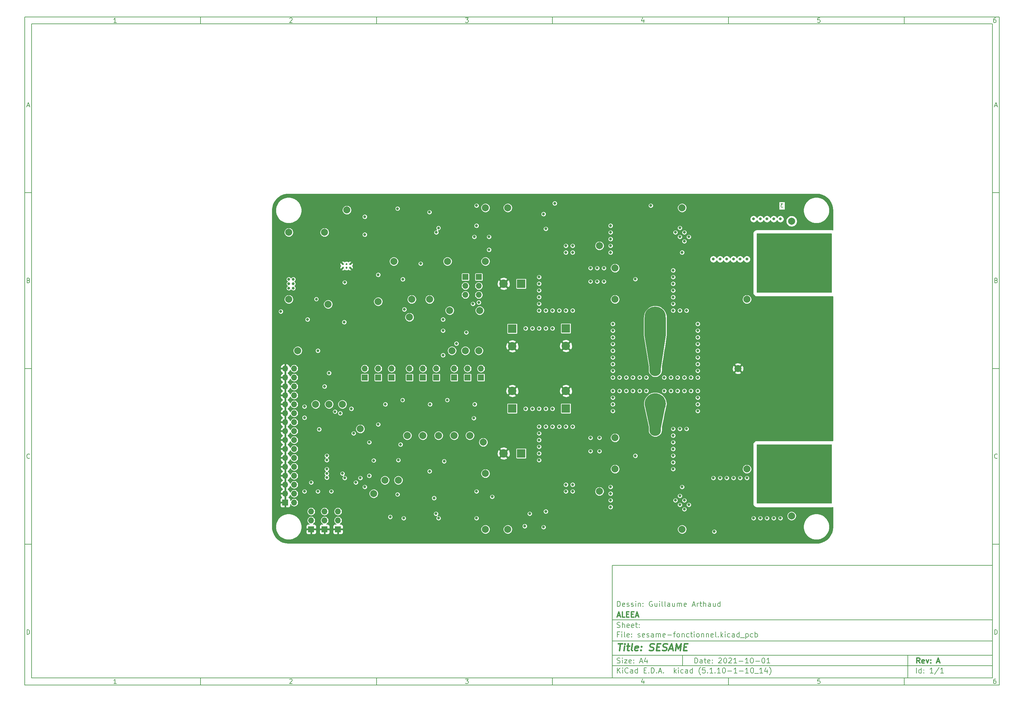
<source format=gbr>
%TF.GenerationSoftware,KiCad,Pcbnew,(5.1.10-1-10_14)*%
%TF.CreationDate,2021-10-01T13:06:55+02:00*%
%TF.ProjectId,sesame-fonctionnel,73657361-6d65-42d6-966f-6e6374696f6e,A*%
%TF.SameCoordinates,Original*%
%TF.FileFunction,Copper,L3,Inr*%
%TF.FilePolarity,Positive*%
%FSLAX46Y46*%
G04 Gerber Fmt 4.6, Leading zero omitted, Abs format (unit mm)*
G04 Created by KiCad (PCBNEW (5.1.10-1-10_14)) date 2021-10-01 13:06:55*
%MOMM*%
%LPD*%
G01*
G04 APERTURE LIST*
%ADD10C,0.100000*%
%ADD11C,0.150000*%
%ADD12C,0.300000*%
%ADD13C,0.400000*%
%TA.AperFunction,ComponentPad*%
%ADD14C,0.100000*%
%TD*%
%TA.AperFunction,ComponentPad*%
%ADD15C,6.000000*%
%TD*%
%TA.AperFunction,ComponentPad*%
%ADD16C,3.000000*%
%TD*%
%TA.AperFunction,ComponentPad*%
%ADD17O,3.300000X4.300000*%
%TD*%
%TA.AperFunction,ComponentPad*%
%ADD18C,2.000000*%
%TD*%
%TA.AperFunction,ComponentPad*%
%ADD19C,0.500000*%
%TD*%
%TA.AperFunction,ComponentPad*%
%ADD20O,1.700000X1.700000*%
%TD*%
%TA.AperFunction,ComponentPad*%
%ADD21R,1.700000X1.700000*%
%TD*%
%TA.AperFunction,ComponentPad*%
%ADD22C,2.400000*%
%TD*%
%TA.AperFunction,ComponentPad*%
%ADD23R,2.400000X2.400000*%
%TD*%
%TA.AperFunction,ViaPad*%
%ADD24C,0.820000*%
%TD*%
%TA.AperFunction,Conductor*%
%ADD25C,0.254000*%
%TD*%
%TA.AperFunction,Conductor*%
%ADD26C,0.100000*%
%TD*%
G04 APERTURE END LIST*
D10*
D11*
X177002200Y-166007200D02*
X177002200Y-198007200D01*
X285002200Y-198007200D01*
X285002200Y-166007200D01*
X177002200Y-166007200D01*
D10*
D11*
X10000000Y-10000000D02*
X10000000Y-200007200D01*
X287002200Y-200007200D01*
X287002200Y-10000000D01*
X10000000Y-10000000D01*
D10*
D11*
X12000000Y-12000000D02*
X12000000Y-198007200D01*
X285002200Y-198007200D01*
X285002200Y-12000000D01*
X12000000Y-12000000D01*
D10*
D11*
X60000000Y-12000000D02*
X60000000Y-10000000D01*
D10*
D11*
X110000000Y-12000000D02*
X110000000Y-10000000D01*
D10*
D11*
X160000000Y-12000000D02*
X160000000Y-10000000D01*
D10*
D11*
X210000000Y-12000000D02*
X210000000Y-10000000D01*
D10*
D11*
X260000000Y-12000000D02*
X260000000Y-10000000D01*
D10*
D11*
X36065476Y-11588095D02*
X35322619Y-11588095D01*
X35694047Y-11588095D02*
X35694047Y-10288095D01*
X35570238Y-10473809D01*
X35446428Y-10597619D01*
X35322619Y-10659523D01*
D10*
D11*
X85322619Y-10411904D02*
X85384523Y-10350000D01*
X85508333Y-10288095D01*
X85817857Y-10288095D01*
X85941666Y-10350000D01*
X86003571Y-10411904D01*
X86065476Y-10535714D01*
X86065476Y-10659523D01*
X86003571Y-10845238D01*
X85260714Y-11588095D01*
X86065476Y-11588095D01*
D10*
D11*
X135260714Y-10288095D02*
X136065476Y-10288095D01*
X135632142Y-10783333D01*
X135817857Y-10783333D01*
X135941666Y-10845238D01*
X136003571Y-10907142D01*
X136065476Y-11030952D01*
X136065476Y-11340476D01*
X136003571Y-11464285D01*
X135941666Y-11526190D01*
X135817857Y-11588095D01*
X135446428Y-11588095D01*
X135322619Y-11526190D01*
X135260714Y-11464285D01*
D10*
D11*
X185941666Y-10721428D02*
X185941666Y-11588095D01*
X185632142Y-10226190D02*
X185322619Y-11154761D01*
X186127380Y-11154761D01*
D10*
D11*
X236003571Y-10288095D02*
X235384523Y-10288095D01*
X235322619Y-10907142D01*
X235384523Y-10845238D01*
X235508333Y-10783333D01*
X235817857Y-10783333D01*
X235941666Y-10845238D01*
X236003571Y-10907142D01*
X236065476Y-11030952D01*
X236065476Y-11340476D01*
X236003571Y-11464285D01*
X235941666Y-11526190D01*
X235817857Y-11588095D01*
X235508333Y-11588095D01*
X235384523Y-11526190D01*
X235322619Y-11464285D01*
D10*
D11*
X285941666Y-10288095D02*
X285694047Y-10288095D01*
X285570238Y-10350000D01*
X285508333Y-10411904D01*
X285384523Y-10597619D01*
X285322619Y-10845238D01*
X285322619Y-11340476D01*
X285384523Y-11464285D01*
X285446428Y-11526190D01*
X285570238Y-11588095D01*
X285817857Y-11588095D01*
X285941666Y-11526190D01*
X286003571Y-11464285D01*
X286065476Y-11340476D01*
X286065476Y-11030952D01*
X286003571Y-10907142D01*
X285941666Y-10845238D01*
X285817857Y-10783333D01*
X285570238Y-10783333D01*
X285446428Y-10845238D01*
X285384523Y-10907142D01*
X285322619Y-11030952D01*
D10*
D11*
X60000000Y-198007200D02*
X60000000Y-200007200D01*
D10*
D11*
X110000000Y-198007200D02*
X110000000Y-200007200D01*
D10*
D11*
X160000000Y-198007200D02*
X160000000Y-200007200D01*
D10*
D11*
X210000000Y-198007200D02*
X210000000Y-200007200D01*
D10*
D11*
X260000000Y-198007200D02*
X260000000Y-200007200D01*
D10*
D11*
X36065476Y-199595295D02*
X35322619Y-199595295D01*
X35694047Y-199595295D02*
X35694047Y-198295295D01*
X35570238Y-198481009D01*
X35446428Y-198604819D01*
X35322619Y-198666723D01*
D10*
D11*
X85322619Y-198419104D02*
X85384523Y-198357200D01*
X85508333Y-198295295D01*
X85817857Y-198295295D01*
X85941666Y-198357200D01*
X86003571Y-198419104D01*
X86065476Y-198542914D01*
X86065476Y-198666723D01*
X86003571Y-198852438D01*
X85260714Y-199595295D01*
X86065476Y-199595295D01*
D10*
D11*
X135260714Y-198295295D02*
X136065476Y-198295295D01*
X135632142Y-198790533D01*
X135817857Y-198790533D01*
X135941666Y-198852438D01*
X136003571Y-198914342D01*
X136065476Y-199038152D01*
X136065476Y-199347676D01*
X136003571Y-199471485D01*
X135941666Y-199533390D01*
X135817857Y-199595295D01*
X135446428Y-199595295D01*
X135322619Y-199533390D01*
X135260714Y-199471485D01*
D10*
D11*
X185941666Y-198728628D02*
X185941666Y-199595295D01*
X185632142Y-198233390D02*
X185322619Y-199161961D01*
X186127380Y-199161961D01*
D10*
D11*
X236003571Y-198295295D02*
X235384523Y-198295295D01*
X235322619Y-198914342D01*
X235384523Y-198852438D01*
X235508333Y-198790533D01*
X235817857Y-198790533D01*
X235941666Y-198852438D01*
X236003571Y-198914342D01*
X236065476Y-199038152D01*
X236065476Y-199347676D01*
X236003571Y-199471485D01*
X235941666Y-199533390D01*
X235817857Y-199595295D01*
X235508333Y-199595295D01*
X235384523Y-199533390D01*
X235322619Y-199471485D01*
D10*
D11*
X285941666Y-198295295D02*
X285694047Y-198295295D01*
X285570238Y-198357200D01*
X285508333Y-198419104D01*
X285384523Y-198604819D01*
X285322619Y-198852438D01*
X285322619Y-199347676D01*
X285384523Y-199471485D01*
X285446428Y-199533390D01*
X285570238Y-199595295D01*
X285817857Y-199595295D01*
X285941666Y-199533390D01*
X286003571Y-199471485D01*
X286065476Y-199347676D01*
X286065476Y-199038152D01*
X286003571Y-198914342D01*
X285941666Y-198852438D01*
X285817857Y-198790533D01*
X285570238Y-198790533D01*
X285446428Y-198852438D01*
X285384523Y-198914342D01*
X285322619Y-199038152D01*
D10*
D11*
X10000000Y-60000000D02*
X12000000Y-60000000D01*
D10*
D11*
X10000000Y-110000000D02*
X12000000Y-110000000D01*
D10*
D11*
X10000000Y-160000000D02*
X12000000Y-160000000D01*
D10*
D11*
X10690476Y-35216666D02*
X11309523Y-35216666D01*
X10566666Y-35588095D02*
X11000000Y-34288095D01*
X11433333Y-35588095D01*
D10*
D11*
X11092857Y-84907142D02*
X11278571Y-84969047D01*
X11340476Y-85030952D01*
X11402380Y-85154761D01*
X11402380Y-85340476D01*
X11340476Y-85464285D01*
X11278571Y-85526190D01*
X11154761Y-85588095D01*
X10659523Y-85588095D01*
X10659523Y-84288095D01*
X11092857Y-84288095D01*
X11216666Y-84350000D01*
X11278571Y-84411904D01*
X11340476Y-84535714D01*
X11340476Y-84659523D01*
X11278571Y-84783333D01*
X11216666Y-84845238D01*
X11092857Y-84907142D01*
X10659523Y-84907142D01*
D10*
D11*
X11402380Y-135464285D02*
X11340476Y-135526190D01*
X11154761Y-135588095D01*
X11030952Y-135588095D01*
X10845238Y-135526190D01*
X10721428Y-135402380D01*
X10659523Y-135278571D01*
X10597619Y-135030952D01*
X10597619Y-134845238D01*
X10659523Y-134597619D01*
X10721428Y-134473809D01*
X10845238Y-134350000D01*
X11030952Y-134288095D01*
X11154761Y-134288095D01*
X11340476Y-134350000D01*
X11402380Y-134411904D01*
D10*
D11*
X10659523Y-185588095D02*
X10659523Y-184288095D01*
X10969047Y-184288095D01*
X11154761Y-184350000D01*
X11278571Y-184473809D01*
X11340476Y-184597619D01*
X11402380Y-184845238D01*
X11402380Y-185030952D01*
X11340476Y-185278571D01*
X11278571Y-185402380D01*
X11154761Y-185526190D01*
X10969047Y-185588095D01*
X10659523Y-185588095D01*
D10*
D11*
X287002200Y-60000000D02*
X285002200Y-60000000D01*
D10*
D11*
X287002200Y-110000000D02*
X285002200Y-110000000D01*
D10*
D11*
X287002200Y-160000000D02*
X285002200Y-160000000D01*
D10*
D11*
X285692676Y-35216666D02*
X286311723Y-35216666D01*
X285568866Y-35588095D02*
X286002200Y-34288095D01*
X286435533Y-35588095D01*
D10*
D11*
X286095057Y-84907142D02*
X286280771Y-84969047D01*
X286342676Y-85030952D01*
X286404580Y-85154761D01*
X286404580Y-85340476D01*
X286342676Y-85464285D01*
X286280771Y-85526190D01*
X286156961Y-85588095D01*
X285661723Y-85588095D01*
X285661723Y-84288095D01*
X286095057Y-84288095D01*
X286218866Y-84350000D01*
X286280771Y-84411904D01*
X286342676Y-84535714D01*
X286342676Y-84659523D01*
X286280771Y-84783333D01*
X286218866Y-84845238D01*
X286095057Y-84907142D01*
X285661723Y-84907142D01*
D10*
D11*
X286404580Y-135464285D02*
X286342676Y-135526190D01*
X286156961Y-135588095D01*
X286033152Y-135588095D01*
X285847438Y-135526190D01*
X285723628Y-135402380D01*
X285661723Y-135278571D01*
X285599819Y-135030952D01*
X285599819Y-134845238D01*
X285661723Y-134597619D01*
X285723628Y-134473809D01*
X285847438Y-134350000D01*
X286033152Y-134288095D01*
X286156961Y-134288095D01*
X286342676Y-134350000D01*
X286404580Y-134411904D01*
D10*
D11*
X285661723Y-185588095D02*
X285661723Y-184288095D01*
X285971247Y-184288095D01*
X286156961Y-184350000D01*
X286280771Y-184473809D01*
X286342676Y-184597619D01*
X286404580Y-184845238D01*
X286404580Y-185030952D01*
X286342676Y-185278571D01*
X286280771Y-185402380D01*
X286156961Y-185526190D01*
X285971247Y-185588095D01*
X285661723Y-185588095D01*
D10*
D11*
X200434342Y-193785771D02*
X200434342Y-192285771D01*
X200791485Y-192285771D01*
X201005771Y-192357200D01*
X201148628Y-192500057D01*
X201220057Y-192642914D01*
X201291485Y-192928628D01*
X201291485Y-193142914D01*
X201220057Y-193428628D01*
X201148628Y-193571485D01*
X201005771Y-193714342D01*
X200791485Y-193785771D01*
X200434342Y-193785771D01*
X202577200Y-193785771D02*
X202577200Y-193000057D01*
X202505771Y-192857200D01*
X202362914Y-192785771D01*
X202077200Y-192785771D01*
X201934342Y-192857200D01*
X202577200Y-193714342D02*
X202434342Y-193785771D01*
X202077200Y-193785771D01*
X201934342Y-193714342D01*
X201862914Y-193571485D01*
X201862914Y-193428628D01*
X201934342Y-193285771D01*
X202077200Y-193214342D01*
X202434342Y-193214342D01*
X202577200Y-193142914D01*
X203077200Y-192785771D02*
X203648628Y-192785771D01*
X203291485Y-192285771D02*
X203291485Y-193571485D01*
X203362914Y-193714342D01*
X203505771Y-193785771D01*
X203648628Y-193785771D01*
X204720057Y-193714342D02*
X204577200Y-193785771D01*
X204291485Y-193785771D01*
X204148628Y-193714342D01*
X204077200Y-193571485D01*
X204077200Y-193000057D01*
X204148628Y-192857200D01*
X204291485Y-192785771D01*
X204577200Y-192785771D01*
X204720057Y-192857200D01*
X204791485Y-193000057D01*
X204791485Y-193142914D01*
X204077200Y-193285771D01*
X205434342Y-193642914D02*
X205505771Y-193714342D01*
X205434342Y-193785771D01*
X205362914Y-193714342D01*
X205434342Y-193642914D01*
X205434342Y-193785771D01*
X205434342Y-192857200D02*
X205505771Y-192928628D01*
X205434342Y-193000057D01*
X205362914Y-192928628D01*
X205434342Y-192857200D01*
X205434342Y-193000057D01*
X207220057Y-192428628D02*
X207291485Y-192357200D01*
X207434342Y-192285771D01*
X207791485Y-192285771D01*
X207934342Y-192357200D01*
X208005771Y-192428628D01*
X208077200Y-192571485D01*
X208077200Y-192714342D01*
X208005771Y-192928628D01*
X207148628Y-193785771D01*
X208077200Y-193785771D01*
X209005771Y-192285771D02*
X209148628Y-192285771D01*
X209291485Y-192357200D01*
X209362914Y-192428628D01*
X209434342Y-192571485D01*
X209505771Y-192857200D01*
X209505771Y-193214342D01*
X209434342Y-193500057D01*
X209362914Y-193642914D01*
X209291485Y-193714342D01*
X209148628Y-193785771D01*
X209005771Y-193785771D01*
X208862914Y-193714342D01*
X208791485Y-193642914D01*
X208720057Y-193500057D01*
X208648628Y-193214342D01*
X208648628Y-192857200D01*
X208720057Y-192571485D01*
X208791485Y-192428628D01*
X208862914Y-192357200D01*
X209005771Y-192285771D01*
X210077200Y-192428628D02*
X210148628Y-192357200D01*
X210291485Y-192285771D01*
X210648628Y-192285771D01*
X210791485Y-192357200D01*
X210862914Y-192428628D01*
X210934342Y-192571485D01*
X210934342Y-192714342D01*
X210862914Y-192928628D01*
X210005771Y-193785771D01*
X210934342Y-193785771D01*
X212362914Y-193785771D02*
X211505771Y-193785771D01*
X211934342Y-193785771D02*
X211934342Y-192285771D01*
X211791485Y-192500057D01*
X211648628Y-192642914D01*
X211505771Y-192714342D01*
X213005771Y-193214342D02*
X214148628Y-193214342D01*
X215648628Y-193785771D02*
X214791485Y-193785771D01*
X215220057Y-193785771D02*
X215220057Y-192285771D01*
X215077200Y-192500057D01*
X214934342Y-192642914D01*
X214791485Y-192714342D01*
X216577200Y-192285771D02*
X216720057Y-192285771D01*
X216862914Y-192357200D01*
X216934342Y-192428628D01*
X217005771Y-192571485D01*
X217077200Y-192857200D01*
X217077200Y-193214342D01*
X217005771Y-193500057D01*
X216934342Y-193642914D01*
X216862914Y-193714342D01*
X216720057Y-193785771D01*
X216577200Y-193785771D01*
X216434342Y-193714342D01*
X216362914Y-193642914D01*
X216291485Y-193500057D01*
X216220057Y-193214342D01*
X216220057Y-192857200D01*
X216291485Y-192571485D01*
X216362914Y-192428628D01*
X216434342Y-192357200D01*
X216577200Y-192285771D01*
X217720057Y-193214342D02*
X218862914Y-193214342D01*
X219862914Y-192285771D02*
X220005771Y-192285771D01*
X220148628Y-192357200D01*
X220220057Y-192428628D01*
X220291485Y-192571485D01*
X220362914Y-192857200D01*
X220362914Y-193214342D01*
X220291485Y-193500057D01*
X220220057Y-193642914D01*
X220148628Y-193714342D01*
X220005771Y-193785771D01*
X219862914Y-193785771D01*
X219720057Y-193714342D01*
X219648628Y-193642914D01*
X219577200Y-193500057D01*
X219505771Y-193214342D01*
X219505771Y-192857200D01*
X219577200Y-192571485D01*
X219648628Y-192428628D01*
X219720057Y-192357200D01*
X219862914Y-192285771D01*
X221791485Y-193785771D02*
X220934342Y-193785771D01*
X221362914Y-193785771D02*
X221362914Y-192285771D01*
X221220057Y-192500057D01*
X221077200Y-192642914D01*
X220934342Y-192714342D01*
D10*
D11*
X177002200Y-194507200D02*
X285002200Y-194507200D01*
D10*
D11*
X178434342Y-196585771D02*
X178434342Y-195085771D01*
X179291485Y-196585771D02*
X178648628Y-195728628D01*
X179291485Y-195085771D02*
X178434342Y-195942914D01*
X179934342Y-196585771D02*
X179934342Y-195585771D01*
X179934342Y-195085771D02*
X179862914Y-195157200D01*
X179934342Y-195228628D01*
X180005771Y-195157200D01*
X179934342Y-195085771D01*
X179934342Y-195228628D01*
X181505771Y-196442914D02*
X181434342Y-196514342D01*
X181220057Y-196585771D01*
X181077200Y-196585771D01*
X180862914Y-196514342D01*
X180720057Y-196371485D01*
X180648628Y-196228628D01*
X180577200Y-195942914D01*
X180577200Y-195728628D01*
X180648628Y-195442914D01*
X180720057Y-195300057D01*
X180862914Y-195157200D01*
X181077200Y-195085771D01*
X181220057Y-195085771D01*
X181434342Y-195157200D01*
X181505771Y-195228628D01*
X182791485Y-196585771D02*
X182791485Y-195800057D01*
X182720057Y-195657200D01*
X182577200Y-195585771D01*
X182291485Y-195585771D01*
X182148628Y-195657200D01*
X182791485Y-196514342D02*
X182648628Y-196585771D01*
X182291485Y-196585771D01*
X182148628Y-196514342D01*
X182077200Y-196371485D01*
X182077200Y-196228628D01*
X182148628Y-196085771D01*
X182291485Y-196014342D01*
X182648628Y-196014342D01*
X182791485Y-195942914D01*
X184148628Y-196585771D02*
X184148628Y-195085771D01*
X184148628Y-196514342D02*
X184005771Y-196585771D01*
X183720057Y-196585771D01*
X183577200Y-196514342D01*
X183505771Y-196442914D01*
X183434342Y-196300057D01*
X183434342Y-195871485D01*
X183505771Y-195728628D01*
X183577200Y-195657200D01*
X183720057Y-195585771D01*
X184005771Y-195585771D01*
X184148628Y-195657200D01*
X186005771Y-195800057D02*
X186505771Y-195800057D01*
X186720057Y-196585771D02*
X186005771Y-196585771D01*
X186005771Y-195085771D01*
X186720057Y-195085771D01*
X187362914Y-196442914D02*
X187434342Y-196514342D01*
X187362914Y-196585771D01*
X187291485Y-196514342D01*
X187362914Y-196442914D01*
X187362914Y-196585771D01*
X188077200Y-196585771D02*
X188077200Y-195085771D01*
X188434342Y-195085771D01*
X188648628Y-195157200D01*
X188791485Y-195300057D01*
X188862914Y-195442914D01*
X188934342Y-195728628D01*
X188934342Y-195942914D01*
X188862914Y-196228628D01*
X188791485Y-196371485D01*
X188648628Y-196514342D01*
X188434342Y-196585771D01*
X188077200Y-196585771D01*
X189577200Y-196442914D02*
X189648628Y-196514342D01*
X189577200Y-196585771D01*
X189505771Y-196514342D01*
X189577200Y-196442914D01*
X189577200Y-196585771D01*
X190220057Y-196157200D02*
X190934342Y-196157200D01*
X190077200Y-196585771D02*
X190577200Y-195085771D01*
X191077200Y-196585771D01*
X191577200Y-196442914D02*
X191648628Y-196514342D01*
X191577200Y-196585771D01*
X191505771Y-196514342D01*
X191577200Y-196442914D01*
X191577200Y-196585771D01*
X194577200Y-196585771D02*
X194577200Y-195085771D01*
X194720057Y-196014342D02*
X195148628Y-196585771D01*
X195148628Y-195585771D02*
X194577200Y-196157200D01*
X195791485Y-196585771D02*
X195791485Y-195585771D01*
X195791485Y-195085771D02*
X195720057Y-195157200D01*
X195791485Y-195228628D01*
X195862914Y-195157200D01*
X195791485Y-195085771D01*
X195791485Y-195228628D01*
X197148628Y-196514342D02*
X197005771Y-196585771D01*
X196720057Y-196585771D01*
X196577200Y-196514342D01*
X196505771Y-196442914D01*
X196434342Y-196300057D01*
X196434342Y-195871485D01*
X196505771Y-195728628D01*
X196577200Y-195657200D01*
X196720057Y-195585771D01*
X197005771Y-195585771D01*
X197148628Y-195657200D01*
X198434342Y-196585771D02*
X198434342Y-195800057D01*
X198362914Y-195657200D01*
X198220057Y-195585771D01*
X197934342Y-195585771D01*
X197791485Y-195657200D01*
X198434342Y-196514342D02*
X198291485Y-196585771D01*
X197934342Y-196585771D01*
X197791485Y-196514342D01*
X197720057Y-196371485D01*
X197720057Y-196228628D01*
X197791485Y-196085771D01*
X197934342Y-196014342D01*
X198291485Y-196014342D01*
X198434342Y-195942914D01*
X199791485Y-196585771D02*
X199791485Y-195085771D01*
X199791485Y-196514342D02*
X199648628Y-196585771D01*
X199362914Y-196585771D01*
X199220057Y-196514342D01*
X199148628Y-196442914D01*
X199077200Y-196300057D01*
X199077200Y-195871485D01*
X199148628Y-195728628D01*
X199220057Y-195657200D01*
X199362914Y-195585771D01*
X199648628Y-195585771D01*
X199791485Y-195657200D01*
X202077200Y-197157200D02*
X202005771Y-197085771D01*
X201862914Y-196871485D01*
X201791485Y-196728628D01*
X201720057Y-196514342D01*
X201648628Y-196157200D01*
X201648628Y-195871485D01*
X201720057Y-195514342D01*
X201791485Y-195300057D01*
X201862914Y-195157200D01*
X202005771Y-194942914D01*
X202077200Y-194871485D01*
X203362914Y-195085771D02*
X202648628Y-195085771D01*
X202577200Y-195800057D01*
X202648628Y-195728628D01*
X202791485Y-195657200D01*
X203148628Y-195657200D01*
X203291485Y-195728628D01*
X203362914Y-195800057D01*
X203434342Y-195942914D01*
X203434342Y-196300057D01*
X203362914Y-196442914D01*
X203291485Y-196514342D01*
X203148628Y-196585771D01*
X202791485Y-196585771D01*
X202648628Y-196514342D01*
X202577200Y-196442914D01*
X204077200Y-196442914D02*
X204148628Y-196514342D01*
X204077200Y-196585771D01*
X204005771Y-196514342D01*
X204077200Y-196442914D01*
X204077200Y-196585771D01*
X205577200Y-196585771D02*
X204720057Y-196585771D01*
X205148628Y-196585771D02*
X205148628Y-195085771D01*
X205005771Y-195300057D01*
X204862914Y-195442914D01*
X204720057Y-195514342D01*
X206220057Y-196442914D02*
X206291485Y-196514342D01*
X206220057Y-196585771D01*
X206148628Y-196514342D01*
X206220057Y-196442914D01*
X206220057Y-196585771D01*
X207720057Y-196585771D02*
X206862914Y-196585771D01*
X207291485Y-196585771D02*
X207291485Y-195085771D01*
X207148628Y-195300057D01*
X207005771Y-195442914D01*
X206862914Y-195514342D01*
X208648628Y-195085771D02*
X208791485Y-195085771D01*
X208934342Y-195157200D01*
X209005771Y-195228628D01*
X209077200Y-195371485D01*
X209148628Y-195657200D01*
X209148628Y-196014342D01*
X209077200Y-196300057D01*
X209005771Y-196442914D01*
X208934342Y-196514342D01*
X208791485Y-196585771D01*
X208648628Y-196585771D01*
X208505771Y-196514342D01*
X208434342Y-196442914D01*
X208362914Y-196300057D01*
X208291485Y-196014342D01*
X208291485Y-195657200D01*
X208362914Y-195371485D01*
X208434342Y-195228628D01*
X208505771Y-195157200D01*
X208648628Y-195085771D01*
X209791485Y-196014342D02*
X210934342Y-196014342D01*
X212434342Y-196585771D02*
X211577200Y-196585771D01*
X212005771Y-196585771D02*
X212005771Y-195085771D01*
X211862914Y-195300057D01*
X211720057Y-195442914D01*
X211577200Y-195514342D01*
X213077200Y-196014342D02*
X214220057Y-196014342D01*
X215720057Y-196585771D02*
X214862914Y-196585771D01*
X215291485Y-196585771D02*
X215291485Y-195085771D01*
X215148628Y-195300057D01*
X215005771Y-195442914D01*
X214862914Y-195514342D01*
X216648628Y-195085771D02*
X216791485Y-195085771D01*
X216934342Y-195157200D01*
X217005771Y-195228628D01*
X217077200Y-195371485D01*
X217148628Y-195657200D01*
X217148628Y-196014342D01*
X217077200Y-196300057D01*
X217005771Y-196442914D01*
X216934342Y-196514342D01*
X216791485Y-196585771D01*
X216648628Y-196585771D01*
X216505771Y-196514342D01*
X216434342Y-196442914D01*
X216362914Y-196300057D01*
X216291485Y-196014342D01*
X216291485Y-195657200D01*
X216362914Y-195371485D01*
X216434342Y-195228628D01*
X216505771Y-195157200D01*
X216648628Y-195085771D01*
X217434342Y-196728628D02*
X218577200Y-196728628D01*
X219720057Y-196585771D02*
X218862914Y-196585771D01*
X219291485Y-196585771D02*
X219291485Y-195085771D01*
X219148628Y-195300057D01*
X219005771Y-195442914D01*
X218862914Y-195514342D01*
X221005771Y-195585771D02*
X221005771Y-196585771D01*
X220648628Y-195014342D02*
X220291485Y-196085771D01*
X221220057Y-196085771D01*
X221648628Y-197157200D02*
X221720057Y-197085771D01*
X221862914Y-196871485D01*
X221934342Y-196728628D01*
X222005771Y-196514342D01*
X222077200Y-196157200D01*
X222077200Y-195871485D01*
X222005771Y-195514342D01*
X221934342Y-195300057D01*
X221862914Y-195157200D01*
X221720057Y-194942914D01*
X221648628Y-194871485D01*
D10*
D11*
X177002200Y-191507200D02*
X285002200Y-191507200D01*
D10*
D12*
X264411485Y-193785771D02*
X263911485Y-193071485D01*
X263554342Y-193785771D02*
X263554342Y-192285771D01*
X264125771Y-192285771D01*
X264268628Y-192357200D01*
X264340057Y-192428628D01*
X264411485Y-192571485D01*
X264411485Y-192785771D01*
X264340057Y-192928628D01*
X264268628Y-193000057D01*
X264125771Y-193071485D01*
X263554342Y-193071485D01*
X265625771Y-193714342D02*
X265482914Y-193785771D01*
X265197200Y-193785771D01*
X265054342Y-193714342D01*
X264982914Y-193571485D01*
X264982914Y-193000057D01*
X265054342Y-192857200D01*
X265197200Y-192785771D01*
X265482914Y-192785771D01*
X265625771Y-192857200D01*
X265697200Y-193000057D01*
X265697200Y-193142914D01*
X264982914Y-193285771D01*
X266197200Y-192785771D02*
X266554342Y-193785771D01*
X266911485Y-192785771D01*
X267482914Y-193642914D02*
X267554342Y-193714342D01*
X267482914Y-193785771D01*
X267411485Y-193714342D01*
X267482914Y-193642914D01*
X267482914Y-193785771D01*
X267482914Y-192857200D02*
X267554342Y-192928628D01*
X267482914Y-193000057D01*
X267411485Y-192928628D01*
X267482914Y-192857200D01*
X267482914Y-193000057D01*
X269268628Y-193357200D02*
X269982914Y-193357200D01*
X269125771Y-193785771D02*
X269625771Y-192285771D01*
X270125771Y-193785771D01*
D10*
D11*
X178362914Y-193714342D02*
X178577200Y-193785771D01*
X178934342Y-193785771D01*
X179077200Y-193714342D01*
X179148628Y-193642914D01*
X179220057Y-193500057D01*
X179220057Y-193357200D01*
X179148628Y-193214342D01*
X179077200Y-193142914D01*
X178934342Y-193071485D01*
X178648628Y-193000057D01*
X178505771Y-192928628D01*
X178434342Y-192857200D01*
X178362914Y-192714342D01*
X178362914Y-192571485D01*
X178434342Y-192428628D01*
X178505771Y-192357200D01*
X178648628Y-192285771D01*
X179005771Y-192285771D01*
X179220057Y-192357200D01*
X179862914Y-193785771D02*
X179862914Y-192785771D01*
X179862914Y-192285771D02*
X179791485Y-192357200D01*
X179862914Y-192428628D01*
X179934342Y-192357200D01*
X179862914Y-192285771D01*
X179862914Y-192428628D01*
X180434342Y-192785771D02*
X181220057Y-192785771D01*
X180434342Y-193785771D01*
X181220057Y-193785771D01*
X182362914Y-193714342D02*
X182220057Y-193785771D01*
X181934342Y-193785771D01*
X181791485Y-193714342D01*
X181720057Y-193571485D01*
X181720057Y-193000057D01*
X181791485Y-192857200D01*
X181934342Y-192785771D01*
X182220057Y-192785771D01*
X182362914Y-192857200D01*
X182434342Y-193000057D01*
X182434342Y-193142914D01*
X181720057Y-193285771D01*
X183077200Y-193642914D02*
X183148628Y-193714342D01*
X183077200Y-193785771D01*
X183005771Y-193714342D01*
X183077200Y-193642914D01*
X183077200Y-193785771D01*
X183077200Y-192857200D02*
X183148628Y-192928628D01*
X183077200Y-193000057D01*
X183005771Y-192928628D01*
X183077200Y-192857200D01*
X183077200Y-193000057D01*
X184862914Y-193357200D02*
X185577200Y-193357200D01*
X184720057Y-193785771D02*
X185220057Y-192285771D01*
X185720057Y-193785771D01*
X186862914Y-192785771D02*
X186862914Y-193785771D01*
X186505771Y-192214342D02*
X186148628Y-193285771D01*
X187077200Y-193285771D01*
D10*
D11*
X263434342Y-196585771D02*
X263434342Y-195085771D01*
X264791485Y-196585771D02*
X264791485Y-195085771D01*
X264791485Y-196514342D02*
X264648628Y-196585771D01*
X264362914Y-196585771D01*
X264220057Y-196514342D01*
X264148628Y-196442914D01*
X264077200Y-196300057D01*
X264077200Y-195871485D01*
X264148628Y-195728628D01*
X264220057Y-195657200D01*
X264362914Y-195585771D01*
X264648628Y-195585771D01*
X264791485Y-195657200D01*
X265505771Y-196442914D02*
X265577200Y-196514342D01*
X265505771Y-196585771D01*
X265434342Y-196514342D01*
X265505771Y-196442914D01*
X265505771Y-196585771D01*
X265505771Y-195657200D02*
X265577200Y-195728628D01*
X265505771Y-195800057D01*
X265434342Y-195728628D01*
X265505771Y-195657200D01*
X265505771Y-195800057D01*
X268148628Y-196585771D02*
X267291485Y-196585771D01*
X267720057Y-196585771D02*
X267720057Y-195085771D01*
X267577200Y-195300057D01*
X267434342Y-195442914D01*
X267291485Y-195514342D01*
X269862914Y-195014342D02*
X268577200Y-196942914D01*
X271148628Y-196585771D02*
X270291485Y-196585771D01*
X270720057Y-196585771D02*
X270720057Y-195085771D01*
X270577200Y-195300057D01*
X270434342Y-195442914D01*
X270291485Y-195514342D01*
D10*
D11*
X177002200Y-187507200D02*
X285002200Y-187507200D01*
D10*
D13*
X178714580Y-188211961D02*
X179857438Y-188211961D01*
X179036009Y-190211961D02*
X179286009Y-188211961D01*
X180274104Y-190211961D02*
X180440771Y-188878628D01*
X180524104Y-188211961D02*
X180416961Y-188307200D01*
X180500295Y-188402438D01*
X180607438Y-188307200D01*
X180524104Y-188211961D01*
X180500295Y-188402438D01*
X181107438Y-188878628D02*
X181869342Y-188878628D01*
X181476485Y-188211961D02*
X181262200Y-189926247D01*
X181333628Y-190116723D01*
X181512200Y-190211961D01*
X181702676Y-190211961D01*
X182655057Y-190211961D02*
X182476485Y-190116723D01*
X182405057Y-189926247D01*
X182619342Y-188211961D01*
X184190771Y-190116723D02*
X183988390Y-190211961D01*
X183607438Y-190211961D01*
X183428866Y-190116723D01*
X183357438Y-189926247D01*
X183452676Y-189164342D01*
X183571723Y-188973866D01*
X183774104Y-188878628D01*
X184155057Y-188878628D01*
X184333628Y-188973866D01*
X184405057Y-189164342D01*
X184381247Y-189354819D01*
X183405057Y-189545295D01*
X185155057Y-190021485D02*
X185238390Y-190116723D01*
X185131247Y-190211961D01*
X185047914Y-190116723D01*
X185155057Y-190021485D01*
X185131247Y-190211961D01*
X185286009Y-188973866D02*
X185369342Y-189069104D01*
X185262200Y-189164342D01*
X185178866Y-189069104D01*
X185286009Y-188973866D01*
X185262200Y-189164342D01*
X187524104Y-190116723D02*
X187797914Y-190211961D01*
X188274104Y-190211961D01*
X188476485Y-190116723D01*
X188583628Y-190021485D01*
X188702676Y-189831009D01*
X188726485Y-189640533D01*
X188655057Y-189450057D01*
X188571723Y-189354819D01*
X188393152Y-189259580D01*
X188024104Y-189164342D01*
X187845533Y-189069104D01*
X187762200Y-188973866D01*
X187690771Y-188783390D01*
X187714580Y-188592914D01*
X187833628Y-188402438D01*
X187940771Y-188307200D01*
X188143152Y-188211961D01*
X188619342Y-188211961D01*
X188893152Y-188307200D01*
X189643152Y-189164342D02*
X190309819Y-189164342D01*
X190464580Y-190211961D02*
X189512200Y-190211961D01*
X189762200Y-188211961D01*
X190714580Y-188211961D01*
X191238390Y-190116723D02*
X191512200Y-190211961D01*
X191988390Y-190211961D01*
X192190771Y-190116723D01*
X192297914Y-190021485D01*
X192416961Y-189831009D01*
X192440771Y-189640533D01*
X192369342Y-189450057D01*
X192286009Y-189354819D01*
X192107438Y-189259580D01*
X191738390Y-189164342D01*
X191559819Y-189069104D01*
X191476485Y-188973866D01*
X191405057Y-188783390D01*
X191428866Y-188592914D01*
X191547914Y-188402438D01*
X191655057Y-188307200D01*
X191857438Y-188211961D01*
X192333628Y-188211961D01*
X192607438Y-188307200D01*
X193202676Y-189640533D02*
X194155057Y-189640533D01*
X192940771Y-190211961D02*
X193857438Y-188211961D01*
X194274104Y-190211961D01*
X194940771Y-190211961D02*
X195190771Y-188211961D01*
X195678866Y-189640533D01*
X196524104Y-188211961D01*
X196274104Y-190211961D01*
X197357438Y-189164342D02*
X198024104Y-189164342D01*
X198178866Y-190211961D02*
X197226485Y-190211961D01*
X197476485Y-188211961D01*
X198428866Y-188211961D01*
D10*
D11*
X178934342Y-185600057D02*
X178434342Y-185600057D01*
X178434342Y-186385771D02*
X178434342Y-184885771D01*
X179148628Y-184885771D01*
X179720057Y-186385771D02*
X179720057Y-185385771D01*
X179720057Y-184885771D02*
X179648628Y-184957200D01*
X179720057Y-185028628D01*
X179791485Y-184957200D01*
X179720057Y-184885771D01*
X179720057Y-185028628D01*
X180648628Y-186385771D02*
X180505771Y-186314342D01*
X180434342Y-186171485D01*
X180434342Y-184885771D01*
X181791485Y-186314342D02*
X181648628Y-186385771D01*
X181362914Y-186385771D01*
X181220057Y-186314342D01*
X181148628Y-186171485D01*
X181148628Y-185600057D01*
X181220057Y-185457200D01*
X181362914Y-185385771D01*
X181648628Y-185385771D01*
X181791485Y-185457200D01*
X181862914Y-185600057D01*
X181862914Y-185742914D01*
X181148628Y-185885771D01*
X182505771Y-186242914D02*
X182577200Y-186314342D01*
X182505771Y-186385771D01*
X182434342Y-186314342D01*
X182505771Y-186242914D01*
X182505771Y-186385771D01*
X182505771Y-185457200D02*
X182577200Y-185528628D01*
X182505771Y-185600057D01*
X182434342Y-185528628D01*
X182505771Y-185457200D01*
X182505771Y-185600057D01*
X184291485Y-186314342D02*
X184434342Y-186385771D01*
X184720057Y-186385771D01*
X184862914Y-186314342D01*
X184934342Y-186171485D01*
X184934342Y-186100057D01*
X184862914Y-185957200D01*
X184720057Y-185885771D01*
X184505771Y-185885771D01*
X184362914Y-185814342D01*
X184291485Y-185671485D01*
X184291485Y-185600057D01*
X184362914Y-185457200D01*
X184505771Y-185385771D01*
X184720057Y-185385771D01*
X184862914Y-185457200D01*
X186148628Y-186314342D02*
X186005771Y-186385771D01*
X185720057Y-186385771D01*
X185577200Y-186314342D01*
X185505771Y-186171485D01*
X185505771Y-185600057D01*
X185577200Y-185457200D01*
X185720057Y-185385771D01*
X186005771Y-185385771D01*
X186148628Y-185457200D01*
X186220057Y-185600057D01*
X186220057Y-185742914D01*
X185505771Y-185885771D01*
X186791485Y-186314342D02*
X186934342Y-186385771D01*
X187220057Y-186385771D01*
X187362914Y-186314342D01*
X187434342Y-186171485D01*
X187434342Y-186100057D01*
X187362914Y-185957200D01*
X187220057Y-185885771D01*
X187005771Y-185885771D01*
X186862914Y-185814342D01*
X186791485Y-185671485D01*
X186791485Y-185600057D01*
X186862914Y-185457200D01*
X187005771Y-185385771D01*
X187220057Y-185385771D01*
X187362914Y-185457200D01*
X188720057Y-186385771D02*
X188720057Y-185600057D01*
X188648628Y-185457200D01*
X188505771Y-185385771D01*
X188220057Y-185385771D01*
X188077200Y-185457200D01*
X188720057Y-186314342D02*
X188577200Y-186385771D01*
X188220057Y-186385771D01*
X188077200Y-186314342D01*
X188005771Y-186171485D01*
X188005771Y-186028628D01*
X188077200Y-185885771D01*
X188220057Y-185814342D01*
X188577200Y-185814342D01*
X188720057Y-185742914D01*
X189434342Y-186385771D02*
X189434342Y-185385771D01*
X189434342Y-185528628D02*
X189505771Y-185457200D01*
X189648628Y-185385771D01*
X189862914Y-185385771D01*
X190005771Y-185457200D01*
X190077200Y-185600057D01*
X190077200Y-186385771D01*
X190077200Y-185600057D02*
X190148628Y-185457200D01*
X190291485Y-185385771D01*
X190505771Y-185385771D01*
X190648628Y-185457200D01*
X190720057Y-185600057D01*
X190720057Y-186385771D01*
X192005771Y-186314342D02*
X191862914Y-186385771D01*
X191577200Y-186385771D01*
X191434342Y-186314342D01*
X191362914Y-186171485D01*
X191362914Y-185600057D01*
X191434342Y-185457200D01*
X191577200Y-185385771D01*
X191862914Y-185385771D01*
X192005771Y-185457200D01*
X192077200Y-185600057D01*
X192077200Y-185742914D01*
X191362914Y-185885771D01*
X192720057Y-185814342D02*
X193862914Y-185814342D01*
X194362914Y-185385771D02*
X194934342Y-185385771D01*
X194577200Y-186385771D02*
X194577200Y-185100057D01*
X194648628Y-184957200D01*
X194791485Y-184885771D01*
X194934342Y-184885771D01*
X195648628Y-186385771D02*
X195505771Y-186314342D01*
X195434342Y-186242914D01*
X195362914Y-186100057D01*
X195362914Y-185671485D01*
X195434342Y-185528628D01*
X195505771Y-185457200D01*
X195648628Y-185385771D01*
X195862914Y-185385771D01*
X196005771Y-185457200D01*
X196077200Y-185528628D01*
X196148628Y-185671485D01*
X196148628Y-186100057D01*
X196077200Y-186242914D01*
X196005771Y-186314342D01*
X195862914Y-186385771D01*
X195648628Y-186385771D01*
X196791485Y-185385771D02*
X196791485Y-186385771D01*
X196791485Y-185528628D02*
X196862914Y-185457200D01*
X197005771Y-185385771D01*
X197220057Y-185385771D01*
X197362914Y-185457200D01*
X197434342Y-185600057D01*
X197434342Y-186385771D01*
X198791485Y-186314342D02*
X198648628Y-186385771D01*
X198362914Y-186385771D01*
X198220057Y-186314342D01*
X198148628Y-186242914D01*
X198077200Y-186100057D01*
X198077200Y-185671485D01*
X198148628Y-185528628D01*
X198220057Y-185457200D01*
X198362914Y-185385771D01*
X198648628Y-185385771D01*
X198791485Y-185457200D01*
X199220057Y-185385771D02*
X199791485Y-185385771D01*
X199434342Y-184885771D02*
X199434342Y-186171485D01*
X199505771Y-186314342D01*
X199648628Y-186385771D01*
X199791485Y-186385771D01*
X200291485Y-186385771D02*
X200291485Y-185385771D01*
X200291485Y-184885771D02*
X200220057Y-184957200D01*
X200291485Y-185028628D01*
X200362914Y-184957200D01*
X200291485Y-184885771D01*
X200291485Y-185028628D01*
X201220057Y-186385771D02*
X201077200Y-186314342D01*
X201005771Y-186242914D01*
X200934342Y-186100057D01*
X200934342Y-185671485D01*
X201005771Y-185528628D01*
X201077200Y-185457200D01*
X201220057Y-185385771D01*
X201434342Y-185385771D01*
X201577200Y-185457200D01*
X201648628Y-185528628D01*
X201720057Y-185671485D01*
X201720057Y-186100057D01*
X201648628Y-186242914D01*
X201577200Y-186314342D01*
X201434342Y-186385771D01*
X201220057Y-186385771D01*
X202362914Y-185385771D02*
X202362914Y-186385771D01*
X202362914Y-185528628D02*
X202434342Y-185457200D01*
X202577200Y-185385771D01*
X202791485Y-185385771D01*
X202934342Y-185457200D01*
X203005771Y-185600057D01*
X203005771Y-186385771D01*
X203720057Y-185385771D02*
X203720057Y-186385771D01*
X203720057Y-185528628D02*
X203791485Y-185457200D01*
X203934342Y-185385771D01*
X204148628Y-185385771D01*
X204291485Y-185457200D01*
X204362914Y-185600057D01*
X204362914Y-186385771D01*
X205648628Y-186314342D02*
X205505771Y-186385771D01*
X205220057Y-186385771D01*
X205077200Y-186314342D01*
X205005771Y-186171485D01*
X205005771Y-185600057D01*
X205077200Y-185457200D01*
X205220057Y-185385771D01*
X205505771Y-185385771D01*
X205648628Y-185457200D01*
X205720057Y-185600057D01*
X205720057Y-185742914D01*
X205005771Y-185885771D01*
X206577200Y-186385771D02*
X206434342Y-186314342D01*
X206362914Y-186171485D01*
X206362914Y-184885771D01*
X207148628Y-186242914D02*
X207220057Y-186314342D01*
X207148628Y-186385771D01*
X207077200Y-186314342D01*
X207148628Y-186242914D01*
X207148628Y-186385771D01*
X207862914Y-186385771D02*
X207862914Y-184885771D01*
X208005771Y-185814342D02*
X208434342Y-186385771D01*
X208434342Y-185385771D02*
X207862914Y-185957200D01*
X209077200Y-186385771D02*
X209077200Y-185385771D01*
X209077200Y-184885771D02*
X209005771Y-184957200D01*
X209077200Y-185028628D01*
X209148628Y-184957200D01*
X209077200Y-184885771D01*
X209077200Y-185028628D01*
X210434342Y-186314342D02*
X210291485Y-186385771D01*
X210005771Y-186385771D01*
X209862914Y-186314342D01*
X209791485Y-186242914D01*
X209720057Y-186100057D01*
X209720057Y-185671485D01*
X209791485Y-185528628D01*
X209862914Y-185457200D01*
X210005771Y-185385771D01*
X210291485Y-185385771D01*
X210434342Y-185457200D01*
X211720057Y-186385771D02*
X211720057Y-185600057D01*
X211648628Y-185457200D01*
X211505771Y-185385771D01*
X211220057Y-185385771D01*
X211077200Y-185457200D01*
X211720057Y-186314342D02*
X211577200Y-186385771D01*
X211220057Y-186385771D01*
X211077200Y-186314342D01*
X211005771Y-186171485D01*
X211005771Y-186028628D01*
X211077200Y-185885771D01*
X211220057Y-185814342D01*
X211577200Y-185814342D01*
X211720057Y-185742914D01*
X213077200Y-186385771D02*
X213077200Y-184885771D01*
X213077200Y-186314342D02*
X212934342Y-186385771D01*
X212648628Y-186385771D01*
X212505771Y-186314342D01*
X212434342Y-186242914D01*
X212362914Y-186100057D01*
X212362914Y-185671485D01*
X212434342Y-185528628D01*
X212505771Y-185457200D01*
X212648628Y-185385771D01*
X212934342Y-185385771D01*
X213077200Y-185457200D01*
X213434342Y-186528628D02*
X214577200Y-186528628D01*
X214934342Y-185385771D02*
X214934342Y-186885771D01*
X214934342Y-185457200D02*
X215077200Y-185385771D01*
X215362914Y-185385771D01*
X215505771Y-185457200D01*
X215577200Y-185528628D01*
X215648628Y-185671485D01*
X215648628Y-186100057D01*
X215577200Y-186242914D01*
X215505771Y-186314342D01*
X215362914Y-186385771D01*
X215077200Y-186385771D01*
X214934342Y-186314342D01*
X216934342Y-186314342D02*
X216791485Y-186385771D01*
X216505771Y-186385771D01*
X216362914Y-186314342D01*
X216291485Y-186242914D01*
X216220057Y-186100057D01*
X216220057Y-185671485D01*
X216291485Y-185528628D01*
X216362914Y-185457200D01*
X216505771Y-185385771D01*
X216791485Y-185385771D01*
X216934342Y-185457200D01*
X217577200Y-186385771D02*
X217577200Y-184885771D01*
X217577200Y-185457200D02*
X217720057Y-185385771D01*
X218005771Y-185385771D01*
X218148628Y-185457200D01*
X218220057Y-185528628D01*
X218291485Y-185671485D01*
X218291485Y-186100057D01*
X218220057Y-186242914D01*
X218148628Y-186314342D01*
X218005771Y-186385771D01*
X217720057Y-186385771D01*
X217577200Y-186314342D01*
D10*
D11*
X177002200Y-181507200D02*
X285002200Y-181507200D01*
D10*
D11*
X178362914Y-183614342D02*
X178577200Y-183685771D01*
X178934342Y-183685771D01*
X179077200Y-183614342D01*
X179148628Y-183542914D01*
X179220057Y-183400057D01*
X179220057Y-183257200D01*
X179148628Y-183114342D01*
X179077200Y-183042914D01*
X178934342Y-182971485D01*
X178648628Y-182900057D01*
X178505771Y-182828628D01*
X178434342Y-182757200D01*
X178362914Y-182614342D01*
X178362914Y-182471485D01*
X178434342Y-182328628D01*
X178505771Y-182257200D01*
X178648628Y-182185771D01*
X179005771Y-182185771D01*
X179220057Y-182257200D01*
X179862914Y-183685771D02*
X179862914Y-182185771D01*
X180505771Y-183685771D02*
X180505771Y-182900057D01*
X180434342Y-182757200D01*
X180291485Y-182685771D01*
X180077200Y-182685771D01*
X179934342Y-182757200D01*
X179862914Y-182828628D01*
X181791485Y-183614342D02*
X181648628Y-183685771D01*
X181362914Y-183685771D01*
X181220057Y-183614342D01*
X181148628Y-183471485D01*
X181148628Y-182900057D01*
X181220057Y-182757200D01*
X181362914Y-182685771D01*
X181648628Y-182685771D01*
X181791485Y-182757200D01*
X181862914Y-182900057D01*
X181862914Y-183042914D01*
X181148628Y-183185771D01*
X183077200Y-183614342D02*
X182934342Y-183685771D01*
X182648628Y-183685771D01*
X182505771Y-183614342D01*
X182434342Y-183471485D01*
X182434342Y-182900057D01*
X182505771Y-182757200D01*
X182648628Y-182685771D01*
X182934342Y-182685771D01*
X183077200Y-182757200D01*
X183148628Y-182900057D01*
X183148628Y-183042914D01*
X182434342Y-183185771D01*
X183577200Y-182685771D02*
X184148628Y-182685771D01*
X183791485Y-182185771D02*
X183791485Y-183471485D01*
X183862914Y-183614342D01*
X184005771Y-183685771D01*
X184148628Y-183685771D01*
X184648628Y-183542914D02*
X184720057Y-183614342D01*
X184648628Y-183685771D01*
X184577200Y-183614342D01*
X184648628Y-183542914D01*
X184648628Y-183685771D01*
X184648628Y-182757200D02*
X184720057Y-182828628D01*
X184648628Y-182900057D01*
X184577200Y-182828628D01*
X184648628Y-182757200D01*
X184648628Y-182900057D01*
D10*
D12*
X178482914Y-180257200D02*
X179197200Y-180257200D01*
X178340057Y-180685771D02*
X178840057Y-179185771D01*
X179340057Y-180685771D01*
X180554342Y-180685771D02*
X179840057Y-180685771D01*
X179840057Y-179185771D01*
X181054342Y-179900057D02*
X181554342Y-179900057D01*
X181768628Y-180685771D02*
X181054342Y-180685771D01*
X181054342Y-179185771D01*
X181768628Y-179185771D01*
X182411485Y-179900057D02*
X182911485Y-179900057D01*
X183125771Y-180685771D02*
X182411485Y-180685771D01*
X182411485Y-179185771D01*
X183125771Y-179185771D01*
X183697200Y-180257200D02*
X184411485Y-180257200D01*
X183554342Y-180685771D02*
X184054342Y-179185771D01*
X184554342Y-180685771D01*
D10*
D11*
X178434342Y-177685771D02*
X178434342Y-176185771D01*
X178791485Y-176185771D01*
X179005771Y-176257200D01*
X179148628Y-176400057D01*
X179220057Y-176542914D01*
X179291485Y-176828628D01*
X179291485Y-177042914D01*
X179220057Y-177328628D01*
X179148628Y-177471485D01*
X179005771Y-177614342D01*
X178791485Y-177685771D01*
X178434342Y-177685771D01*
X180505771Y-177614342D02*
X180362914Y-177685771D01*
X180077200Y-177685771D01*
X179934342Y-177614342D01*
X179862914Y-177471485D01*
X179862914Y-176900057D01*
X179934342Y-176757200D01*
X180077200Y-176685771D01*
X180362914Y-176685771D01*
X180505771Y-176757200D01*
X180577200Y-176900057D01*
X180577200Y-177042914D01*
X179862914Y-177185771D01*
X181148628Y-177614342D02*
X181291485Y-177685771D01*
X181577200Y-177685771D01*
X181720057Y-177614342D01*
X181791485Y-177471485D01*
X181791485Y-177400057D01*
X181720057Y-177257200D01*
X181577200Y-177185771D01*
X181362914Y-177185771D01*
X181220057Y-177114342D01*
X181148628Y-176971485D01*
X181148628Y-176900057D01*
X181220057Y-176757200D01*
X181362914Y-176685771D01*
X181577200Y-176685771D01*
X181720057Y-176757200D01*
X182362914Y-177614342D02*
X182505771Y-177685771D01*
X182791485Y-177685771D01*
X182934342Y-177614342D01*
X183005771Y-177471485D01*
X183005771Y-177400057D01*
X182934342Y-177257200D01*
X182791485Y-177185771D01*
X182577200Y-177185771D01*
X182434342Y-177114342D01*
X182362914Y-176971485D01*
X182362914Y-176900057D01*
X182434342Y-176757200D01*
X182577200Y-176685771D01*
X182791485Y-176685771D01*
X182934342Y-176757200D01*
X183648628Y-177685771D02*
X183648628Y-176685771D01*
X183648628Y-176185771D02*
X183577200Y-176257200D01*
X183648628Y-176328628D01*
X183720057Y-176257200D01*
X183648628Y-176185771D01*
X183648628Y-176328628D01*
X184362914Y-176685771D02*
X184362914Y-177685771D01*
X184362914Y-176828628D02*
X184434342Y-176757200D01*
X184577200Y-176685771D01*
X184791485Y-176685771D01*
X184934342Y-176757200D01*
X185005771Y-176900057D01*
X185005771Y-177685771D01*
X185720057Y-177542914D02*
X185791485Y-177614342D01*
X185720057Y-177685771D01*
X185648628Y-177614342D01*
X185720057Y-177542914D01*
X185720057Y-177685771D01*
X185720057Y-176757200D02*
X185791485Y-176828628D01*
X185720057Y-176900057D01*
X185648628Y-176828628D01*
X185720057Y-176757200D01*
X185720057Y-176900057D01*
X188362914Y-176257200D02*
X188220057Y-176185771D01*
X188005771Y-176185771D01*
X187791485Y-176257200D01*
X187648628Y-176400057D01*
X187577200Y-176542914D01*
X187505771Y-176828628D01*
X187505771Y-177042914D01*
X187577200Y-177328628D01*
X187648628Y-177471485D01*
X187791485Y-177614342D01*
X188005771Y-177685771D01*
X188148628Y-177685771D01*
X188362914Y-177614342D01*
X188434342Y-177542914D01*
X188434342Y-177042914D01*
X188148628Y-177042914D01*
X189720057Y-176685771D02*
X189720057Y-177685771D01*
X189077200Y-176685771D02*
X189077200Y-177471485D01*
X189148628Y-177614342D01*
X189291485Y-177685771D01*
X189505771Y-177685771D01*
X189648628Y-177614342D01*
X189720057Y-177542914D01*
X190434342Y-177685771D02*
X190434342Y-176685771D01*
X190434342Y-176185771D02*
X190362914Y-176257200D01*
X190434342Y-176328628D01*
X190505771Y-176257200D01*
X190434342Y-176185771D01*
X190434342Y-176328628D01*
X191362914Y-177685771D02*
X191220057Y-177614342D01*
X191148628Y-177471485D01*
X191148628Y-176185771D01*
X192148628Y-177685771D02*
X192005771Y-177614342D01*
X191934342Y-177471485D01*
X191934342Y-176185771D01*
X193362914Y-177685771D02*
X193362914Y-176900057D01*
X193291485Y-176757200D01*
X193148628Y-176685771D01*
X192862914Y-176685771D01*
X192720057Y-176757200D01*
X193362914Y-177614342D02*
X193220057Y-177685771D01*
X192862914Y-177685771D01*
X192720057Y-177614342D01*
X192648628Y-177471485D01*
X192648628Y-177328628D01*
X192720057Y-177185771D01*
X192862914Y-177114342D01*
X193220057Y-177114342D01*
X193362914Y-177042914D01*
X194720057Y-176685771D02*
X194720057Y-177685771D01*
X194077200Y-176685771D02*
X194077200Y-177471485D01*
X194148628Y-177614342D01*
X194291485Y-177685771D01*
X194505771Y-177685771D01*
X194648628Y-177614342D01*
X194720057Y-177542914D01*
X195434342Y-177685771D02*
X195434342Y-176685771D01*
X195434342Y-176828628D02*
X195505771Y-176757200D01*
X195648628Y-176685771D01*
X195862914Y-176685771D01*
X196005771Y-176757200D01*
X196077200Y-176900057D01*
X196077200Y-177685771D01*
X196077200Y-176900057D02*
X196148628Y-176757200D01*
X196291485Y-176685771D01*
X196505771Y-176685771D01*
X196648628Y-176757200D01*
X196720057Y-176900057D01*
X196720057Y-177685771D01*
X198005771Y-177614342D02*
X197862914Y-177685771D01*
X197577200Y-177685771D01*
X197434342Y-177614342D01*
X197362914Y-177471485D01*
X197362914Y-176900057D01*
X197434342Y-176757200D01*
X197577200Y-176685771D01*
X197862914Y-176685771D01*
X198005771Y-176757200D01*
X198077200Y-176900057D01*
X198077200Y-177042914D01*
X197362914Y-177185771D01*
X199791485Y-177257200D02*
X200505771Y-177257200D01*
X199648628Y-177685771D02*
X200148628Y-176185771D01*
X200648628Y-177685771D01*
X201148628Y-177685771D02*
X201148628Y-176685771D01*
X201148628Y-176971485D02*
X201220057Y-176828628D01*
X201291485Y-176757200D01*
X201434342Y-176685771D01*
X201577200Y-176685771D01*
X201862914Y-176685771D02*
X202434342Y-176685771D01*
X202077200Y-176185771D02*
X202077200Y-177471485D01*
X202148628Y-177614342D01*
X202291485Y-177685771D01*
X202434342Y-177685771D01*
X202934342Y-177685771D02*
X202934342Y-176185771D01*
X203577200Y-177685771D02*
X203577200Y-176900057D01*
X203505771Y-176757200D01*
X203362914Y-176685771D01*
X203148628Y-176685771D01*
X203005771Y-176757200D01*
X202934342Y-176828628D01*
X204934342Y-177685771D02*
X204934342Y-176900057D01*
X204862914Y-176757200D01*
X204720057Y-176685771D01*
X204434342Y-176685771D01*
X204291485Y-176757200D01*
X204934342Y-177614342D02*
X204791485Y-177685771D01*
X204434342Y-177685771D01*
X204291485Y-177614342D01*
X204220057Y-177471485D01*
X204220057Y-177328628D01*
X204291485Y-177185771D01*
X204434342Y-177114342D01*
X204791485Y-177114342D01*
X204934342Y-177042914D01*
X206291485Y-176685771D02*
X206291485Y-177685771D01*
X205648628Y-176685771D02*
X205648628Y-177471485D01*
X205720057Y-177614342D01*
X205862914Y-177685771D01*
X206077200Y-177685771D01*
X206220057Y-177614342D01*
X206291485Y-177542914D01*
X207648628Y-177685771D02*
X207648628Y-176185771D01*
X207648628Y-177614342D02*
X207505771Y-177685771D01*
X207220057Y-177685771D01*
X207077200Y-177614342D01*
X207005771Y-177542914D01*
X206934342Y-177400057D01*
X206934342Y-176971485D01*
X207005771Y-176828628D01*
X207077200Y-176757200D01*
X207220057Y-176685771D01*
X207505771Y-176685771D01*
X207648628Y-176757200D01*
D10*
D11*
X197002200Y-191507200D02*
X197002200Y-194507200D01*
D10*
D11*
X261002200Y-191507200D02*
X261002200Y-198007200D01*
%TO.C,REF\u002A\u002A*%
X225531333Y-63097380D02*
X224912285Y-63097380D01*
X225245619Y-63478333D01*
X225102761Y-63478333D01*
X225007523Y-63525952D01*
X224959904Y-63573571D01*
X224912285Y-63668809D01*
X224912285Y-63906904D01*
X224959904Y-64002142D01*
X225007523Y-64049761D01*
X225102761Y-64097380D01*
X225388476Y-64097380D01*
X225483714Y-64049761D01*
X225531333Y-64002142D01*
%TD*%
%TA.AperFunction,ComponentPad*%
D14*
%TO.N,/MOS DRIVER R/VS*%
%TO.C,L2*%
G36*
X192249388Y-100507798D02*
G01*
X190749388Y-110007798D01*
X190746918Y-110017283D01*
X190742644Y-110026105D01*
X190736732Y-110033922D01*
X190729409Y-110040437D01*
X190720955Y-110045397D01*
X190711695Y-110048613D01*
X190700000Y-110050000D01*
X187700000Y-110050000D01*
X187690245Y-110049039D01*
X187680866Y-110046194D01*
X187672221Y-110041573D01*
X187664645Y-110035355D01*
X187658427Y-110027779D01*
X187653806Y-110019134D01*
X187650612Y-110007798D01*
X186150612Y-100507798D01*
X186150383Y-100503888D01*
X186150000Y-100500000D01*
X186150000Y-95500000D01*
X186150961Y-95490245D01*
X186153806Y-95480866D01*
X186158427Y-95472221D01*
X186164645Y-95464645D01*
X186172221Y-95458427D01*
X186180866Y-95453806D01*
X186190245Y-95450961D01*
X186200000Y-95450000D01*
X192200000Y-95450000D01*
X192209755Y-95450961D01*
X192219134Y-95453806D01*
X192227779Y-95458427D01*
X192235355Y-95464645D01*
X192241573Y-95472221D01*
X192246194Y-95480866D01*
X192249039Y-95490245D01*
X192250000Y-95500000D01*
X192250000Y-100500000D01*
X192249388Y-100507798D01*
G37*
%TD.AperFunction*%
D15*
X189200000Y-95395000D03*
D16*
%TO.N,/MOS DRIVER L/VS*%
X189200000Y-124605000D03*
%TA.AperFunction,ComponentPad*%
D14*
G36*
X192198946Y-120060212D02*
G01*
X192196386Y-120072482D01*
X192196386Y-120147203D01*
X192167530Y-120440191D01*
X192110094Y-120728941D01*
X192024632Y-121010670D01*
X191976310Y-121127330D01*
X190748946Y-127010212D01*
X190746013Y-127019564D01*
X190741312Y-127028165D01*
X190735024Y-127035684D01*
X190727389Y-127041831D01*
X190718702Y-127046371D01*
X190709296Y-127049128D01*
X190700000Y-127050000D01*
X187700000Y-127050000D01*
X187690245Y-127049039D01*
X187680866Y-127046194D01*
X187672221Y-127041573D01*
X187664645Y-127035355D01*
X187658427Y-127027779D01*
X187653806Y-127019134D01*
X187651054Y-127010212D01*
X186423690Y-121127329D01*
X186375368Y-121010670D01*
X186289906Y-120728941D01*
X186232470Y-120440191D01*
X186203614Y-120147203D01*
X186203614Y-120072482D01*
X186201054Y-120060212D01*
X186200002Y-120050467D01*
X186200872Y-120040704D01*
X186203614Y-120031349D01*
X186203614Y-119852797D01*
X186232470Y-119559809D01*
X186289906Y-119271059D01*
X186375368Y-118989330D01*
X186488032Y-118717335D01*
X186626814Y-118457692D01*
X186790377Y-118212902D01*
X186977147Y-117985323D01*
X187185323Y-117777147D01*
X187412902Y-117590377D01*
X187657692Y-117426814D01*
X187917335Y-117288032D01*
X188189330Y-117175368D01*
X188471059Y-117089906D01*
X188759809Y-117032470D01*
X189052797Y-117003614D01*
X189347203Y-117003614D01*
X189640191Y-117032470D01*
X189928941Y-117089906D01*
X190210670Y-117175368D01*
X190482665Y-117288032D01*
X190742308Y-117426814D01*
X190987098Y-117590377D01*
X191214677Y-117777147D01*
X191422853Y-117985323D01*
X191609623Y-118212902D01*
X191773186Y-118457692D01*
X191911968Y-118717335D01*
X192024632Y-118989330D01*
X192110094Y-119271059D01*
X192167530Y-119559809D01*
X192196386Y-119852797D01*
X192196386Y-120031499D01*
X192199039Y-120040245D01*
X192200000Y-120050000D01*
X192198946Y-120060212D01*
G37*
%TD.AperFunction*%
D17*
%TO.N,/MOS DRIVER R/VS*%
X189200000Y-110000000D03*
%TO.N,/MOS DRIVER L/VS*%
X189200000Y-127000000D03*
%TD*%
D18*
%TO.N,/MOS DRIVER R/HB*%
%TO.C,TP49*%
X114905000Y-79520000D03*
%TD*%
%TO.N,/MOS DRIVER L/HB*%
%TO.C,TP48*%
X130145000Y-79520000D03*
%TD*%
%TO.N,Net-(C53-Pad2)*%
%TO.C,TP44*%
X119985000Y-90315000D03*
%TD*%
%TO.N,Net-(C52-Pad2)*%
%TO.C,TP43*%
X125065000Y-90315000D03*
%TD*%
%TA.AperFunction,ComponentPad*%
D14*
%TO.N,/L*%
%TO.C,J1*%
G36*
X218050961Y-131640245D02*
G01*
X218053806Y-131630866D01*
X218058427Y-131622221D01*
X218064645Y-131614645D01*
X218072221Y-131608427D01*
X218080866Y-131603806D01*
X218090245Y-131600961D01*
X218100000Y-131600000D01*
X239300000Y-131600000D01*
X239309755Y-131600961D01*
X239319134Y-131603806D01*
X239327779Y-131608427D01*
X239335355Y-131614645D01*
X239341573Y-131622221D01*
X239346194Y-131630866D01*
X239349039Y-131640245D01*
X239350000Y-131650000D01*
X239350000Y-148350000D01*
X239349039Y-148359755D01*
X239346194Y-148369134D01*
X239341573Y-148377779D01*
X239335355Y-148385355D01*
X239327779Y-148391573D01*
X239319134Y-148396194D01*
X239309755Y-148399039D01*
X239300000Y-148400000D01*
X218100000Y-148400000D01*
X218090245Y-148399039D01*
X218080866Y-148396194D01*
X218072221Y-148391573D01*
X218064645Y-148385355D01*
X218058427Y-148377779D01*
X218053806Y-148369134D01*
X218050961Y-148359755D01*
X218050000Y-148350000D01*
X218050000Y-131650000D01*
X218050961Y-131640245D01*
G37*
%TD.AperFunction*%
D18*
X233000000Y-143000000D03*
X233000000Y-137000000D03*
X226000000Y-134000000D03*
X230000000Y-134000000D03*
X233000000Y-134000000D03*
X236000000Y-134000000D03*
X236000000Y-137000000D03*
X236000000Y-140000000D03*
X236000000Y-143000000D03*
X236000000Y-146000000D03*
X233000000Y-146000000D03*
X230000000Y-146000000D03*
X226000000Y-146000000D03*
X223000000Y-137000000D03*
X223000000Y-143000000D03*
X223000000Y-146000000D03*
X223000000Y-134000000D03*
X220000000Y-134000000D03*
X220000000Y-137000000D03*
X220000000Y-146000000D03*
X220000000Y-143000000D03*
X220000000Y-140000000D03*
%TD*%
%TA.AperFunction,ComponentPad*%
D14*
%TO.N,/R*%
%TO.C,J7*%
G36*
X218050961Y-71650245D02*
G01*
X218053806Y-71640866D01*
X218058427Y-71632221D01*
X218064645Y-71624645D01*
X218072221Y-71618427D01*
X218080866Y-71613806D01*
X218090245Y-71610961D01*
X218100000Y-71610000D01*
X239300000Y-71610000D01*
X239309755Y-71610961D01*
X239319134Y-71613806D01*
X239327779Y-71618427D01*
X239335355Y-71624645D01*
X239341573Y-71632221D01*
X239346194Y-71640866D01*
X239349039Y-71650245D01*
X239350000Y-71660000D01*
X239350000Y-88360000D01*
X239349039Y-88369755D01*
X239346194Y-88379134D01*
X239341573Y-88387779D01*
X239335355Y-88395355D01*
X239327779Y-88401573D01*
X239319134Y-88406194D01*
X239309755Y-88409039D01*
X239300000Y-88410000D01*
X218100000Y-88410000D01*
X218090245Y-88409039D01*
X218080866Y-88406194D01*
X218072221Y-88401573D01*
X218064645Y-88395355D01*
X218058427Y-88387779D01*
X218053806Y-88379134D01*
X218050961Y-88369755D01*
X218050000Y-88360000D01*
X218050000Y-71660000D01*
X218050961Y-71650245D01*
G37*
%TD.AperFunction*%
D18*
X233000000Y-83010000D03*
X233000000Y-77010000D03*
X226000000Y-74010000D03*
X230000000Y-74010000D03*
X233000000Y-74010000D03*
X236000000Y-74010000D03*
X236000000Y-77010000D03*
X236000000Y-80010000D03*
X236000000Y-83010000D03*
X236000000Y-86010000D03*
X233000000Y-86010000D03*
X230000000Y-86010000D03*
X226000000Y-86010000D03*
X223000000Y-77010000D03*
X223000000Y-83010000D03*
X223000000Y-86010000D03*
X223000000Y-74010000D03*
X220000000Y-74010000D03*
X220000000Y-77010000D03*
X220000000Y-86010000D03*
X220000000Y-83010000D03*
X220000000Y-80010000D03*
%TD*%
%TA.AperFunction,ComponentPad*%
D14*
%TO.N,GND*%
%TO.C,J8*%
G36*
X218050961Y-111640245D02*
G01*
X218053806Y-111630866D01*
X218058427Y-111622221D01*
X218064645Y-111614645D01*
X218072221Y-111608427D01*
X218080866Y-111603806D01*
X218090245Y-111600961D01*
X218100000Y-111600000D01*
X239300000Y-111600000D01*
X239309755Y-111600961D01*
X239319134Y-111603806D01*
X239327779Y-111608427D01*
X239335355Y-111614645D01*
X239341573Y-111622221D01*
X239346194Y-111630866D01*
X239349039Y-111640245D01*
X239350000Y-111650000D01*
X239350000Y-128350000D01*
X239349039Y-128359755D01*
X239346194Y-128369134D01*
X239341573Y-128377779D01*
X239335355Y-128385355D01*
X239327779Y-128391573D01*
X239319134Y-128396194D01*
X239309755Y-128399039D01*
X239300000Y-128400000D01*
X218100000Y-128400000D01*
X218090245Y-128399039D01*
X218080866Y-128396194D01*
X218072221Y-128391573D01*
X218064645Y-128385355D01*
X218058427Y-128377779D01*
X218053806Y-128369134D01*
X218050961Y-128359755D01*
X218050000Y-128350000D01*
X218050000Y-111650000D01*
X218050961Y-111640245D01*
G37*
%TD.AperFunction*%
D18*
X233000000Y-123000000D03*
X233000000Y-117000000D03*
X226000000Y-114000000D03*
X230000000Y-114000000D03*
X233000000Y-114000000D03*
X236000000Y-114000000D03*
X236000000Y-117000000D03*
X236000000Y-120000000D03*
X236000000Y-123000000D03*
X236000000Y-126000000D03*
X233000000Y-126000000D03*
X230000000Y-126000000D03*
X226000000Y-126000000D03*
X223000000Y-117000000D03*
X223000000Y-123000000D03*
X223000000Y-126000000D03*
X223000000Y-114000000D03*
X220000000Y-114000000D03*
X220000000Y-117000000D03*
X220000000Y-126000000D03*
X220000000Y-123000000D03*
X220000000Y-120000000D03*
%TD*%
%TA.AperFunction,ComponentPad*%
D14*
%TO.N,GND*%
%TO.C,J2*%
G36*
X218050961Y-91640245D02*
G01*
X218053806Y-91630866D01*
X218058427Y-91622221D01*
X218064645Y-91614645D01*
X218072221Y-91608427D01*
X218080866Y-91603806D01*
X218090245Y-91600961D01*
X218100000Y-91600000D01*
X239300000Y-91600000D01*
X239309755Y-91600961D01*
X239319134Y-91603806D01*
X239327779Y-91608427D01*
X239335355Y-91614645D01*
X239341573Y-91622221D01*
X239346194Y-91630866D01*
X239349039Y-91640245D01*
X239350000Y-91650000D01*
X239350000Y-108350000D01*
X239349039Y-108359755D01*
X239346194Y-108369134D01*
X239341573Y-108377779D01*
X239335355Y-108385355D01*
X239327779Y-108391573D01*
X239319134Y-108396194D01*
X239309755Y-108399039D01*
X239300000Y-108400000D01*
X218100000Y-108400000D01*
X218090245Y-108399039D01*
X218080866Y-108396194D01*
X218072221Y-108391573D01*
X218064645Y-108385355D01*
X218058427Y-108377779D01*
X218053806Y-108369134D01*
X218050961Y-108359755D01*
X218050000Y-108350000D01*
X218050000Y-91650000D01*
X218050961Y-91640245D01*
G37*
%TD.AperFunction*%
D18*
X233000000Y-103000000D03*
X233000000Y-97000000D03*
X226000000Y-94000000D03*
X230000000Y-94000000D03*
X233000000Y-94000000D03*
X236000000Y-94000000D03*
X236000000Y-97000000D03*
X236000000Y-100000000D03*
X236000000Y-103000000D03*
X236000000Y-106000000D03*
X233000000Y-106000000D03*
X230000000Y-106000000D03*
X226000000Y-106000000D03*
X223000000Y-97000000D03*
X223000000Y-103000000D03*
X223000000Y-106000000D03*
X223000000Y-94000000D03*
X220000000Y-94000000D03*
X220000000Y-97000000D03*
X220000000Y-106000000D03*
X220000000Y-103000000D03*
X220000000Y-100000000D03*
%TD*%
D19*
%TO.N,GND*%
%TO.C,U15*%
X100443000Y-81290000D03*
X100443000Y-80290000D03*
X101443000Y-81290000D03*
X101443000Y-80290000D03*
X102443000Y-81290000D03*
X102443000Y-80290000D03*
%TD*%
D20*
%TO.N,/INT EXT CONFIG/~Ext_PWM*%
%TO.C,J9*%
X86584000Y-110000000D03*
%TO.N,GND*%
X84044000Y-110000000D03*
%TO.N,/INT EXT CONFIG/Ext_PWM*%
X86584000Y-112540000D03*
%TO.N,GND*%
X84044000Y-112540000D03*
%TO.N,/Voltage_Thres*%
X86584000Y-115080000D03*
%TO.N,GND*%
X84044000Y-115080000D03*
%TO.N,/Current_Thres*%
X86584000Y-117620000D03*
%TO.N,GND*%
X84044000Y-117620000D03*
%TO.N,/Ext_Setpoint*%
X86584000Y-120160000D03*
%TO.N,GND*%
X84044000Y-120160000D03*
%TO.N,/Rearm*%
X86584000Y-122700000D03*
%TO.N,GND*%
X84044000Y-122700000D03*
%TO.N,/Mode*%
X86584000Y-125240000D03*
%TO.N,GND*%
X84044000Y-125240000D03*
%TO.N,/CC_CV_Mode*%
X86584000Y-127780000D03*
%TO.N,GND*%
X84044000Y-127780000D03*
%TO.N,/Dir*%
X86584000Y-130320000D03*
%TO.N,GND*%
X84044000Y-130320000D03*
%TO.N,/Voltage_Sens_L*%
X86584000Y-132860000D03*
%TO.N,GND*%
X84044000Y-132860000D03*
%TO.N,/Voltage_Sens_R*%
X86584000Y-135400000D03*
%TO.N,GND*%
X84044000Y-135400000D03*
%TO.N,/Current_Sens_L*%
X86584000Y-137940000D03*
%TO.N,GND*%
X84044000Y-137940000D03*
%TO.N,/Current_Sens_R*%
X86584000Y-140480000D03*
%TO.N,GND*%
X84044000Y-140480000D03*
%TO.N,VREF*%
X86584000Y-143020000D03*
%TO.N,GND*%
X84044000Y-143020000D03*
%TO.N,VCC*%
X86584000Y-145560000D03*
%TO.N,GND*%
X84044000Y-145560000D03*
%TO.N,VCC*%
X86584000Y-148100000D03*
D21*
%TO.N,GND*%
X84044000Y-148100000D03*
%TD*%
D18*
%TO.N,/MOS DRIVER R/VG_P*%
%TO.C,TP47*%
X177770000Y-90315000D03*
%TD*%
%TO.N,/MOS DRIVER R/VS*%
%TO.C,TP46*%
X177770000Y-81425000D03*
%TD*%
%TO.N,/DC/DC CONVERTER/VG_RP*%
%TO.C,TP45*%
X215235000Y-90315000D03*
%TD*%
%TO.N,VCC*%
%TO.C,TP42*%
X101570000Y-64915000D03*
%TD*%
%TO.N,Net-(C30-Pad1)*%
%TO.C,TP41*%
X95220000Y-71265000D03*
%TD*%
%TO.N,Net-(C30-Pad2)*%
%TO.C,TP40*%
X85060000Y-71265000D03*
%TD*%
%TO.N,/INTERNAL SUPPLIES/VIN*%
%TO.C,TP39*%
X85060000Y-90315000D03*
%TD*%
%TO.N,/PWM GEN/~PWM_Freewheel_Jumper*%
%TO.C,TP38*%
X139307000Y-93490000D03*
%TD*%
%TO.N,/PWM GEN/PWM_Power_Jumper*%
%TO.C,TP37*%
X130780000Y-93490000D03*
%TD*%
%TO.N,/PWM GEN/Feedback_Deadtime*%
%TO.C,TP36*%
X119350000Y-95395000D03*
%TD*%
%TO.N,/PWM GEN/VDeadTime*%
%TO.C,TP35*%
X131415000Y-104920000D03*
%TD*%
%TO.N,/DC/DC CONVERTER/VG_LP*%
%TO.C,TP34*%
X215235000Y-138575000D03*
%TD*%
%TO.N,/MOS DRIVER L/VS*%
%TO.C,TP33*%
X177770000Y-129685000D03*
%TD*%
%TO.N,/DC/DC CONVERTER/VG_LS*%
%TO.C,TP32*%
X177770000Y-138575000D03*
%TD*%
%TO.N,/Voltage_Sens_R*%
%TO.C,TP31*%
X140940000Y-64280000D03*
%TD*%
%TO.N,/Current_Sens_R*%
%TO.C,TP30*%
X140940000Y-79520000D03*
%TD*%
%TO.N,Net-(Q12-Pad2)*%
%TO.C,TP29*%
X147290000Y-64280000D03*
%TD*%
%TO.N,/VProt_Right*%
%TO.C,TP28*%
X173325000Y-75075000D03*
%TD*%
%TO.N,Net-(D5-Pad1)*%
%TO.C,TP27*%
X196820000Y-64280000D03*
%TD*%
%TO.N,/R*%
%TO.C,TP26*%
X227935000Y-68090000D03*
%TD*%
%TO.N,/VProt_Left*%
%TO.C,TP25*%
X173325000Y-144925000D03*
%TD*%
%TO.N,Net-(D2-Pad1)*%
%TO.C,TP24*%
X196820000Y-155720000D03*
%TD*%
%TO.N,/L*%
%TO.C,TP23*%
X227935000Y-151910000D03*
%TD*%
%TO.N,/Voltage_Sens_L*%
%TO.C,TP22*%
X140940000Y-139845000D03*
%TD*%
%TO.N,/Current_Sens_L*%
%TO.C,TP21*%
X140940000Y-155720000D03*
%TD*%
%TO.N,Net-(Q4-Pad2)*%
%TO.C,TP20*%
X147290000Y-155720000D03*
%TD*%
%TO.N,/PWM GEN/Ramp*%
%TO.C,TP19*%
X96236000Y-91712000D03*
%TD*%
%TO.N,Net-(R40-Pad1)*%
%TO.C,TP18*%
X87600000Y-104920000D03*
%TD*%
%TO.N,/DRIVER COMMAND/Driver_RS*%
%TO.C,TP17*%
X132050000Y-129050000D03*
%TD*%
%TO.N,/DRIVER COMMAND/Driver_LS*%
%TO.C,TP16*%
X136495000Y-129050000D03*
%TD*%
%TO.N,/MOS DRIVER R/Driver_P*%
%TO.C,TP15*%
X123160000Y-129050000D03*
%TD*%
%TO.N,/DRIVER COMMAND/Driver_LP*%
%TO.C,TP14*%
X127605000Y-129050000D03*
%TD*%
%TO.N,/DRIVER COMMAND/Resistor_pull*%
%TO.C,TP13*%
X140305000Y-130955000D03*
%TD*%
%TO.N,/DRIVER COMMAND/Dir_Xor_Mode*%
%TO.C,TP12*%
X109190000Y-145560000D03*
%TD*%
%TO.N,/DRIVER COMMAND/PWM_Series*%
%TO.C,TP11*%
X116175000Y-141750000D03*
%TD*%
%TO.N,/DRIVER COMMAND/PWM_Parallel*%
%TO.C,TP10*%
X112365000Y-141750000D03*
%TD*%
%TO.N,/~Over_UI_Protection*%
%TO.C,TP9*%
X118715000Y-129050000D03*
%TD*%
%TO.N,Net-(C11-Pad1)*%
%TO.C,TP8*%
X105380000Y-127145000D03*
%TD*%
%TO.N,/PROGRAMMABLE BREAKER/S*%
%TO.C,TP7*%
X96490000Y-120160000D03*
%TD*%
%TO.N,Net-(C9-Pad2)*%
%TO.C,TP6*%
X100300000Y-120160000D03*
%TD*%
%TO.N,Net-(C7-Pad2)*%
%TO.C,TP5*%
X92680000Y-120160000D03*
%TD*%
%TO.N,/PID/Feedback*%
%TO.C,TP4*%
X135225000Y-104920000D03*
%TD*%
%TO.N,/PID/Feedback_raw*%
%TO.C,TP3*%
X110460000Y-90950000D03*
%TD*%
%TO.N,/PID/PID_Setpoint*%
%TO.C,TP2*%
X139035000Y-104920000D03*
%TD*%
%TO.N,GND*%
%TO.C,TP1*%
X212695000Y-110000000D03*
%TD*%
D20*
%TO.N,VCC*%
%TO.C,JP14*%
X95220000Y-150640000D03*
%TO.N,Net-(JP14-Pad2)*%
X95220000Y-153180000D03*
D21*
%TO.N,GND*%
X95220000Y-155720000D03*
%TD*%
D20*
%TO.N,VCC*%
%TO.C,JP13*%
X91410000Y-150640000D03*
%TO.N,Net-(JP13-Pad2)*%
X91410000Y-153180000D03*
D21*
%TO.N,GND*%
X91410000Y-155720000D03*
%TD*%
D20*
%TO.N,VCC*%
%TO.C,JP12*%
X99030000Y-150640000D03*
%TO.N,Net-(JP12-Pad2)*%
X99030000Y-153180000D03*
D21*
%TO.N,GND*%
X99030000Y-155720000D03*
%TD*%
D20*
%TO.N,/INT EXT CONFIG/~Ext_PWM*%
%TO.C,JP11*%
X135225000Y-89045000D03*
%TO.N,/~PWM_Freewheel*%
X135225000Y-86505000D03*
D21*
%TO.N,/~INT_PWM_Freewheel*%
X135225000Y-83965000D03*
%TD*%
D20*
%TO.N,/INT EXT CONFIG/Ext_PWM*%
%TO.C,JP10*%
X139035000Y-89045000D03*
%TO.N,/PWM_Power*%
X139035000Y-86505000D03*
D21*
%TO.N,/INT_PWM_Power*%
X139035000Y-83965000D03*
%TD*%
D20*
%TO.N,Net-(C9-Pad2)*%
%TO.C,JP9*%
X126970000Y-110000000D03*
D21*
%TO.N,Net-(JP9-Pad1)*%
X126970000Y-112540000D03*
%TD*%
D20*
%TO.N,Net-(C9-Pad2)*%
%TO.C,JP8*%
X123160000Y-110000000D03*
D21*
%TO.N,Net-(JP8-Pad1)*%
X123160000Y-112540000D03*
%TD*%
D20*
%TO.N,Net-(C9-Pad2)*%
%TO.C,JP7*%
X119350000Y-110000000D03*
D21*
%TO.N,Net-(JP7-Pad1)*%
X119350000Y-112540000D03*
%TD*%
D20*
%TO.N,Net-(C7-Pad2)*%
%TO.C,JP6*%
X114270000Y-110000000D03*
D21*
%TO.N,Net-(JP6-Pad1)*%
X114270000Y-112540000D03*
%TD*%
D20*
%TO.N,Net-(C7-Pad2)*%
%TO.C,JP5*%
X110460000Y-110000000D03*
D21*
%TO.N,Net-(JP5-Pad1)*%
X110460000Y-112540000D03*
%TD*%
D20*
%TO.N,Net-(C7-Pad2)*%
%TO.C,JP4*%
X106650000Y-110000000D03*
D21*
%TO.N,Net-(JP4-Pad1)*%
X106650000Y-112540000D03*
%TD*%
D20*
%TO.N,/PID/PID_Setpoint*%
%TO.C,JP3*%
X139670000Y-110000000D03*
D21*
%TO.N,Net-(JP3-Pad1)*%
X139670000Y-112540000D03*
%TD*%
D20*
%TO.N,/PID/PID_Setpoint*%
%TO.C,JP2*%
X135860000Y-110000000D03*
D21*
%TO.N,Net-(JP2-Pad1)*%
X135860000Y-112540000D03*
%TD*%
D20*
%TO.N,/PID/PID_Setpoint*%
%TO.C,JP1*%
X132050000Y-110000000D03*
D21*
%TO.N,Net-(JP1-Pad1)*%
X132050000Y-112540000D03*
%TD*%
D22*
%TO.N,GND*%
%TO.C,C49*%
X146100000Y-85870000D03*
D23*
%TO.N,/U/I SENSOR RIGHT/VD_Mos*%
X151100000Y-85870000D03*
%TD*%
D22*
%TO.N,GND*%
%TO.C,C48*%
X148560000Y-103650000D03*
D23*
%TO.N,/U/I SENSOR RIGHT/VD_Mos*%
X148560000Y-98650000D03*
%TD*%
D22*
%TO.N,GND*%
%TO.C,C47*%
X163800000Y-103570000D03*
D23*
%TO.N,/U/I SENSOR RIGHT/VD_Mos*%
X163800000Y-98570000D03*
%TD*%
D22*
%TO.N,GND*%
%TO.C,C38*%
X146100000Y-134130000D03*
D23*
%TO.N,/DC/DC CONVERTER/VD_LS*%
X151100000Y-134130000D03*
%TD*%
D22*
%TO.N,GND*%
%TO.C,C37*%
X148560000Y-116350000D03*
D23*
%TO.N,/DC/DC CONVERTER/VD_LS*%
X148560000Y-121350000D03*
%TD*%
D22*
%TO.N,GND*%
%TO.C,C36*%
X163800000Y-116350000D03*
D23*
%TO.N,/DC/DC CONVERTER/VD_LS*%
X163800000Y-121350000D03*
%TD*%
D24*
%TO.N,GND*%
X95220000Y-84600000D03*
X95220000Y-85870000D03*
X95220000Y-87140000D03*
X93950000Y-87140000D03*
X93950000Y-85870000D03*
X93950000Y-84600000D03*
X182850000Y-156355000D03*
X212060000Y-156355000D03*
X112365000Y-97300000D03*
X106650000Y-82695000D03*
X106650000Y-84600000D03*
X102840000Y-71900000D03*
X88870000Y-92220000D03*
X212060000Y-63645000D03*
X167610000Y-156990000D03*
X160625000Y-156990000D03*
X161895000Y-151275000D03*
X212695000Y-81425000D03*
X208885000Y-81425000D03*
X210790000Y-81425000D03*
X210790000Y-85235000D03*
X212695000Y-85235000D03*
X208885000Y-85235000D03*
X213965000Y-82695000D03*
X147290000Y-148735000D03*
X107666000Y-125240000D03*
X113889000Y-145814000D03*
X154910000Y-156990000D03*
X182850000Y-63645000D03*
X154910000Y-63010000D03*
X153640000Y-68725000D03*
X139670000Y-75710000D03*
X86203000Y-100856000D03*
X105380000Y-143020000D03*
X114905000Y-135400000D03*
X100935000Y-136035000D03*
X104110000Y-136035000D03*
X95220000Y-124605000D03*
X109825000Y-106190000D03*
X166975000Y-110000000D03*
X166975000Y-108095000D03*
X166975000Y-106190000D03*
X166975000Y-104285000D03*
X166975000Y-111905000D03*
X166975000Y-113810000D03*
X166975000Y-115715000D03*
X156180000Y-103650000D03*
X158085000Y-103650000D03*
X159990000Y-103650000D03*
X154275000Y-103650000D03*
X152370000Y-103650000D03*
X156180000Y-116350000D03*
X158085000Y-116350000D03*
X159990000Y-116350000D03*
X154275000Y-116350000D03*
X152370000Y-116350000D03*
X212060000Y-94760000D03*
X213965000Y-94760000D03*
X215870000Y-94760000D03*
X212060000Y-92855000D03*
X213965000Y-92855000D03*
X215870000Y-92855000D03*
X208885000Y-129685000D03*
X210790000Y-129685000D03*
X212695000Y-129685000D03*
X205075000Y-121430000D03*
X205075000Y-119525000D03*
X205075000Y-117620000D03*
X205075000Y-111905000D03*
X205075000Y-113810000D03*
X205075000Y-115715000D03*
X205075000Y-108095000D03*
X205075000Y-110000000D03*
X205075000Y-106190000D03*
X205075000Y-104285000D03*
X205075000Y-102380000D03*
X205075000Y-100475000D03*
X205075000Y-98570000D03*
X215870000Y-82695000D03*
X112238000Y-63010000D03*
X110460000Y-77234000D03*
X148560000Y-143655000D03*
X148560000Y-76345000D03*
X125065000Y-123716000D03*
X128875000Y-101745000D03*
X210790000Y-133495000D03*
X212695000Y-133495000D03*
X208885000Y-133495000D03*
X167610000Y-63010000D03*
X84044000Y-137940000D03*
X134187500Y-91860500D03*
X124430000Y-102253000D03*
X120025000Y-73025000D03*
X120025000Y-153899990D03*
%TO.N,VCC*%
X160625000Y-63010000D03*
X137765000Y-72535000D03*
X157450000Y-155085000D03*
X115942500Y-145792500D03*
X105380000Y-141115000D03*
X106650000Y-143655000D03*
X125065000Y-139210000D03*
X96490000Y-111270000D03*
X116810000Y-131590000D03*
X110460000Y-125875000D03*
X103475000Y-128415000D03*
X91410000Y-142385000D03*
X115942500Y-64512500D03*
X106650000Y-71900000D03*
X122525000Y-80155000D03*
X92870500Y-90251500D03*
X117889500Y-93172500D03*
X137384000Y-91585000D03*
X100935000Y-85489000D03*
X142845000Y-146449000D03*
%TO.N,Net-(C7-Pad2)*%
X95220000Y-115080000D03*
%TO.N,VREF*%
X102840000Y-121430000D03*
X89505000Y-120795000D03*
X93315000Y-104920000D03*
X128875000Y-106190000D03*
X117381500Y-118953500D03*
X130081500Y-118953500D03*
X137638000Y-124097000D03*
X106650000Y-66820000D03*
X82790000Y-93760000D03*
%TO.N,/PWM GEN/Ramp*%
X128875000Y-99205000D03*
X100808000Y-96792000D03*
%TO.N,/MOS DRIVER L/VS*%
X126335000Y-146830000D03*
X170785000Y-133495000D03*
X173325000Y-133495000D03*
X173325000Y-129685000D03*
X170785000Y-129685000D03*
X177135000Y-116350000D03*
X179040000Y-116350000D03*
X180945000Y-116350000D03*
X182850000Y-116350000D03*
X184755000Y-116350000D03*
X186660000Y-116350000D03*
X177135000Y-118255000D03*
X177135000Y-120160000D03*
X177135000Y-122065000D03*
X201265000Y-116350000D03*
X199360000Y-116350000D03*
X197455000Y-116350000D03*
X195550000Y-116350000D03*
X193645000Y-116350000D03*
X191740000Y-116350000D03*
X201265000Y-118255000D03*
X201265000Y-120160000D03*
X201265000Y-122065000D03*
X194280000Y-127145000D03*
X196185000Y-127145000D03*
X198090000Y-127145000D03*
X194280000Y-129050000D03*
X194280000Y-130955000D03*
X194280000Y-132860000D03*
X194280000Y-134765000D03*
X194280000Y-136670000D03*
X194280000Y-138575000D03*
X110460000Y-83330000D03*
X117699000Y-152545000D03*
%TO.N,/MOS DRIVER R/VS*%
X194280000Y-82060000D03*
X125025000Y-65510000D03*
X170785000Y-85235000D03*
X172690000Y-85235000D03*
X177135000Y-112540000D03*
X179040000Y-112540000D03*
X180945000Y-112540000D03*
X182850000Y-112540000D03*
X184755000Y-112540000D03*
X186660000Y-112540000D03*
X177135000Y-110635000D03*
X177135000Y-108730000D03*
X177135000Y-106825000D03*
X177135000Y-104920000D03*
X177135000Y-103015000D03*
X177135000Y-101110000D03*
X177135000Y-99205000D03*
X177135000Y-97300000D03*
X191740000Y-112540000D03*
X193645000Y-112540000D03*
X195550000Y-112540000D03*
X197455000Y-112540000D03*
X199360000Y-112540000D03*
X201265000Y-112540000D03*
X201265000Y-110635000D03*
X201265000Y-108730000D03*
X201265000Y-106825000D03*
X201265000Y-104920000D03*
X201265000Y-103015000D03*
X201265000Y-101110000D03*
X201265000Y-99205000D03*
X201265000Y-97300000D03*
X194280000Y-93490000D03*
X196185000Y-93490000D03*
X198090000Y-93490000D03*
X194280000Y-91585000D03*
X194280000Y-89680000D03*
X194280000Y-87775000D03*
X194280000Y-85870000D03*
X194280000Y-83965000D03*
X170785000Y-81425000D03*
X172690000Y-81425000D03*
X174595000Y-85235000D03*
X174595000Y-81425000D03*
X141956618Y-72535000D03*
%TO.N,/DC/DC CONVERTER/VD_LS*%
X156180000Y-121430000D03*
X158085000Y-121430000D03*
X159990000Y-121430000D03*
X154275000Y-121430000D03*
X152370000Y-121430000D03*
X156180000Y-126510000D03*
X156180000Y-128415000D03*
X156180000Y-130320000D03*
X156180000Y-132225000D03*
X156180000Y-134130000D03*
X156180000Y-136035000D03*
X158085000Y-126510000D03*
X159990000Y-126510000D03*
X161895000Y-126510000D03*
X163800000Y-126510000D03*
X165705000Y-126510000D03*
%TO.N,/U/I SENSOR RIGHT/VD_Mos*%
X156180000Y-98570000D03*
X158085000Y-98570000D03*
X159990000Y-98570000D03*
X154275000Y-98570000D03*
X152370000Y-98570000D03*
X156180000Y-93490000D03*
X156180000Y-91585000D03*
X156180000Y-89680000D03*
X156180000Y-87775000D03*
X156180000Y-85870000D03*
X156180000Y-83965000D03*
X158085000Y-93490000D03*
X159990000Y-93490000D03*
X161895000Y-93490000D03*
X165705000Y-93490000D03*
X163800000Y-93490000D03*
%TO.N,Net-(D2-Pad2)*%
X196820000Y-143655000D03*
X205964000Y-156355000D03*
%TO.N,Net-(D2-Pad1)*%
X194915000Y-147465000D03*
X197455000Y-147465000D03*
X196185000Y-146195000D03*
X196185000Y-148735000D03*
X198725000Y-148735000D03*
X197455000Y-150005000D03*
%TO.N,Net-(D5-Pad1)*%
X196185000Y-72535000D03*
X197455000Y-71265000D03*
X198725000Y-72535000D03*
X194915000Y-71265000D03*
X196185000Y-69995000D03*
X197455000Y-73805000D03*
%TO.N,Net-(D7-Pad2)*%
X196820000Y-76980000D03*
X187930000Y-63645000D03*
%TO.N,/DC/DC CONVERTER/VG_LS*%
X138400000Y-144925000D03*
%TO.N,/DC/DC CONVERTER/VG_LP*%
X138400000Y-152545000D03*
%TO.N,/VProt_Left*%
X176500000Y-143655000D03*
X176500000Y-145560000D03*
X176500000Y-147465000D03*
X176500000Y-149370000D03*
X163800000Y-144925000D03*
X163800000Y-143020000D03*
X165705000Y-143020000D03*
X165705000Y-144925000D03*
%TO.N,/INTERNAL SUPPLIES/VIN*%
X183525000Y-134805000D03*
X183525000Y-84560000D03*
X86330000Y-84600000D03*
X86330000Y-85870000D03*
X86330000Y-87140000D03*
X85060000Y-87140000D03*
X85060000Y-85870000D03*
X85060000Y-84600000D03*
%TO.N,/VProt_Right*%
X163800000Y-76980000D03*
X163800000Y-75075000D03*
X165705000Y-75075000D03*
X165705000Y-76980000D03*
X176500000Y-76980000D03*
X176500000Y-75075000D03*
X176500000Y-73170000D03*
X176500000Y-71265000D03*
X176500000Y-69360000D03*
%TO.N,/DC/DC CONVERTER/VG_RP*%
X138400000Y-63645000D03*
%TO.N,/MOS DRIVER R/VG_P*%
X138400000Y-69360000D03*
%TO.N,/CC_CV_Mode*%
X93315000Y-144925000D03*
%TO.N,/Dir*%
X89505000Y-144925000D03*
%TO.N,/Mode*%
X97125000Y-144925000D03*
X100300000Y-139845000D03*
%TO.N,/Rearm*%
X93680000Y-127256000D03*
%TO.N,/Voltage_Thres*%
X112492000Y-120160000D03*
%TO.N,/Current_Thres*%
X125192000Y-120160000D03*
%TO.N,/Ext_Setpoint*%
X137892000Y-120160000D03*
%TO.N,/Voltage_Sens_R*%
X95855000Y-134765000D03*
X141956000Y-76218000D03*
%TO.N,/Current_Sens_R*%
X104110000Y-142385000D03*
%TO.N,/Voltage_Sens_L*%
X95855000Y-136035000D03*
%TO.N,/Current_Sens_L*%
X100935000Y-141115000D03*
%TO.N,Net-(Q5-Pad3)*%
X152100000Y-154815000D03*
X153513000Y-151275000D03*
X158085000Y-150640000D03*
%TO.N,/MEASURE SELECTOR/Measure_Selected*%
X95855000Y-139845000D03*
X98188000Y-122252000D03*
%TO.N,/PROGRAMMABLE BREAKER/Voltage_Sens*%
X89505000Y-123970000D03*
X95855000Y-138575000D03*
%TO.N,/PROGRAMMABLE BREAKER/Current_Sens*%
X95855000Y-141005010D03*
X99665000Y-122700000D03*
%TO.N,/MOS DRIVER R/Driver_P*%
X127584158Y-70015842D03*
%TO.N,/DRIVER COMMAND/Driver_LS*%
X127605000Y-152545000D03*
%TO.N,/DRIVER COMMAND/Resistor_pull*%
X129192500Y-136352500D03*
X107920000Y-140480000D03*
%TO.N,/DRIVER COMMAND/Driver_LP*%
X126870000Y-151275000D03*
%TO.N,/DRIVER COMMAND/Driver_RS*%
X126970000Y-71265000D03*
%TO.N,Net-(R40-Pad1)*%
X90394000Y-96030000D03*
%TO.N,Net-(R60-Pad1)*%
X158085000Y-70249000D03*
X157450000Y-66058000D03*
%TO.N,/DRIVER COMMAND/PWM_Series*%
X116175000Y-136035000D03*
%TO.N,/INT_PWM_Power*%
X139035000Y-91204000D03*
%TO.N,/~INT_PWM_Freewheel*%
X135479000Y-99713000D03*
%TO.N,/L*%
X217140000Y-152545000D03*
X219045000Y-152545000D03*
X220950000Y-152545000D03*
X222855000Y-152545000D03*
X224760000Y-152545000D03*
X205710000Y-141115000D03*
X207615000Y-141115000D03*
X209520000Y-141115000D03*
X211425000Y-141115000D03*
X213330000Y-141115000D03*
X215235000Y-141115000D03*
%TO.N,/R*%
X217140000Y-67455000D03*
X219045000Y-67455000D03*
X220950000Y-67455000D03*
X222855000Y-67455000D03*
X224760000Y-67455000D03*
X215235000Y-78885000D03*
X213330000Y-78885000D03*
X211425000Y-78885000D03*
X209520000Y-78885000D03*
X207615000Y-78885000D03*
X205710000Y-78885000D03*
%TO.N,Net-(C53-Pad2)*%
X117445000Y-84600000D03*
%TO.N,/PWM GEN/Feedback_Deadtime_Jump*%
X128875000Y-96030000D03*
%TO.N,/PWM GEN/Feedback_Jump*%
X132685000Y-102888000D03*
%TO.N,/MOS DRIVER L/HB*%
X113867500Y-152185500D03*
%TO.N,/PWM_Power*%
X109190000Y-136135000D03*
%TO.N,/~PWM_Freewheel*%
X107920000Y-130955000D03*
%TD*%
D25*
%TO.N,GND*%
X235821064Y-60436717D02*
X236616176Y-60654235D01*
X237360203Y-61009118D01*
X238029621Y-61490144D01*
X238603287Y-62082120D01*
X239063049Y-62766320D01*
X239394386Y-63521126D01*
X239587490Y-64325463D01*
X239638001Y-65013289D01*
X239638001Y-70527173D01*
X239420780Y-70483964D01*
X239411025Y-70483003D01*
X239300000Y-70477547D01*
X218100000Y-70477547D01*
X217988975Y-70483003D01*
X217979220Y-70483964D01*
X217761521Y-70527268D01*
X217752142Y-70530113D01*
X217547018Y-70615079D01*
X217538373Y-70619700D01*
X217353763Y-70743059D01*
X217346187Y-70749277D01*
X217189277Y-70906187D01*
X217183059Y-70913763D01*
X217059700Y-71098373D01*
X217055079Y-71107018D01*
X216970113Y-71312142D01*
X216967268Y-71321521D01*
X216923964Y-71539220D01*
X216923003Y-71548975D01*
X216917547Y-71660000D01*
X216917547Y-88360000D01*
X216923003Y-88471025D01*
X216923964Y-88480780D01*
X216967268Y-88698479D01*
X216970113Y-88707858D01*
X217055079Y-88912982D01*
X217059700Y-88921627D01*
X217183059Y-89106237D01*
X217189277Y-89113813D01*
X217346187Y-89270723D01*
X217353763Y-89276941D01*
X217538373Y-89400300D01*
X217547018Y-89404921D01*
X217752142Y-89489887D01*
X217761521Y-89492732D01*
X217979220Y-89536036D01*
X217988975Y-89536997D01*
X218100000Y-89542453D01*
X239300000Y-89542453D01*
X239411025Y-89536997D01*
X239420780Y-89536036D01*
X239638001Y-89492827D01*
X239638000Y-130517173D01*
X239420780Y-130473964D01*
X239411025Y-130473003D01*
X239300000Y-130467547D01*
X218100000Y-130467547D01*
X217988975Y-130473003D01*
X217979220Y-130473964D01*
X217761521Y-130517268D01*
X217752142Y-130520113D01*
X217547018Y-130605079D01*
X217538373Y-130609700D01*
X217353763Y-130733059D01*
X217346187Y-130739277D01*
X217189277Y-130896187D01*
X217183059Y-130903763D01*
X217059700Y-131088373D01*
X217055079Y-131097018D01*
X216970113Y-131302142D01*
X216967268Y-131311521D01*
X216923964Y-131529220D01*
X216923003Y-131538975D01*
X216917547Y-131650000D01*
X216917547Y-148350000D01*
X216923003Y-148461025D01*
X216923964Y-148470780D01*
X216967268Y-148688479D01*
X216970113Y-148697858D01*
X217055079Y-148902982D01*
X217059700Y-148911627D01*
X217183059Y-149096237D01*
X217189277Y-149103813D01*
X217346187Y-149260723D01*
X217353763Y-149266941D01*
X217538373Y-149390300D01*
X217547018Y-149394921D01*
X217752142Y-149479887D01*
X217761521Y-149482732D01*
X217979220Y-149526036D01*
X217988975Y-149526997D01*
X218100000Y-149532453D01*
X239300000Y-149532453D01*
X239411025Y-149526997D01*
X239420780Y-149526036D01*
X239638000Y-149482827D01*
X239638000Y-154983877D01*
X239563283Y-155821064D01*
X239345765Y-156616176D01*
X238990882Y-157360203D01*
X238509854Y-158029624D01*
X237917880Y-158603287D01*
X237233682Y-159063048D01*
X236478874Y-159394386D01*
X235674539Y-159587490D01*
X234986724Y-159638000D01*
X85016123Y-159638000D01*
X84178936Y-159563283D01*
X83383824Y-159345765D01*
X82639797Y-158990882D01*
X81970376Y-158509854D01*
X81396713Y-157917880D01*
X80936952Y-157233682D01*
X80605614Y-156478874D01*
X80412510Y-155674539D01*
X80362000Y-154986724D01*
X80362000Y-154632923D01*
X81273000Y-154632923D01*
X81273000Y-155367077D01*
X81416227Y-156087126D01*
X81697176Y-156765396D01*
X82105050Y-157375824D01*
X82624176Y-157894950D01*
X83234604Y-158302824D01*
X83912874Y-158583773D01*
X84632923Y-158727000D01*
X85367077Y-158727000D01*
X86087126Y-158583773D01*
X86765396Y-158302824D01*
X87375824Y-157894950D01*
X87894950Y-157375824D01*
X88302824Y-156765396D01*
X88383759Y-156570000D01*
X89921928Y-156570000D01*
X89934188Y-156694482D01*
X89970498Y-156814180D01*
X90029463Y-156924494D01*
X90108815Y-157021185D01*
X90205506Y-157100537D01*
X90315820Y-157159502D01*
X90435518Y-157195812D01*
X90560000Y-157208072D01*
X91124250Y-157205000D01*
X91283000Y-157046250D01*
X91283000Y-155847000D01*
X91537000Y-155847000D01*
X91537000Y-157046250D01*
X91695750Y-157205000D01*
X92260000Y-157208072D01*
X92384482Y-157195812D01*
X92504180Y-157159502D01*
X92614494Y-157100537D01*
X92711185Y-157021185D01*
X92790537Y-156924494D01*
X92849502Y-156814180D01*
X92885812Y-156694482D01*
X92898072Y-156570000D01*
X93731928Y-156570000D01*
X93744188Y-156694482D01*
X93780498Y-156814180D01*
X93839463Y-156924494D01*
X93918815Y-157021185D01*
X94015506Y-157100537D01*
X94125820Y-157159502D01*
X94245518Y-157195812D01*
X94370000Y-157208072D01*
X94934250Y-157205000D01*
X95093000Y-157046250D01*
X95093000Y-155847000D01*
X95347000Y-155847000D01*
X95347000Y-157046250D01*
X95505750Y-157205000D01*
X96070000Y-157208072D01*
X96194482Y-157195812D01*
X96314180Y-157159502D01*
X96424494Y-157100537D01*
X96521185Y-157021185D01*
X96600537Y-156924494D01*
X96659502Y-156814180D01*
X96695812Y-156694482D01*
X96708072Y-156570000D01*
X97541928Y-156570000D01*
X97554188Y-156694482D01*
X97590498Y-156814180D01*
X97649463Y-156924494D01*
X97728815Y-157021185D01*
X97825506Y-157100537D01*
X97935820Y-157159502D01*
X98055518Y-157195812D01*
X98180000Y-157208072D01*
X98744250Y-157205000D01*
X98903000Y-157046250D01*
X98903000Y-155847000D01*
X99157000Y-155847000D01*
X99157000Y-157046250D01*
X99315750Y-157205000D01*
X99880000Y-157208072D01*
X100004482Y-157195812D01*
X100124180Y-157159502D01*
X100234494Y-157100537D01*
X100331185Y-157021185D01*
X100410537Y-156924494D01*
X100469502Y-156814180D01*
X100505812Y-156694482D01*
X100518072Y-156570000D01*
X100515000Y-156005750D01*
X100356250Y-155847000D01*
X99157000Y-155847000D01*
X98903000Y-155847000D01*
X97703750Y-155847000D01*
X97545000Y-156005750D01*
X97541928Y-156570000D01*
X96708072Y-156570000D01*
X96705000Y-156005750D01*
X96546250Y-155847000D01*
X95347000Y-155847000D01*
X95093000Y-155847000D01*
X93893750Y-155847000D01*
X93735000Y-156005750D01*
X93731928Y-156570000D01*
X92898072Y-156570000D01*
X92895000Y-156005750D01*
X92736250Y-155847000D01*
X91537000Y-155847000D01*
X91283000Y-155847000D01*
X90083750Y-155847000D01*
X89925000Y-156005750D01*
X89921928Y-156570000D01*
X88383759Y-156570000D01*
X88583773Y-156087126D01*
X88727000Y-155367077D01*
X88727000Y-154870000D01*
X89921928Y-154870000D01*
X89925000Y-155434250D01*
X90083750Y-155593000D01*
X91283000Y-155593000D01*
X91283000Y-155573000D01*
X91537000Y-155573000D01*
X91537000Y-155593000D01*
X92736250Y-155593000D01*
X92895000Y-155434250D01*
X92898072Y-154870000D01*
X93731928Y-154870000D01*
X93735000Y-155434250D01*
X93893750Y-155593000D01*
X95093000Y-155593000D01*
X95093000Y-155573000D01*
X95347000Y-155573000D01*
X95347000Y-155593000D01*
X96546250Y-155593000D01*
X96705000Y-155434250D01*
X96708072Y-154870000D01*
X97541928Y-154870000D01*
X97545000Y-155434250D01*
X97703750Y-155593000D01*
X98903000Y-155593000D01*
X98903000Y-155573000D01*
X99157000Y-155573000D01*
X99157000Y-155593000D01*
X100356250Y-155593000D01*
X100360933Y-155588317D01*
X139603000Y-155588317D01*
X139603000Y-155851683D01*
X139654380Y-156109988D01*
X139755166Y-156353307D01*
X139901484Y-156572288D01*
X140087712Y-156758516D01*
X140306693Y-156904834D01*
X140550012Y-157005620D01*
X140808317Y-157057000D01*
X141071683Y-157057000D01*
X141329988Y-157005620D01*
X141573307Y-156904834D01*
X141792288Y-156758516D01*
X141978516Y-156572288D01*
X142124834Y-156353307D01*
X142225620Y-156109988D01*
X142277000Y-155851683D01*
X142277000Y-155588317D01*
X145953000Y-155588317D01*
X145953000Y-155851683D01*
X146004380Y-156109988D01*
X146105166Y-156353307D01*
X146251484Y-156572288D01*
X146437712Y-156758516D01*
X146656693Y-156904834D01*
X146900012Y-157005620D01*
X147158317Y-157057000D01*
X147421683Y-157057000D01*
X147679988Y-157005620D01*
X147923307Y-156904834D01*
X148142288Y-156758516D01*
X148328516Y-156572288D01*
X148474834Y-156353307D01*
X148575620Y-156109988D01*
X148627000Y-155851683D01*
X148627000Y-155588317D01*
X148575620Y-155330012D01*
X148474834Y-155086693D01*
X148328516Y-154867712D01*
X148202231Y-154741427D01*
X151353000Y-154741427D01*
X151353000Y-154888573D01*
X151381707Y-155032892D01*
X151438018Y-155168837D01*
X151519768Y-155291184D01*
X151623816Y-155395232D01*
X151746163Y-155476982D01*
X151882108Y-155533293D01*
X152026427Y-155562000D01*
X152173573Y-155562000D01*
X152317892Y-155533293D01*
X152453837Y-155476982D01*
X152576184Y-155395232D01*
X152680232Y-155291184D01*
X152761982Y-155168837D01*
X152818293Y-155032892D01*
X152822562Y-155011427D01*
X156703000Y-155011427D01*
X156703000Y-155158573D01*
X156731707Y-155302892D01*
X156788018Y-155438837D01*
X156869768Y-155561184D01*
X156973816Y-155665232D01*
X157096163Y-155746982D01*
X157232108Y-155803293D01*
X157376427Y-155832000D01*
X157523573Y-155832000D01*
X157667892Y-155803293D01*
X157803837Y-155746982D01*
X157926184Y-155665232D01*
X158003099Y-155588317D01*
X195483000Y-155588317D01*
X195483000Y-155851683D01*
X195534380Y-156109988D01*
X195635166Y-156353307D01*
X195781484Y-156572288D01*
X195967712Y-156758516D01*
X196186693Y-156904834D01*
X196430012Y-157005620D01*
X196688317Y-157057000D01*
X196951683Y-157057000D01*
X197209988Y-157005620D01*
X197453307Y-156904834D01*
X197672288Y-156758516D01*
X197858516Y-156572288D01*
X198004834Y-156353307D01*
X198034607Y-156281427D01*
X205217000Y-156281427D01*
X205217000Y-156428573D01*
X205245707Y-156572892D01*
X205302018Y-156708837D01*
X205383768Y-156831184D01*
X205487816Y-156935232D01*
X205610163Y-157016982D01*
X205746108Y-157073293D01*
X205890427Y-157102000D01*
X206037573Y-157102000D01*
X206181892Y-157073293D01*
X206317837Y-157016982D01*
X206440184Y-156935232D01*
X206544232Y-156831184D01*
X206625982Y-156708837D01*
X206682293Y-156572892D01*
X206711000Y-156428573D01*
X206711000Y-156281427D01*
X206682293Y-156137108D01*
X206625982Y-156001163D01*
X206544232Y-155878816D01*
X206440184Y-155774768D01*
X206317837Y-155693018D01*
X206181892Y-155636707D01*
X206037573Y-155608000D01*
X205890427Y-155608000D01*
X205746108Y-155636707D01*
X205610163Y-155693018D01*
X205487816Y-155774768D01*
X205383768Y-155878816D01*
X205302018Y-156001163D01*
X205245707Y-156137108D01*
X205217000Y-156281427D01*
X198034607Y-156281427D01*
X198105620Y-156109988D01*
X198157000Y-155851683D01*
X198157000Y-155588317D01*
X198105620Y-155330012D01*
X198004834Y-155086693D01*
X197858516Y-154867712D01*
X197672288Y-154681484D01*
X197599612Y-154632923D01*
X231273000Y-154632923D01*
X231273000Y-155367077D01*
X231416227Y-156087126D01*
X231697176Y-156765396D01*
X232105050Y-157375824D01*
X232624176Y-157894950D01*
X233234604Y-158302824D01*
X233912874Y-158583773D01*
X234632923Y-158727000D01*
X235367077Y-158727000D01*
X236087126Y-158583773D01*
X236765396Y-158302824D01*
X237375824Y-157894950D01*
X237894950Y-157375824D01*
X238302824Y-156765396D01*
X238583773Y-156087126D01*
X238727000Y-155367077D01*
X238727000Y-154632923D01*
X238583773Y-153912874D01*
X238302824Y-153234604D01*
X237894950Y-152624176D01*
X237375824Y-152105050D01*
X236765396Y-151697176D01*
X236087126Y-151416227D01*
X235367077Y-151273000D01*
X234632923Y-151273000D01*
X233912874Y-151416227D01*
X233234604Y-151697176D01*
X232624176Y-152105050D01*
X232105050Y-152624176D01*
X231697176Y-153234604D01*
X231416227Y-153912874D01*
X231273000Y-154632923D01*
X197599612Y-154632923D01*
X197453307Y-154535166D01*
X197209988Y-154434380D01*
X196951683Y-154383000D01*
X196688317Y-154383000D01*
X196430012Y-154434380D01*
X196186693Y-154535166D01*
X195967712Y-154681484D01*
X195781484Y-154867712D01*
X195635166Y-155086693D01*
X195534380Y-155330012D01*
X195483000Y-155588317D01*
X158003099Y-155588317D01*
X158030232Y-155561184D01*
X158111982Y-155438837D01*
X158168293Y-155302892D01*
X158197000Y-155158573D01*
X158197000Y-155011427D01*
X158168293Y-154867108D01*
X158111982Y-154731163D01*
X158030232Y-154608816D01*
X157926184Y-154504768D01*
X157803837Y-154423018D01*
X157667892Y-154366707D01*
X157523573Y-154338000D01*
X157376427Y-154338000D01*
X157232108Y-154366707D01*
X157096163Y-154423018D01*
X156973816Y-154504768D01*
X156869768Y-154608816D01*
X156788018Y-154731163D01*
X156731707Y-154867108D01*
X156703000Y-155011427D01*
X152822562Y-155011427D01*
X152847000Y-154888573D01*
X152847000Y-154741427D01*
X152818293Y-154597108D01*
X152761982Y-154461163D01*
X152680232Y-154338816D01*
X152576184Y-154234768D01*
X152453837Y-154153018D01*
X152317892Y-154096707D01*
X152173573Y-154068000D01*
X152026427Y-154068000D01*
X151882108Y-154096707D01*
X151746163Y-154153018D01*
X151623816Y-154234768D01*
X151519768Y-154338816D01*
X151438018Y-154461163D01*
X151381707Y-154597108D01*
X151353000Y-154741427D01*
X148202231Y-154741427D01*
X148142288Y-154681484D01*
X147923307Y-154535166D01*
X147679988Y-154434380D01*
X147421683Y-154383000D01*
X147158317Y-154383000D01*
X146900012Y-154434380D01*
X146656693Y-154535166D01*
X146437712Y-154681484D01*
X146251484Y-154867712D01*
X146105166Y-155086693D01*
X146004380Y-155330012D01*
X145953000Y-155588317D01*
X142277000Y-155588317D01*
X142225620Y-155330012D01*
X142124834Y-155086693D01*
X141978516Y-154867712D01*
X141792288Y-154681484D01*
X141573307Y-154535166D01*
X141329988Y-154434380D01*
X141071683Y-154383000D01*
X140808317Y-154383000D01*
X140550012Y-154434380D01*
X140306693Y-154535166D01*
X140087712Y-154681484D01*
X139901484Y-154867712D01*
X139755166Y-155086693D01*
X139654380Y-155330012D01*
X139603000Y-155588317D01*
X100360933Y-155588317D01*
X100515000Y-155434250D01*
X100518072Y-154870000D01*
X100505812Y-154745518D01*
X100469502Y-154625820D01*
X100410537Y-154515506D01*
X100331185Y-154418815D01*
X100234494Y-154339463D01*
X100124180Y-154280498D01*
X100004482Y-154244188D01*
X99880000Y-154231928D01*
X99588366Y-154233516D01*
X99592255Y-154231905D01*
X99786668Y-154102003D01*
X99952003Y-153936668D01*
X100081905Y-153742255D01*
X100171384Y-153526235D01*
X100217000Y-153296909D01*
X100217000Y-153063091D01*
X100171384Y-152833765D01*
X100081905Y-152617745D01*
X99952003Y-152423332D01*
X99786668Y-152257997D01*
X99592255Y-152128095D01*
X99553223Y-152111927D01*
X113120500Y-152111927D01*
X113120500Y-152259073D01*
X113149207Y-152403392D01*
X113205518Y-152539337D01*
X113287268Y-152661684D01*
X113391316Y-152765732D01*
X113513663Y-152847482D01*
X113649608Y-152903793D01*
X113793927Y-152932500D01*
X113941073Y-152932500D01*
X114085392Y-152903793D01*
X114221337Y-152847482D01*
X114343684Y-152765732D01*
X114447732Y-152661684D01*
X114529482Y-152539337D01*
X114557611Y-152471427D01*
X116952000Y-152471427D01*
X116952000Y-152618573D01*
X116980707Y-152762892D01*
X117037018Y-152898837D01*
X117118768Y-153021184D01*
X117222816Y-153125232D01*
X117345163Y-153206982D01*
X117481108Y-153263293D01*
X117625427Y-153292000D01*
X117772573Y-153292000D01*
X117916892Y-153263293D01*
X118052837Y-153206982D01*
X118175184Y-153125232D01*
X118279232Y-153021184D01*
X118360982Y-152898837D01*
X118417293Y-152762892D01*
X118446000Y-152618573D01*
X118446000Y-152471427D01*
X118417293Y-152327108D01*
X118360982Y-152191163D01*
X118279232Y-152068816D01*
X118175184Y-151964768D01*
X118052837Y-151883018D01*
X117916892Y-151826707D01*
X117772573Y-151798000D01*
X117625427Y-151798000D01*
X117481108Y-151826707D01*
X117345163Y-151883018D01*
X117222816Y-151964768D01*
X117118768Y-152068816D01*
X117037018Y-152191163D01*
X116980707Y-152327108D01*
X116952000Y-152471427D01*
X114557611Y-152471427D01*
X114585793Y-152403392D01*
X114614500Y-152259073D01*
X114614500Y-152111927D01*
X114585793Y-151967608D01*
X114529482Y-151831663D01*
X114447732Y-151709316D01*
X114343684Y-151605268D01*
X114221337Y-151523518D01*
X114085392Y-151467207D01*
X113941073Y-151438500D01*
X113793927Y-151438500D01*
X113649608Y-151467207D01*
X113513663Y-151523518D01*
X113391316Y-151605268D01*
X113287268Y-151709316D01*
X113205518Y-151831663D01*
X113149207Y-151967608D01*
X113120500Y-152111927D01*
X99553223Y-152111927D01*
X99376235Y-152038616D01*
X99146909Y-151993000D01*
X98913091Y-151993000D01*
X98683765Y-152038616D01*
X98467745Y-152128095D01*
X98273332Y-152257997D01*
X98107997Y-152423332D01*
X97978095Y-152617745D01*
X97888616Y-152833765D01*
X97843000Y-153063091D01*
X97843000Y-153296909D01*
X97888616Y-153526235D01*
X97978095Y-153742255D01*
X98107997Y-153936668D01*
X98273332Y-154102003D01*
X98467745Y-154231905D01*
X98471634Y-154233516D01*
X98180000Y-154231928D01*
X98055518Y-154244188D01*
X97935820Y-154280498D01*
X97825506Y-154339463D01*
X97728815Y-154418815D01*
X97649463Y-154515506D01*
X97590498Y-154625820D01*
X97554188Y-154745518D01*
X97541928Y-154870000D01*
X96708072Y-154870000D01*
X96695812Y-154745518D01*
X96659502Y-154625820D01*
X96600537Y-154515506D01*
X96521185Y-154418815D01*
X96424494Y-154339463D01*
X96314180Y-154280498D01*
X96194482Y-154244188D01*
X96070000Y-154231928D01*
X95778366Y-154233516D01*
X95782255Y-154231905D01*
X95976668Y-154102003D01*
X96142003Y-153936668D01*
X96271905Y-153742255D01*
X96361384Y-153526235D01*
X96407000Y-153296909D01*
X96407000Y-153063091D01*
X96361384Y-152833765D01*
X96271905Y-152617745D01*
X96142003Y-152423332D01*
X95976668Y-152257997D01*
X95782255Y-152128095D01*
X95566235Y-152038616D01*
X95336909Y-151993000D01*
X95103091Y-151993000D01*
X94873765Y-152038616D01*
X94657745Y-152128095D01*
X94463332Y-152257997D01*
X94297997Y-152423332D01*
X94168095Y-152617745D01*
X94078616Y-152833765D01*
X94033000Y-153063091D01*
X94033000Y-153296909D01*
X94078616Y-153526235D01*
X94168095Y-153742255D01*
X94297997Y-153936668D01*
X94463332Y-154102003D01*
X94657745Y-154231905D01*
X94661634Y-154233516D01*
X94370000Y-154231928D01*
X94245518Y-154244188D01*
X94125820Y-154280498D01*
X94015506Y-154339463D01*
X93918815Y-154418815D01*
X93839463Y-154515506D01*
X93780498Y-154625820D01*
X93744188Y-154745518D01*
X93731928Y-154870000D01*
X92898072Y-154870000D01*
X92885812Y-154745518D01*
X92849502Y-154625820D01*
X92790537Y-154515506D01*
X92711185Y-154418815D01*
X92614494Y-154339463D01*
X92504180Y-154280498D01*
X92384482Y-154244188D01*
X92260000Y-154231928D01*
X91968366Y-154233516D01*
X91972255Y-154231905D01*
X92166668Y-154102003D01*
X92332003Y-153936668D01*
X92461905Y-153742255D01*
X92551384Y-153526235D01*
X92597000Y-153296909D01*
X92597000Y-153063091D01*
X92551384Y-152833765D01*
X92461905Y-152617745D01*
X92332003Y-152423332D01*
X92166668Y-152257997D01*
X91972255Y-152128095D01*
X91756235Y-152038616D01*
X91526909Y-151993000D01*
X91293091Y-151993000D01*
X91063765Y-152038616D01*
X90847745Y-152128095D01*
X90653332Y-152257997D01*
X90487997Y-152423332D01*
X90358095Y-152617745D01*
X90268616Y-152833765D01*
X90223000Y-153063091D01*
X90223000Y-153296909D01*
X90268616Y-153526235D01*
X90358095Y-153742255D01*
X90487997Y-153936668D01*
X90653332Y-154102003D01*
X90847745Y-154231905D01*
X90851634Y-154233516D01*
X90560000Y-154231928D01*
X90435518Y-154244188D01*
X90315820Y-154280498D01*
X90205506Y-154339463D01*
X90108815Y-154418815D01*
X90029463Y-154515506D01*
X89970498Y-154625820D01*
X89934188Y-154745518D01*
X89921928Y-154870000D01*
X88727000Y-154870000D01*
X88727000Y-154632923D01*
X88583773Y-153912874D01*
X88302824Y-153234604D01*
X87894950Y-152624176D01*
X87375824Y-152105050D01*
X86765396Y-151697176D01*
X86087126Y-151416227D01*
X85367077Y-151273000D01*
X84632923Y-151273000D01*
X83912874Y-151416227D01*
X83234604Y-151697176D01*
X82624176Y-152105050D01*
X82105050Y-152624176D01*
X81697176Y-153234604D01*
X81416227Y-153912874D01*
X81273000Y-154632923D01*
X80362000Y-154632923D01*
X80362000Y-150523091D01*
X90223000Y-150523091D01*
X90223000Y-150756909D01*
X90268616Y-150986235D01*
X90358095Y-151202255D01*
X90487997Y-151396668D01*
X90653332Y-151562003D01*
X90847745Y-151691905D01*
X91063765Y-151781384D01*
X91293091Y-151827000D01*
X91526909Y-151827000D01*
X91756235Y-151781384D01*
X91972255Y-151691905D01*
X92166668Y-151562003D01*
X92332003Y-151396668D01*
X92461905Y-151202255D01*
X92551384Y-150986235D01*
X92597000Y-150756909D01*
X92597000Y-150523091D01*
X94033000Y-150523091D01*
X94033000Y-150756909D01*
X94078616Y-150986235D01*
X94168095Y-151202255D01*
X94297997Y-151396668D01*
X94463332Y-151562003D01*
X94657745Y-151691905D01*
X94873765Y-151781384D01*
X95103091Y-151827000D01*
X95336909Y-151827000D01*
X95566235Y-151781384D01*
X95782255Y-151691905D01*
X95976668Y-151562003D01*
X96142003Y-151396668D01*
X96271905Y-151202255D01*
X96361384Y-150986235D01*
X96407000Y-150756909D01*
X96407000Y-150523091D01*
X97843000Y-150523091D01*
X97843000Y-150756909D01*
X97888616Y-150986235D01*
X97978095Y-151202255D01*
X98107997Y-151396668D01*
X98273332Y-151562003D01*
X98467745Y-151691905D01*
X98683765Y-151781384D01*
X98913091Y-151827000D01*
X99146909Y-151827000D01*
X99376235Y-151781384D01*
X99592255Y-151691905D01*
X99786668Y-151562003D01*
X99952003Y-151396668D01*
X100081905Y-151202255D01*
X100082247Y-151201427D01*
X126123000Y-151201427D01*
X126123000Y-151348573D01*
X126151707Y-151492892D01*
X126208018Y-151628837D01*
X126289768Y-151751184D01*
X126393816Y-151855232D01*
X126516163Y-151936982D01*
X126652108Y-151993293D01*
X126796427Y-152022000D01*
X126943573Y-152022000D01*
X127087892Y-151993293D01*
X127109059Y-151984525D01*
X127024768Y-152068816D01*
X126943018Y-152191163D01*
X126886707Y-152327108D01*
X126858000Y-152471427D01*
X126858000Y-152618573D01*
X126886707Y-152762892D01*
X126943018Y-152898837D01*
X127024768Y-153021184D01*
X127128816Y-153125232D01*
X127251163Y-153206982D01*
X127387108Y-153263293D01*
X127531427Y-153292000D01*
X127678573Y-153292000D01*
X127822892Y-153263293D01*
X127958837Y-153206982D01*
X128081184Y-153125232D01*
X128185232Y-153021184D01*
X128266982Y-152898837D01*
X128323293Y-152762892D01*
X128352000Y-152618573D01*
X128352000Y-152471427D01*
X137653000Y-152471427D01*
X137653000Y-152618573D01*
X137681707Y-152762892D01*
X137738018Y-152898837D01*
X137819768Y-153021184D01*
X137923816Y-153125232D01*
X138046163Y-153206982D01*
X138182108Y-153263293D01*
X138326427Y-153292000D01*
X138473573Y-153292000D01*
X138617892Y-153263293D01*
X138753837Y-153206982D01*
X138876184Y-153125232D01*
X138980232Y-153021184D01*
X139061982Y-152898837D01*
X139118293Y-152762892D01*
X139147000Y-152618573D01*
X139147000Y-152471427D01*
X216393000Y-152471427D01*
X216393000Y-152618573D01*
X216421707Y-152762892D01*
X216478018Y-152898837D01*
X216559768Y-153021184D01*
X216663816Y-153125232D01*
X216786163Y-153206982D01*
X216922108Y-153263293D01*
X217066427Y-153292000D01*
X217213573Y-153292000D01*
X217357892Y-153263293D01*
X217493837Y-153206982D01*
X217616184Y-153125232D01*
X217720232Y-153021184D01*
X217801982Y-152898837D01*
X217858293Y-152762892D01*
X217887000Y-152618573D01*
X217887000Y-152471427D01*
X218298000Y-152471427D01*
X218298000Y-152618573D01*
X218326707Y-152762892D01*
X218383018Y-152898837D01*
X218464768Y-153021184D01*
X218568816Y-153125232D01*
X218691163Y-153206982D01*
X218827108Y-153263293D01*
X218971427Y-153292000D01*
X219118573Y-153292000D01*
X219262892Y-153263293D01*
X219398837Y-153206982D01*
X219521184Y-153125232D01*
X219625232Y-153021184D01*
X219706982Y-152898837D01*
X219763293Y-152762892D01*
X219792000Y-152618573D01*
X219792000Y-152471427D01*
X220203000Y-152471427D01*
X220203000Y-152618573D01*
X220231707Y-152762892D01*
X220288018Y-152898837D01*
X220369768Y-153021184D01*
X220473816Y-153125232D01*
X220596163Y-153206982D01*
X220732108Y-153263293D01*
X220876427Y-153292000D01*
X221023573Y-153292000D01*
X221167892Y-153263293D01*
X221303837Y-153206982D01*
X221426184Y-153125232D01*
X221530232Y-153021184D01*
X221611982Y-152898837D01*
X221668293Y-152762892D01*
X221697000Y-152618573D01*
X221697000Y-152471427D01*
X222108000Y-152471427D01*
X222108000Y-152618573D01*
X222136707Y-152762892D01*
X222193018Y-152898837D01*
X222274768Y-153021184D01*
X222378816Y-153125232D01*
X222501163Y-153206982D01*
X222637108Y-153263293D01*
X222781427Y-153292000D01*
X222928573Y-153292000D01*
X223072892Y-153263293D01*
X223208837Y-153206982D01*
X223331184Y-153125232D01*
X223435232Y-153021184D01*
X223516982Y-152898837D01*
X223573293Y-152762892D01*
X223602000Y-152618573D01*
X223602000Y-152471427D01*
X224013000Y-152471427D01*
X224013000Y-152618573D01*
X224041707Y-152762892D01*
X224098018Y-152898837D01*
X224179768Y-153021184D01*
X224283816Y-153125232D01*
X224406163Y-153206982D01*
X224542108Y-153263293D01*
X224686427Y-153292000D01*
X224833573Y-153292000D01*
X224977892Y-153263293D01*
X225113837Y-153206982D01*
X225236184Y-153125232D01*
X225340232Y-153021184D01*
X225421982Y-152898837D01*
X225478293Y-152762892D01*
X225507000Y-152618573D01*
X225507000Y-152471427D01*
X225478293Y-152327108D01*
X225421982Y-152191163D01*
X225340232Y-152068816D01*
X225236184Y-151964768D01*
X225113837Y-151883018D01*
X224977892Y-151826707D01*
X224833573Y-151798000D01*
X224686427Y-151798000D01*
X224542108Y-151826707D01*
X224406163Y-151883018D01*
X224283816Y-151964768D01*
X224179768Y-152068816D01*
X224098018Y-152191163D01*
X224041707Y-152327108D01*
X224013000Y-152471427D01*
X223602000Y-152471427D01*
X223573293Y-152327108D01*
X223516982Y-152191163D01*
X223435232Y-152068816D01*
X223331184Y-151964768D01*
X223208837Y-151883018D01*
X223072892Y-151826707D01*
X222928573Y-151798000D01*
X222781427Y-151798000D01*
X222637108Y-151826707D01*
X222501163Y-151883018D01*
X222378816Y-151964768D01*
X222274768Y-152068816D01*
X222193018Y-152191163D01*
X222136707Y-152327108D01*
X222108000Y-152471427D01*
X221697000Y-152471427D01*
X221668293Y-152327108D01*
X221611982Y-152191163D01*
X221530232Y-152068816D01*
X221426184Y-151964768D01*
X221303837Y-151883018D01*
X221167892Y-151826707D01*
X221023573Y-151798000D01*
X220876427Y-151798000D01*
X220732108Y-151826707D01*
X220596163Y-151883018D01*
X220473816Y-151964768D01*
X220369768Y-152068816D01*
X220288018Y-152191163D01*
X220231707Y-152327108D01*
X220203000Y-152471427D01*
X219792000Y-152471427D01*
X219763293Y-152327108D01*
X219706982Y-152191163D01*
X219625232Y-152068816D01*
X219521184Y-151964768D01*
X219398837Y-151883018D01*
X219262892Y-151826707D01*
X219118573Y-151798000D01*
X218971427Y-151798000D01*
X218827108Y-151826707D01*
X218691163Y-151883018D01*
X218568816Y-151964768D01*
X218464768Y-152068816D01*
X218383018Y-152191163D01*
X218326707Y-152327108D01*
X218298000Y-152471427D01*
X217887000Y-152471427D01*
X217858293Y-152327108D01*
X217801982Y-152191163D01*
X217720232Y-152068816D01*
X217616184Y-151964768D01*
X217493837Y-151883018D01*
X217357892Y-151826707D01*
X217213573Y-151798000D01*
X217066427Y-151798000D01*
X216922108Y-151826707D01*
X216786163Y-151883018D01*
X216663816Y-151964768D01*
X216559768Y-152068816D01*
X216478018Y-152191163D01*
X216421707Y-152327108D01*
X216393000Y-152471427D01*
X139147000Y-152471427D01*
X139118293Y-152327108D01*
X139061982Y-152191163D01*
X138980232Y-152068816D01*
X138876184Y-151964768D01*
X138753837Y-151883018D01*
X138617892Y-151826707D01*
X138473573Y-151798000D01*
X138326427Y-151798000D01*
X138182108Y-151826707D01*
X138046163Y-151883018D01*
X137923816Y-151964768D01*
X137819768Y-152068816D01*
X137738018Y-152191163D01*
X137681707Y-152327108D01*
X137653000Y-152471427D01*
X128352000Y-152471427D01*
X128323293Y-152327108D01*
X128266982Y-152191163D01*
X128185232Y-152068816D01*
X128081184Y-151964768D01*
X127958837Y-151883018D01*
X127822892Y-151826707D01*
X127678573Y-151798000D01*
X127531427Y-151798000D01*
X127387108Y-151826707D01*
X127365941Y-151835475D01*
X127450232Y-151751184D01*
X127531982Y-151628837D01*
X127588293Y-151492892D01*
X127617000Y-151348573D01*
X127617000Y-151201427D01*
X152766000Y-151201427D01*
X152766000Y-151348573D01*
X152794707Y-151492892D01*
X152851018Y-151628837D01*
X152932768Y-151751184D01*
X153036816Y-151855232D01*
X153159163Y-151936982D01*
X153295108Y-151993293D01*
X153439427Y-152022000D01*
X153586573Y-152022000D01*
X153730892Y-151993293D01*
X153866837Y-151936982D01*
X153989184Y-151855232D01*
X154066099Y-151778317D01*
X226598000Y-151778317D01*
X226598000Y-152041683D01*
X226649380Y-152299988D01*
X226750166Y-152543307D01*
X226896484Y-152762288D01*
X227082712Y-152948516D01*
X227301693Y-153094834D01*
X227545012Y-153195620D01*
X227803317Y-153247000D01*
X228066683Y-153247000D01*
X228324988Y-153195620D01*
X228568307Y-153094834D01*
X228787288Y-152948516D01*
X228973516Y-152762288D01*
X229119834Y-152543307D01*
X229220620Y-152299988D01*
X229272000Y-152041683D01*
X229272000Y-151778317D01*
X229220620Y-151520012D01*
X229119834Y-151276693D01*
X228973516Y-151057712D01*
X228787288Y-150871484D01*
X228568307Y-150725166D01*
X228324988Y-150624380D01*
X228066683Y-150573000D01*
X227803317Y-150573000D01*
X227545012Y-150624380D01*
X227301693Y-150725166D01*
X227082712Y-150871484D01*
X226896484Y-151057712D01*
X226750166Y-151276693D01*
X226649380Y-151520012D01*
X226598000Y-151778317D01*
X154066099Y-151778317D01*
X154093232Y-151751184D01*
X154174982Y-151628837D01*
X154231293Y-151492892D01*
X154260000Y-151348573D01*
X154260000Y-151201427D01*
X154231293Y-151057108D01*
X154174982Y-150921163D01*
X154093232Y-150798816D01*
X153989184Y-150694768D01*
X153866837Y-150613018D01*
X153754358Y-150566427D01*
X157338000Y-150566427D01*
X157338000Y-150713573D01*
X157366707Y-150857892D01*
X157423018Y-150993837D01*
X157504768Y-151116184D01*
X157608816Y-151220232D01*
X157731163Y-151301982D01*
X157867108Y-151358293D01*
X158011427Y-151387000D01*
X158158573Y-151387000D01*
X158302892Y-151358293D01*
X158438837Y-151301982D01*
X158561184Y-151220232D01*
X158665232Y-151116184D01*
X158746982Y-150993837D01*
X158803293Y-150857892D01*
X158832000Y-150713573D01*
X158832000Y-150566427D01*
X158803293Y-150422108D01*
X158746982Y-150286163D01*
X158665232Y-150163816D01*
X158561184Y-150059768D01*
X158438837Y-149978018D01*
X158302892Y-149921707D01*
X158158573Y-149893000D01*
X158011427Y-149893000D01*
X157867108Y-149921707D01*
X157731163Y-149978018D01*
X157608816Y-150059768D01*
X157504768Y-150163816D01*
X157423018Y-150286163D01*
X157366707Y-150422108D01*
X157338000Y-150566427D01*
X153754358Y-150566427D01*
X153730892Y-150556707D01*
X153586573Y-150528000D01*
X153439427Y-150528000D01*
X153295108Y-150556707D01*
X153159163Y-150613018D01*
X153036816Y-150694768D01*
X152932768Y-150798816D01*
X152851018Y-150921163D01*
X152794707Y-151057108D01*
X152766000Y-151201427D01*
X127617000Y-151201427D01*
X127588293Y-151057108D01*
X127531982Y-150921163D01*
X127450232Y-150798816D01*
X127346184Y-150694768D01*
X127223837Y-150613018D01*
X127087892Y-150556707D01*
X126943573Y-150528000D01*
X126796427Y-150528000D01*
X126652108Y-150556707D01*
X126516163Y-150613018D01*
X126393816Y-150694768D01*
X126289768Y-150798816D01*
X126208018Y-150921163D01*
X126151707Y-151057108D01*
X126123000Y-151201427D01*
X100082247Y-151201427D01*
X100171384Y-150986235D01*
X100217000Y-150756909D01*
X100217000Y-150523091D01*
X100171384Y-150293765D01*
X100081905Y-150077745D01*
X99952003Y-149883332D01*
X99786668Y-149717997D01*
X99592255Y-149588095D01*
X99376235Y-149498616D01*
X99146909Y-149453000D01*
X98913091Y-149453000D01*
X98683765Y-149498616D01*
X98467745Y-149588095D01*
X98273332Y-149717997D01*
X98107997Y-149883332D01*
X97978095Y-150077745D01*
X97888616Y-150293765D01*
X97843000Y-150523091D01*
X96407000Y-150523091D01*
X96361384Y-150293765D01*
X96271905Y-150077745D01*
X96142003Y-149883332D01*
X95976668Y-149717997D01*
X95782255Y-149588095D01*
X95566235Y-149498616D01*
X95336909Y-149453000D01*
X95103091Y-149453000D01*
X94873765Y-149498616D01*
X94657745Y-149588095D01*
X94463332Y-149717997D01*
X94297997Y-149883332D01*
X94168095Y-150077745D01*
X94078616Y-150293765D01*
X94033000Y-150523091D01*
X92597000Y-150523091D01*
X92551384Y-150293765D01*
X92461905Y-150077745D01*
X92332003Y-149883332D01*
X92166668Y-149717997D01*
X91972255Y-149588095D01*
X91756235Y-149498616D01*
X91526909Y-149453000D01*
X91293091Y-149453000D01*
X91063765Y-149498616D01*
X90847745Y-149588095D01*
X90653332Y-149717997D01*
X90487997Y-149883332D01*
X90358095Y-150077745D01*
X90268616Y-150293765D01*
X90223000Y-150523091D01*
X80362000Y-150523091D01*
X80362000Y-148950000D01*
X82555928Y-148950000D01*
X82568188Y-149074482D01*
X82604498Y-149194180D01*
X82663463Y-149304494D01*
X82742815Y-149401185D01*
X82839506Y-149480537D01*
X82949820Y-149539502D01*
X83069518Y-149575812D01*
X83194000Y-149588072D01*
X83758250Y-149585000D01*
X83917000Y-149426250D01*
X83917000Y-148227000D01*
X82717750Y-148227000D01*
X82559000Y-148385750D01*
X82555928Y-148950000D01*
X80362000Y-148950000D01*
X80362000Y-147250000D01*
X82555928Y-147250000D01*
X82559000Y-147814250D01*
X82717750Y-147973000D01*
X83917000Y-147973000D01*
X83917000Y-145687000D01*
X82723845Y-145687000D01*
X82602524Y-145916890D01*
X82647175Y-146064099D01*
X82772359Y-146326920D01*
X82946412Y-146560269D01*
X83030466Y-146636034D01*
X82949820Y-146660498D01*
X82839506Y-146719463D01*
X82742815Y-146798815D01*
X82663463Y-146895506D01*
X82604498Y-147005820D01*
X82568188Y-147125518D01*
X82555928Y-147250000D01*
X80362000Y-147250000D01*
X80362000Y-143376890D01*
X82602524Y-143376890D01*
X82647175Y-143524099D01*
X82772359Y-143786920D01*
X82946412Y-144020269D01*
X83162645Y-144215178D01*
X83288255Y-144290000D01*
X83162645Y-144364822D01*
X82946412Y-144559731D01*
X82772359Y-144793080D01*
X82647175Y-145055901D01*
X82602524Y-145203110D01*
X82723845Y-145433000D01*
X83917000Y-145433000D01*
X83917000Y-143147000D01*
X82723845Y-143147000D01*
X82602524Y-143376890D01*
X80362000Y-143376890D01*
X80362000Y-140836890D01*
X82602524Y-140836890D01*
X82647175Y-140984099D01*
X82772359Y-141246920D01*
X82946412Y-141480269D01*
X83162645Y-141675178D01*
X83288255Y-141750000D01*
X83162645Y-141824822D01*
X82946412Y-142019731D01*
X82772359Y-142253080D01*
X82647175Y-142515901D01*
X82602524Y-142663110D01*
X82723845Y-142893000D01*
X83917000Y-142893000D01*
X83917000Y-140607000D01*
X82723845Y-140607000D01*
X82602524Y-140836890D01*
X80362000Y-140836890D01*
X80362000Y-138296890D01*
X82602524Y-138296890D01*
X82647175Y-138444099D01*
X82772359Y-138706920D01*
X82946412Y-138940269D01*
X83162645Y-139135178D01*
X83288255Y-139210000D01*
X83162645Y-139284822D01*
X82946412Y-139479731D01*
X82772359Y-139713080D01*
X82647175Y-139975901D01*
X82602524Y-140123110D01*
X82723845Y-140353000D01*
X83917000Y-140353000D01*
X83917000Y-138067000D01*
X82723845Y-138067000D01*
X82602524Y-138296890D01*
X80362000Y-138296890D01*
X80362000Y-135756890D01*
X82602524Y-135756890D01*
X82647175Y-135904099D01*
X82772359Y-136166920D01*
X82946412Y-136400269D01*
X83162645Y-136595178D01*
X83288255Y-136670000D01*
X83162645Y-136744822D01*
X82946412Y-136939731D01*
X82772359Y-137173080D01*
X82647175Y-137435901D01*
X82602524Y-137583110D01*
X82723845Y-137813000D01*
X83917000Y-137813000D01*
X83917000Y-135527000D01*
X82723845Y-135527000D01*
X82602524Y-135756890D01*
X80362000Y-135756890D01*
X80362000Y-133216890D01*
X82602524Y-133216890D01*
X82647175Y-133364099D01*
X82772359Y-133626920D01*
X82946412Y-133860269D01*
X83162645Y-134055178D01*
X83288255Y-134130000D01*
X83162645Y-134204822D01*
X82946412Y-134399731D01*
X82772359Y-134633080D01*
X82647175Y-134895901D01*
X82602524Y-135043110D01*
X82723845Y-135273000D01*
X83917000Y-135273000D01*
X83917000Y-132987000D01*
X82723845Y-132987000D01*
X82602524Y-133216890D01*
X80362000Y-133216890D01*
X80362000Y-130676890D01*
X82602524Y-130676890D01*
X82647175Y-130824099D01*
X82772359Y-131086920D01*
X82946412Y-131320269D01*
X83162645Y-131515178D01*
X83288255Y-131590000D01*
X83162645Y-131664822D01*
X82946412Y-131859731D01*
X82772359Y-132093080D01*
X82647175Y-132355901D01*
X82602524Y-132503110D01*
X82723845Y-132733000D01*
X83917000Y-132733000D01*
X83917000Y-130447000D01*
X82723845Y-130447000D01*
X82602524Y-130676890D01*
X80362000Y-130676890D01*
X80362000Y-128136890D01*
X82602524Y-128136890D01*
X82647175Y-128284099D01*
X82772359Y-128546920D01*
X82946412Y-128780269D01*
X83162645Y-128975178D01*
X83288255Y-129050000D01*
X83162645Y-129124822D01*
X82946412Y-129319731D01*
X82772359Y-129553080D01*
X82647175Y-129815901D01*
X82602524Y-129963110D01*
X82723845Y-130193000D01*
X83917000Y-130193000D01*
X83917000Y-127907000D01*
X82723845Y-127907000D01*
X82602524Y-128136890D01*
X80362000Y-128136890D01*
X80362000Y-125596890D01*
X82602524Y-125596890D01*
X82647175Y-125744099D01*
X82772359Y-126006920D01*
X82946412Y-126240269D01*
X83162645Y-126435178D01*
X83288255Y-126510000D01*
X83162645Y-126584822D01*
X82946412Y-126779731D01*
X82772359Y-127013080D01*
X82647175Y-127275901D01*
X82602524Y-127423110D01*
X82723845Y-127653000D01*
X83917000Y-127653000D01*
X83917000Y-125367000D01*
X82723845Y-125367000D01*
X82602524Y-125596890D01*
X80362000Y-125596890D01*
X80362000Y-123056890D01*
X82602524Y-123056890D01*
X82647175Y-123204099D01*
X82772359Y-123466920D01*
X82946412Y-123700269D01*
X83162645Y-123895178D01*
X83288255Y-123970000D01*
X83162645Y-124044822D01*
X82946412Y-124239731D01*
X82772359Y-124473080D01*
X82647175Y-124735901D01*
X82602524Y-124883110D01*
X82723845Y-125113000D01*
X83917000Y-125113000D01*
X83917000Y-122827000D01*
X82723845Y-122827000D01*
X82602524Y-123056890D01*
X80362000Y-123056890D01*
X80362000Y-120516890D01*
X82602524Y-120516890D01*
X82647175Y-120664099D01*
X82772359Y-120926920D01*
X82946412Y-121160269D01*
X83162645Y-121355178D01*
X83288255Y-121430000D01*
X83162645Y-121504822D01*
X82946412Y-121699731D01*
X82772359Y-121933080D01*
X82647175Y-122195901D01*
X82602524Y-122343110D01*
X82723845Y-122573000D01*
X83917000Y-122573000D01*
X83917000Y-120287000D01*
X82723845Y-120287000D01*
X82602524Y-120516890D01*
X80362000Y-120516890D01*
X80362000Y-117976890D01*
X82602524Y-117976890D01*
X82647175Y-118124099D01*
X82772359Y-118386920D01*
X82946412Y-118620269D01*
X83162645Y-118815178D01*
X83288255Y-118890000D01*
X83162645Y-118964822D01*
X82946412Y-119159731D01*
X82772359Y-119393080D01*
X82647175Y-119655901D01*
X82602524Y-119803110D01*
X82723845Y-120033000D01*
X83917000Y-120033000D01*
X83917000Y-117747000D01*
X82723845Y-117747000D01*
X82602524Y-117976890D01*
X80362000Y-117976890D01*
X80362000Y-115436890D01*
X82602524Y-115436890D01*
X82647175Y-115584099D01*
X82772359Y-115846920D01*
X82946412Y-116080269D01*
X83162645Y-116275178D01*
X83288255Y-116350000D01*
X83162645Y-116424822D01*
X82946412Y-116619731D01*
X82772359Y-116853080D01*
X82647175Y-117115901D01*
X82602524Y-117263110D01*
X82723845Y-117493000D01*
X83917000Y-117493000D01*
X83917000Y-115207000D01*
X82723845Y-115207000D01*
X82602524Y-115436890D01*
X80362000Y-115436890D01*
X80362000Y-112896890D01*
X82602524Y-112896890D01*
X82647175Y-113044099D01*
X82772359Y-113306920D01*
X82946412Y-113540269D01*
X83162645Y-113735178D01*
X83288255Y-113810000D01*
X83162645Y-113884822D01*
X82946412Y-114079731D01*
X82772359Y-114313080D01*
X82647175Y-114575901D01*
X82602524Y-114723110D01*
X82723845Y-114953000D01*
X83917000Y-114953000D01*
X83917000Y-112667000D01*
X82723845Y-112667000D01*
X82602524Y-112896890D01*
X80362000Y-112896890D01*
X80362000Y-110356890D01*
X82602524Y-110356890D01*
X82647175Y-110504099D01*
X82772359Y-110766920D01*
X82946412Y-111000269D01*
X83162645Y-111195178D01*
X83288255Y-111270000D01*
X83162645Y-111344822D01*
X82946412Y-111539731D01*
X82772359Y-111773080D01*
X82647175Y-112035901D01*
X82602524Y-112183110D01*
X82723845Y-112413000D01*
X83917000Y-112413000D01*
X83917000Y-110127000D01*
X82723845Y-110127000D01*
X82602524Y-110356890D01*
X80362000Y-110356890D01*
X80362000Y-109643110D01*
X82602524Y-109643110D01*
X82723845Y-109873000D01*
X83917000Y-109873000D01*
X83917000Y-108679186D01*
X84171000Y-108679186D01*
X84171000Y-109873000D01*
X84191000Y-109873000D01*
X84191000Y-110127000D01*
X84171000Y-110127000D01*
X84171000Y-112413000D01*
X84191000Y-112413000D01*
X84191000Y-112667000D01*
X84171000Y-112667000D01*
X84171000Y-114953000D01*
X84191000Y-114953000D01*
X84191000Y-115207000D01*
X84171000Y-115207000D01*
X84171000Y-117493000D01*
X84191000Y-117493000D01*
X84191000Y-117747000D01*
X84171000Y-117747000D01*
X84171000Y-120033000D01*
X84191000Y-120033000D01*
X84191000Y-120287000D01*
X84171000Y-120287000D01*
X84171000Y-122573000D01*
X84191000Y-122573000D01*
X84191000Y-122827000D01*
X84171000Y-122827000D01*
X84171000Y-125113000D01*
X84191000Y-125113000D01*
X84191000Y-125367000D01*
X84171000Y-125367000D01*
X84171000Y-127653000D01*
X84191000Y-127653000D01*
X84191000Y-127907000D01*
X84171000Y-127907000D01*
X84171000Y-130193000D01*
X84191000Y-130193000D01*
X84191000Y-130447000D01*
X84171000Y-130447000D01*
X84171000Y-132733000D01*
X84191000Y-132733000D01*
X84191000Y-132987000D01*
X84171000Y-132987000D01*
X84171000Y-135273000D01*
X84191000Y-135273000D01*
X84191000Y-135527000D01*
X84171000Y-135527000D01*
X84171000Y-137813000D01*
X84191000Y-137813000D01*
X84191000Y-138067000D01*
X84171000Y-138067000D01*
X84171000Y-140353000D01*
X84191000Y-140353000D01*
X84191000Y-140607000D01*
X84171000Y-140607000D01*
X84171000Y-142893000D01*
X84191000Y-142893000D01*
X84191000Y-143147000D01*
X84171000Y-143147000D01*
X84171000Y-145433000D01*
X84191000Y-145433000D01*
X84191000Y-145687000D01*
X84171000Y-145687000D01*
X84171000Y-147973000D01*
X84191000Y-147973000D01*
X84191000Y-148227000D01*
X84171000Y-148227000D01*
X84171000Y-149426250D01*
X84329750Y-149585000D01*
X84894000Y-149588072D01*
X85018482Y-149575812D01*
X85138180Y-149539502D01*
X85248494Y-149480537D01*
X85345185Y-149401185D01*
X85424537Y-149304494D01*
X85428848Y-149296427D01*
X175753000Y-149296427D01*
X175753000Y-149443573D01*
X175781707Y-149587892D01*
X175838018Y-149723837D01*
X175919768Y-149846184D01*
X176023816Y-149950232D01*
X176146163Y-150031982D01*
X176282108Y-150088293D01*
X176426427Y-150117000D01*
X176573573Y-150117000D01*
X176717892Y-150088293D01*
X176853837Y-150031982D01*
X176976184Y-149950232D01*
X176994989Y-149931427D01*
X196708000Y-149931427D01*
X196708000Y-150078573D01*
X196736707Y-150222892D01*
X196793018Y-150358837D01*
X196874768Y-150481184D01*
X196978816Y-150585232D01*
X197101163Y-150666982D01*
X197237108Y-150723293D01*
X197381427Y-150752000D01*
X197528573Y-150752000D01*
X197672892Y-150723293D01*
X197808837Y-150666982D01*
X197931184Y-150585232D01*
X198035232Y-150481184D01*
X198116982Y-150358837D01*
X198173293Y-150222892D01*
X198202000Y-150078573D01*
X198202000Y-149931427D01*
X198173293Y-149787108D01*
X198116982Y-149651163D01*
X198035232Y-149528816D01*
X197931184Y-149424768D01*
X197808837Y-149343018D01*
X197672892Y-149286707D01*
X197528573Y-149258000D01*
X197381427Y-149258000D01*
X197237108Y-149286707D01*
X197101163Y-149343018D01*
X196978816Y-149424768D01*
X196874768Y-149528816D01*
X196793018Y-149651163D01*
X196736707Y-149787108D01*
X196708000Y-149931427D01*
X176994989Y-149931427D01*
X177080232Y-149846184D01*
X177161982Y-149723837D01*
X177218293Y-149587892D01*
X177247000Y-149443573D01*
X177247000Y-149296427D01*
X177218293Y-149152108D01*
X177161982Y-149016163D01*
X177080232Y-148893816D01*
X176976184Y-148789768D01*
X176853837Y-148708018D01*
X176741358Y-148661427D01*
X195438000Y-148661427D01*
X195438000Y-148808573D01*
X195466707Y-148952892D01*
X195523018Y-149088837D01*
X195604768Y-149211184D01*
X195708816Y-149315232D01*
X195831163Y-149396982D01*
X195967108Y-149453293D01*
X196111427Y-149482000D01*
X196258573Y-149482000D01*
X196402892Y-149453293D01*
X196538837Y-149396982D01*
X196661184Y-149315232D01*
X196765232Y-149211184D01*
X196846982Y-149088837D01*
X196903293Y-148952892D01*
X196932000Y-148808573D01*
X196932000Y-148661427D01*
X197978000Y-148661427D01*
X197978000Y-148808573D01*
X198006707Y-148952892D01*
X198063018Y-149088837D01*
X198144768Y-149211184D01*
X198248816Y-149315232D01*
X198371163Y-149396982D01*
X198507108Y-149453293D01*
X198651427Y-149482000D01*
X198798573Y-149482000D01*
X198942892Y-149453293D01*
X199078837Y-149396982D01*
X199201184Y-149315232D01*
X199305232Y-149211184D01*
X199386982Y-149088837D01*
X199443293Y-148952892D01*
X199472000Y-148808573D01*
X199472000Y-148661427D01*
X199443293Y-148517108D01*
X199386982Y-148381163D01*
X199305232Y-148258816D01*
X199201184Y-148154768D01*
X199078837Y-148073018D01*
X198942892Y-148016707D01*
X198798573Y-147988000D01*
X198651427Y-147988000D01*
X198507108Y-148016707D01*
X198371163Y-148073018D01*
X198248816Y-148154768D01*
X198144768Y-148258816D01*
X198063018Y-148381163D01*
X198006707Y-148517108D01*
X197978000Y-148661427D01*
X196932000Y-148661427D01*
X196903293Y-148517108D01*
X196846982Y-148381163D01*
X196765232Y-148258816D01*
X196661184Y-148154768D01*
X196538837Y-148073018D01*
X196402892Y-148016707D01*
X196258573Y-147988000D01*
X196111427Y-147988000D01*
X195967108Y-148016707D01*
X195831163Y-148073018D01*
X195708816Y-148154768D01*
X195604768Y-148258816D01*
X195523018Y-148381163D01*
X195466707Y-148517108D01*
X195438000Y-148661427D01*
X176741358Y-148661427D01*
X176717892Y-148651707D01*
X176573573Y-148623000D01*
X176426427Y-148623000D01*
X176282108Y-148651707D01*
X176146163Y-148708018D01*
X176023816Y-148789768D01*
X175919768Y-148893816D01*
X175838018Y-149016163D01*
X175781707Y-149152108D01*
X175753000Y-149296427D01*
X85428848Y-149296427D01*
X85483502Y-149194180D01*
X85519812Y-149074482D01*
X85532072Y-148950000D01*
X85530484Y-148658366D01*
X85532095Y-148662255D01*
X85661997Y-148856668D01*
X85827332Y-149022003D01*
X86021745Y-149151905D01*
X86237765Y-149241384D01*
X86467091Y-149287000D01*
X86700909Y-149287000D01*
X86930235Y-149241384D01*
X87146255Y-149151905D01*
X87340668Y-149022003D01*
X87506003Y-148856668D01*
X87635905Y-148662255D01*
X87725384Y-148446235D01*
X87771000Y-148216909D01*
X87771000Y-147983091D01*
X87725384Y-147753765D01*
X87635905Y-147537745D01*
X87506003Y-147343332D01*
X87340668Y-147177997D01*
X87146255Y-147048095D01*
X86930235Y-146958616D01*
X86700909Y-146913000D01*
X86467091Y-146913000D01*
X86237765Y-146958616D01*
X86021745Y-147048095D01*
X85827332Y-147177997D01*
X85661997Y-147343332D01*
X85532095Y-147537745D01*
X85530484Y-147541634D01*
X85532072Y-147250000D01*
X85519812Y-147125518D01*
X85483502Y-147005820D01*
X85424537Y-146895506D01*
X85345185Y-146798815D01*
X85248494Y-146719463D01*
X85138180Y-146660498D01*
X85057534Y-146636034D01*
X85141588Y-146560269D01*
X85315641Y-146326920D01*
X85440825Y-146064099D01*
X85469224Y-145970472D01*
X85532095Y-146122255D01*
X85661997Y-146316668D01*
X85827332Y-146482003D01*
X86021745Y-146611905D01*
X86237765Y-146701384D01*
X86467091Y-146747000D01*
X86700909Y-146747000D01*
X86930235Y-146701384D01*
X87146255Y-146611905D01*
X87340668Y-146482003D01*
X87506003Y-146316668D01*
X87635905Y-146122255D01*
X87725384Y-145906235D01*
X87771000Y-145676909D01*
X87771000Y-145443091D01*
X87725384Y-145213765D01*
X87635905Y-144997745D01*
X87538139Y-144851427D01*
X88758000Y-144851427D01*
X88758000Y-144998573D01*
X88786707Y-145142892D01*
X88843018Y-145278837D01*
X88924768Y-145401184D01*
X89028816Y-145505232D01*
X89151163Y-145586982D01*
X89287108Y-145643293D01*
X89431427Y-145672000D01*
X89578573Y-145672000D01*
X89722892Y-145643293D01*
X89858837Y-145586982D01*
X89981184Y-145505232D01*
X90085232Y-145401184D01*
X90166982Y-145278837D01*
X90223293Y-145142892D01*
X90252000Y-144998573D01*
X90252000Y-144851427D01*
X92568000Y-144851427D01*
X92568000Y-144998573D01*
X92596707Y-145142892D01*
X92653018Y-145278837D01*
X92734768Y-145401184D01*
X92838816Y-145505232D01*
X92961163Y-145586982D01*
X93097108Y-145643293D01*
X93241427Y-145672000D01*
X93388573Y-145672000D01*
X93532892Y-145643293D01*
X93668837Y-145586982D01*
X93791184Y-145505232D01*
X93895232Y-145401184D01*
X93976982Y-145278837D01*
X94033293Y-145142892D01*
X94062000Y-144998573D01*
X94062000Y-144851427D01*
X96378000Y-144851427D01*
X96378000Y-144998573D01*
X96406707Y-145142892D01*
X96463018Y-145278837D01*
X96544768Y-145401184D01*
X96648816Y-145505232D01*
X96771163Y-145586982D01*
X96907108Y-145643293D01*
X97051427Y-145672000D01*
X97198573Y-145672000D01*
X97342892Y-145643293D01*
X97478837Y-145586982D01*
X97601184Y-145505232D01*
X97678099Y-145428317D01*
X107853000Y-145428317D01*
X107853000Y-145691683D01*
X107904380Y-145949988D01*
X108005166Y-146193307D01*
X108151484Y-146412288D01*
X108337712Y-146598516D01*
X108556693Y-146744834D01*
X108800012Y-146845620D01*
X109058317Y-146897000D01*
X109321683Y-146897000D01*
X109579988Y-146845620D01*
X109795319Y-146756427D01*
X125588000Y-146756427D01*
X125588000Y-146903573D01*
X125616707Y-147047892D01*
X125673018Y-147183837D01*
X125754768Y-147306184D01*
X125858816Y-147410232D01*
X125981163Y-147491982D01*
X126117108Y-147548293D01*
X126261427Y-147577000D01*
X126408573Y-147577000D01*
X126552892Y-147548293D01*
X126688837Y-147491982D01*
X126811184Y-147410232D01*
X126829989Y-147391427D01*
X175753000Y-147391427D01*
X175753000Y-147538573D01*
X175781707Y-147682892D01*
X175838018Y-147818837D01*
X175919768Y-147941184D01*
X176023816Y-148045232D01*
X176146163Y-148126982D01*
X176282108Y-148183293D01*
X176426427Y-148212000D01*
X176573573Y-148212000D01*
X176717892Y-148183293D01*
X176853837Y-148126982D01*
X176976184Y-148045232D01*
X177080232Y-147941184D01*
X177161982Y-147818837D01*
X177218293Y-147682892D01*
X177247000Y-147538573D01*
X177247000Y-147391427D01*
X194168000Y-147391427D01*
X194168000Y-147538573D01*
X194196707Y-147682892D01*
X194253018Y-147818837D01*
X194334768Y-147941184D01*
X194438816Y-148045232D01*
X194561163Y-148126982D01*
X194697108Y-148183293D01*
X194841427Y-148212000D01*
X194988573Y-148212000D01*
X195132892Y-148183293D01*
X195268837Y-148126982D01*
X195391184Y-148045232D01*
X195495232Y-147941184D01*
X195576982Y-147818837D01*
X195633293Y-147682892D01*
X195662000Y-147538573D01*
X195662000Y-147391427D01*
X196708000Y-147391427D01*
X196708000Y-147538573D01*
X196736707Y-147682892D01*
X196793018Y-147818837D01*
X196874768Y-147941184D01*
X196978816Y-148045232D01*
X197101163Y-148126982D01*
X197237108Y-148183293D01*
X197381427Y-148212000D01*
X197528573Y-148212000D01*
X197672892Y-148183293D01*
X197808837Y-148126982D01*
X197931184Y-148045232D01*
X198035232Y-147941184D01*
X198116982Y-147818837D01*
X198173293Y-147682892D01*
X198202000Y-147538573D01*
X198202000Y-147391427D01*
X198173293Y-147247108D01*
X198116982Y-147111163D01*
X198035232Y-146988816D01*
X197931184Y-146884768D01*
X197808837Y-146803018D01*
X197672892Y-146746707D01*
X197528573Y-146718000D01*
X197381427Y-146718000D01*
X197237108Y-146746707D01*
X197101163Y-146803018D01*
X196978816Y-146884768D01*
X196874768Y-146988816D01*
X196793018Y-147111163D01*
X196736707Y-147247108D01*
X196708000Y-147391427D01*
X195662000Y-147391427D01*
X195633293Y-147247108D01*
X195576982Y-147111163D01*
X195495232Y-146988816D01*
X195391184Y-146884768D01*
X195268837Y-146803018D01*
X195132892Y-146746707D01*
X194988573Y-146718000D01*
X194841427Y-146718000D01*
X194697108Y-146746707D01*
X194561163Y-146803018D01*
X194438816Y-146884768D01*
X194334768Y-146988816D01*
X194253018Y-147111163D01*
X194196707Y-147247108D01*
X194168000Y-147391427D01*
X177247000Y-147391427D01*
X177218293Y-147247108D01*
X177161982Y-147111163D01*
X177080232Y-146988816D01*
X176976184Y-146884768D01*
X176853837Y-146803018D01*
X176717892Y-146746707D01*
X176573573Y-146718000D01*
X176426427Y-146718000D01*
X176282108Y-146746707D01*
X176146163Y-146803018D01*
X176023816Y-146884768D01*
X175919768Y-146988816D01*
X175838018Y-147111163D01*
X175781707Y-147247108D01*
X175753000Y-147391427D01*
X126829989Y-147391427D01*
X126915232Y-147306184D01*
X126996982Y-147183837D01*
X127053293Y-147047892D01*
X127082000Y-146903573D01*
X127082000Y-146756427D01*
X127053293Y-146612108D01*
X126996982Y-146476163D01*
X126929673Y-146375427D01*
X142098000Y-146375427D01*
X142098000Y-146522573D01*
X142126707Y-146666892D01*
X142183018Y-146802837D01*
X142264768Y-146925184D01*
X142368816Y-147029232D01*
X142491163Y-147110982D01*
X142627108Y-147167293D01*
X142771427Y-147196000D01*
X142918573Y-147196000D01*
X143062892Y-147167293D01*
X143198837Y-147110982D01*
X143321184Y-147029232D01*
X143425232Y-146925184D01*
X143506982Y-146802837D01*
X143563293Y-146666892D01*
X143592000Y-146522573D01*
X143592000Y-146375427D01*
X143563293Y-146231108D01*
X143506982Y-146095163D01*
X143425232Y-145972816D01*
X143321184Y-145868768D01*
X143198837Y-145787018D01*
X143062892Y-145730707D01*
X142918573Y-145702000D01*
X142771427Y-145702000D01*
X142627108Y-145730707D01*
X142491163Y-145787018D01*
X142368816Y-145868768D01*
X142264768Y-145972816D01*
X142183018Y-146095163D01*
X142126707Y-146231108D01*
X142098000Y-146375427D01*
X126929673Y-146375427D01*
X126915232Y-146353816D01*
X126811184Y-146249768D01*
X126688837Y-146168018D01*
X126552892Y-146111707D01*
X126408573Y-146083000D01*
X126261427Y-146083000D01*
X126117108Y-146111707D01*
X125981163Y-146168018D01*
X125858816Y-146249768D01*
X125754768Y-146353816D01*
X125673018Y-146476163D01*
X125616707Y-146612108D01*
X125588000Y-146756427D01*
X109795319Y-146756427D01*
X109823307Y-146744834D01*
X110042288Y-146598516D01*
X110228516Y-146412288D01*
X110374834Y-146193307D01*
X110475620Y-145949988D01*
X110521580Y-145718927D01*
X115195500Y-145718927D01*
X115195500Y-145866073D01*
X115224207Y-146010392D01*
X115280518Y-146146337D01*
X115362268Y-146268684D01*
X115466316Y-146372732D01*
X115588663Y-146454482D01*
X115724608Y-146510793D01*
X115868927Y-146539500D01*
X116016073Y-146539500D01*
X116160392Y-146510793D01*
X116296337Y-146454482D01*
X116418684Y-146372732D01*
X116522732Y-146268684D01*
X116604482Y-146146337D01*
X116660793Y-146010392D01*
X116689500Y-145866073D01*
X116689500Y-145718927D01*
X116660793Y-145574608D01*
X116604482Y-145438663D01*
X116522732Y-145316316D01*
X116418684Y-145212268D01*
X116296337Y-145130518D01*
X116160392Y-145074207D01*
X116016073Y-145045500D01*
X115868927Y-145045500D01*
X115724608Y-145074207D01*
X115588663Y-145130518D01*
X115466316Y-145212268D01*
X115362268Y-145316316D01*
X115280518Y-145438663D01*
X115224207Y-145574608D01*
X115195500Y-145718927D01*
X110521580Y-145718927D01*
X110527000Y-145691683D01*
X110527000Y-145428317D01*
X110475620Y-145170012D01*
X110374834Y-144926693D01*
X110324544Y-144851427D01*
X137653000Y-144851427D01*
X137653000Y-144998573D01*
X137681707Y-145142892D01*
X137738018Y-145278837D01*
X137819768Y-145401184D01*
X137923816Y-145505232D01*
X138046163Y-145586982D01*
X138182108Y-145643293D01*
X138326427Y-145672000D01*
X138473573Y-145672000D01*
X138617892Y-145643293D01*
X138753837Y-145586982D01*
X138876184Y-145505232D01*
X138980232Y-145401184D01*
X139061982Y-145278837D01*
X139118293Y-145142892D01*
X139147000Y-144998573D01*
X139147000Y-144851427D01*
X163053000Y-144851427D01*
X163053000Y-144998573D01*
X163081707Y-145142892D01*
X163138018Y-145278837D01*
X163219768Y-145401184D01*
X163323816Y-145505232D01*
X163446163Y-145586982D01*
X163582108Y-145643293D01*
X163726427Y-145672000D01*
X163873573Y-145672000D01*
X164017892Y-145643293D01*
X164153837Y-145586982D01*
X164276184Y-145505232D01*
X164380232Y-145401184D01*
X164461982Y-145278837D01*
X164518293Y-145142892D01*
X164547000Y-144998573D01*
X164547000Y-144851427D01*
X164958000Y-144851427D01*
X164958000Y-144998573D01*
X164986707Y-145142892D01*
X165043018Y-145278837D01*
X165124768Y-145401184D01*
X165228816Y-145505232D01*
X165351163Y-145586982D01*
X165487108Y-145643293D01*
X165631427Y-145672000D01*
X165778573Y-145672000D01*
X165922892Y-145643293D01*
X166058837Y-145586982D01*
X166181184Y-145505232D01*
X166285232Y-145401184D01*
X166366982Y-145278837D01*
X166423293Y-145142892D01*
X166452000Y-144998573D01*
X166452000Y-144851427D01*
X166440442Y-144793317D01*
X171988000Y-144793317D01*
X171988000Y-145056683D01*
X172039380Y-145314988D01*
X172140166Y-145558307D01*
X172286484Y-145777288D01*
X172472712Y-145963516D01*
X172691693Y-146109834D01*
X172935012Y-146210620D01*
X173193317Y-146262000D01*
X173456683Y-146262000D01*
X173714988Y-146210620D01*
X173958307Y-146109834D01*
X174177288Y-145963516D01*
X174363516Y-145777288D01*
X174509834Y-145558307D01*
X174539607Y-145486427D01*
X175753000Y-145486427D01*
X175753000Y-145633573D01*
X175781707Y-145777892D01*
X175838018Y-145913837D01*
X175919768Y-146036184D01*
X176023816Y-146140232D01*
X176146163Y-146221982D01*
X176282108Y-146278293D01*
X176426427Y-146307000D01*
X176573573Y-146307000D01*
X176717892Y-146278293D01*
X176853837Y-146221982D01*
X176976184Y-146140232D01*
X176994989Y-146121427D01*
X195438000Y-146121427D01*
X195438000Y-146268573D01*
X195466707Y-146412892D01*
X195523018Y-146548837D01*
X195604768Y-146671184D01*
X195708816Y-146775232D01*
X195831163Y-146856982D01*
X195967108Y-146913293D01*
X196111427Y-146942000D01*
X196258573Y-146942000D01*
X196402892Y-146913293D01*
X196538837Y-146856982D01*
X196661184Y-146775232D01*
X196765232Y-146671184D01*
X196846982Y-146548837D01*
X196903293Y-146412892D01*
X196932000Y-146268573D01*
X196932000Y-146121427D01*
X196903293Y-145977108D01*
X196846982Y-145841163D01*
X196765232Y-145718816D01*
X196661184Y-145614768D01*
X196538837Y-145533018D01*
X196402892Y-145476707D01*
X196258573Y-145448000D01*
X196111427Y-145448000D01*
X195967108Y-145476707D01*
X195831163Y-145533018D01*
X195708816Y-145614768D01*
X195604768Y-145718816D01*
X195523018Y-145841163D01*
X195466707Y-145977108D01*
X195438000Y-146121427D01*
X176994989Y-146121427D01*
X177080232Y-146036184D01*
X177161982Y-145913837D01*
X177218293Y-145777892D01*
X177247000Y-145633573D01*
X177247000Y-145486427D01*
X177218293Y-145342108D01*
X177161982Y-145206163D01*
X177080232Y-145083816D01*
X176976184Y-144979768D01*
X176853837Y-144898018D01*
X176717892Y-144841707D01*
X176573573Y-144813000D01*
X176426427Y-144813000D01*
X176282108Y-144841707D01*
X176146163Y-144898018D01*
X176023816Y-144979768D01*
X175919768Y-145083816D01*
X175838018Y-145206163D01*
X175781707Y-145342108D01*
X175753000Y-145486427D01*
X174539607Y-145486427D01*
X174610620Y-145314988D01*
X174662000Y-145056683D01*
X174662000Y-144793317D01*
X174610620Y-144535012D01*
X174509834Y-144291693D01*
X174363516Y-144072712D01*
X174177288Y-143886484D01*
X173958307Y-143740166D01*
X173714988Y-143639380D01*
X173456683Y-143588000D01*
X173193317Y-143588000D01*
X172935012Y-143639380D01*
X172691693Y-143740166D01*
X172472712Y-143886484D01*
X172286484Y-144072712D01*
X172140166Y-144291693D01*
X172039380Y-144535012D01*
X171988000Y-144793317D01*
X166440442Y-144793317D01*
X166423293Y-144707108D01*
X166366982Y-144571163D01*
X166285232Y-144448816D01*
X166181184Y-144344768D01*
X166058837Y-144263018D01*
X165922892Y-144206707D01*
X165778573Y-144178000D01*
X165631427Y-144178000D01*
X165487108Y-144206707D01*
X165351163Y-144263018D01*
X165228816Y-144344768D01*
X165124768Y-144448816D01*
X165043018Y-144571163D01*
X164986707Y-144707108D01*
X164958000Y-144851427D01*
X164547000Y-144851427D01*
X164518293Y-144707108D01*
X164461982Y-144571163D01*
X164380232Y-144448816D01*
X164276184Y-144344768D01*
X164153837Y-144263018D01*
X164017892Y-144206707D01*
X163873573Y-144178000D01*
X163726427Y-144178000D01*
X163582108Y-144206707D01*
X163446163Y-144263018D01*
X163323816Y-144344768D01*
X163219768Y-144448816D01*
X163138018Y-144571163D01*
X163081707Y-144707108D01*
X163053000Y-144851427D01*
X139147000Y-144851427D01*
X139118293Y-144707108D01*
X139061982Y-144571163D01*
X138980232Y-144448816D01*
X138876184Y-144344768D01*
X138753837Y-144263018D01*
X138617892Y-144206707D01*
X138473573Y-144178000D01*
X138326427Y-144178000D01*
X138182108Y-144206707D01*
X138046163Y-144263018D01*
X137923816Y-144344768D01*
X137819768Y-144448816D01*
X137738018Y-144571163D01*
X137681707Y-144707108D01*
X137653000Y-144851427D01*
X110324544Y-144851427D01*
X110228516Y-144707712D01*
X110042288Y-144521484D01*
X109823307Y-144375166D01*
X109579988Y-144274380D01*
X109321683Y-144223000D01*
X109058317Y-144223000D01*
X108800012Y-144274380D01*
X108556693Y-144375166D01*
X108337712Y-144521484D01*
X108151484Y-144707712D01*
X108005166Y-144926693D01*
X107904380Y-145170012D01*
X107853000Y-145428317D01*
X97678099Y-145428317D01*
X97705232Y-145401184D01*
X97786982Y-145278837D01*
X97843293Y-145142892D01*
X97872000Y-144998573D01*
X97872000Y-144851427D01*
X97843293Y-144707108D01*
X97786982Y-144571163D01*
X97705232Y-144448816D01*
X97601184Y-144344768D01*
X97478837Y-144263018D01*
X97342892Y-144206707D01*
X97198573Y-144178000D01*
X97051427Y-144178000D01*
X96907108Y-144206707D01*
X96771163Y-144263018D01*
X96648816Y-144344768D01*
X96544768Y-144448816D01*
X96463018Y-144571163D01*
X96406707Y-144707108D01*
X96378000Y-144851427D01*
X94062000Y-144851427D01*
X94033293Y-144707108D01*
X93976982Y-144571163D01*
X93895232Y-144448816D01*
X93791184Y-144344768D01*
X93668837Y-144263018D01*
X93532892Y-144206707D01*
X93388573Y-144178000D01*
X93241427Y-144178000D01*
X93097108Y-144206707D01*
X92961163Y-144263018D01*
X92838816Y-144344768D01*
X92734768Y-144448816D01*
X92653018Y-144571163D01*
X92596707Y-144707108D01*
X92568000Y-144851427D01*
X90252000Y-144851427D01*
X90223293Y-144707108D01*
X90166982Y-144571163D01*
X90085232Y-144448816D01*
X89981184Y-144344768D01*
X89858837Y-144263018D01*
X89722892Y-144206707D01*
X89578573Y-144178000D01*
X89431427Y-144178000D01*
X89287108Y-144206707D01*
X89151163Y-144263018D01*
X89028816Y-144344768D01*
X88924768Y-144448816D01*
X88843018Y-144571163D01*
X88786707Y-144707108D01*
X88758000Y-144851427D01*
X87538139Y-144851427D01*
X87506003Y-144803332D01*
X87340668Y-144637997D01*
X87146255Y-144508095D01*
X86930235Y-144418616D01*
X86700909Y-144373000D01*
X86467091Y-144373000D01*
X86237765Y-144418616D01*
X86021745Y-144508095D01*
X85827332Y-144637997D01*
X85661997Y-144803332D01*
X85532095Y-144997745D01*
X85469224Y-145149528D01*
X85440825Y-145055901D01*
X85315641Y-144793080D01*
X85141588Y-144559731D01*
X84925355Y-144364822D01*
X84799745Y-144290000D01*
X84925355Y-144215178D01*
X85141588Y-144020269D01*
X85315641Y-143786920D01*
X85440825Y-143524099D01*
X85469224Y-143430472D01*
X85532095Y-143582255D01*
X85661997Y-143776668D01*
X85827332Y-143942003D01*
X86021745Y-144071905D01*
X86237765Y-144161384D01*
X86467091Y-144207000D01*
X86700909Y-144207000D01*
X86930235Y-144161384D01*
X87146255Y-144071905D01*
X87340668Y-143942003D01*
X87506003Y-143776668D01*
X87635905Y-143582255D01*
X87636247Y-143581427D01*
X105903000Y-143581427D01*
X105903000Y-143728573D01*
X105931707Y-143872892D01*
X105988018Y-144008837D01*
X106069768Y-144131184D01*
X106173816Y-144235232D01*
X106296163Y-144316982D01*
X106432108Y-144373293D01*
X106576427Y-144402000D01*
X106723573Y-144402000D01*
X106867892Y-144373293D01*
X107003837Y-144316982D01*
X107126184Y-144235232D01*
X107230232Y-144131184D01*
X107311982Y-144008837D01*
X107368293Y-143872892D01*
X107397000Y-143728573D01*
X107397000Y-143581427D01*
X107368293Y-143437108D01*
X107311982Y-143301163D01*
X107230232Y-143178816D01*
X107126184Y-143074768D01*
X107003837Y-142993018D01*
X106867892Y-142936707D01*
X106723573Y-142908000D01*
X106576427Y-142908000D01*
X106432108Y-142936707D01*
X106296163Y-142993018D01*
X106173816Y-143074768D01*
X106069768Y-143178816D01*
X105988018Y-143301163D01*
X105931707Y-143437108D01*
X105903000Y-143581427D01*
X87636247Y-143581427D01*
X87725384Y-143366235D01*
X87771000Y-143136909D01*
X87771000Y-142903091D01*
X87725384Y-142673765D01*
X87635905Y-142457745D01*
X87538139Y-142311427D01*
X90663000Y-142311427D01*
X90663000Y-142458573D01*
X90691707Y-142602892D01*
X90748018Y-142738837D01*
X90829768Y-142861184D01*
X90933816Y-142965232D01*
X91056163Y-143046982D01*
X91192108Y-143103293D01*
X91336427Y-143132000D01*
X91483573Y-143132000D01*
X91627892Y-143103293D01*
X91763837Y-143046982D01*
X91886184Y-142965232D01*
X91990232Y-142861184D01*
X92071982Y-142738837D01*
X92128293Y-142602892D01*
X92157000Y-142458573D01*
X92157000Y-142311427D01*
X103363000Y-142311427D01*
X103363000Y-142458573D01*
X103391707Y-142602892D01*
X103448018Y-142738837D01*
X103529768Y-142861184D01*
X103633816Y-142965232D01*
X103756163Y-143046982D01*
X103892108Y-143103293D01*
X104036427Y-143132000D01*
X104183573Y-143132000D01*
X104327892Y-143103293D01*
X104463837Y-143046982D01*
X104586184Y-142965232D01*
X104690232Y-142861184D01*
X104771982Y-142738837D01*
X104828293Y-142602892D01*
X104857000Y-142458573D01*
X104857000Y-142311427D01*
X104828293Y-142167108D01*
X104771982Y-142031163D01*
X104690232Y-141908816D01*
X104586184Y-141804768D01*
X104463837Y-141723018D01*
X104327892Y-141666707D01*
X104183573Y-141638000D01*
X104036427Y-141638000D01*
X103892108Y-141666707D01*
X103756163Y-141723018D01*
X103633816Y-141804768D01*
X103529768Y-141908816D01*
X103448018Y-142031163D01*
X103391707Y-142167108D01*
X103363000Y-142311427D01*
X92157000Y-142311427D01*
X92128293Y-142167108D01*
X92071982Y-142031163D01*
X91990232Y-141908816D01*
X91886184Y-141804768D01*
X91763837Y-141723018D01*
X91627892Y-141666707D01*
X91483573Y-141638000D01*
X91336427Y-141638000D01*
X91192108Y-141666707D01*
X91056163Y-141723018D01*
X90933816Y-141804768D01*
X90829768Y-141908816D01*
X90748018Y-142031163D01*
X90691707Y-142167108D01*
X90663000Y-142311427D01*
X87538139Y-142311427D01*
X87506003Y-142263332D01*
X87340668Y-142097997D01*
X87146255Y-141968095D01*
X86930235Y-141878616D01*
X86700909Y-141833000D01*
X86467091Y-141833000D01*
X86237765Y-141878616D01*
X86021745Y-141968095D01*
X85827332Y-142097997D01*
X85661997Y-142263332D01*
X85532095Y-142457745D01*
X85469224Y-142609528D01*
X85440825Y-142515901D01*
X85315641Y-142253080D01*
X85141588Y-142019731D01*
X84925355Y-141824822D01*
X84799745Y-141750000D01*
X84925355Y-141675178D01*
X85141588Y-141480269D01*
X85315641Y-141246920D01*
X85440825Y-140984099D01*
X85469224Y-140890472D01*
X85532095Y-141042255D01*
X85661997Y-141236668D01*
X85827332Y-141402003D01*
X86021745Y-141531905D01*
X86237765Y-141621384D01*
X86467091Y-141667000D01*
X86700909Y-141667000D01*
X86930235Y-141621384D01*
X87146255Y-141531905D01*
X87340668Y-141402003D01*
X87506003Y-141236668D01*
X87635905Y-141042255D01*
X87725384Y-140826235D01*
X87771000Y-140596909D01*
X87771000Y-140363091D01*
X87725384Y-140133765D01*
X87635905Y-139917745D01*
X87506003Y-139723332D01*
X87340668Y-139557997D01*
X87146255Y-139428095D01*
X86930235Y-139338616D01*
X86700909Y-139293000D01*
X86467091Y-139293000D01*
X86237765Y-139338616D01*
X86021745Y-139428095D01*
X85827332Y-139557997D01*
X85661997Y-139723332D01*
X85532095Y-139917745D01*
X85469224Y-140069528D01*
X85440825Y-139975901D01*
X85315641Y-139713080D01*
X85141588Y-139479731D01*
X84925355Y-139284822D01*
X84799745Y-139210000D01*
X84925355Y-139135178D01*
X85141588Y-138940269D01*
X85315641Y-138706920D01*
X85440825Y-138444099D01*
X85469224Y-138350472D01*
X85532095Y-138502255D01*
X85661997Y-138696668D01*
X85827332Y-138862003D01*
X86021745Y-138991905D01*
X86237765Y-139081384D01*
X86467091Y-139127000D01*
X86700909Y-139127000D01*
X86930235Y-139081384D01*
X87146255Y-138991905D01*
X87340668Y-138862003D01*
X87506003Y-138696668D01*
X87635905Y-138502255D01*
X87636247Y-138501427D01*
X95108000Y-138501427D01*
X95108000Y-138648573D01*
X95136707Y-138792892D01*
X95193018Y-138928837D01*
X95274768Y-139051184D01*
X95378816Y-139155232D01*
X95460782Y-139210000D01*
X95378816Y-139264768D01*
X95274768Y-139368816D01*
X95193018Y-139491163D01*
X95136707Y-139627108D01*
X95108000Y-139771427D01*
X95108000Y-139918573D01*
X95136707Y-140062892D01*
X95193018Y-140198837D01*
X95274768Y-140321184D01*
X95378589Y-140425005D01*
X95274768Y-140528826D01*
X95193018Y-140651173D01*
X95136707Y-140787118D01*
X95108000Y-140931437D01*
X95108000Y-141078583D01*
X95136707Y-141222902D01*
X95193018Y-141358847D01*
X95274768Y-141481194D01*
X95378816Y-141585242D01*
X95501163Y-141666992D01*
X95637108Y-141723303D01*
X95781427Y-141752010D01*
X95928573Y-141752010D01*
X96072892Y-141723303D01*
X96208837Y-141666992D01*
X96331184Y-141585242D01*
X96435232Y-141481194D01*
X96516982Y-141358847D01*
X96573293Y-141222902D01*
X96602000Y-141078583D01*
X96602000Y-140931437D01*
X96573293Y-140787118D01*
X96516982Y-140651173D01*
X96435232Y-140528826D01*
X96331411Y-140425005D01*
X96435232Y-140321184D01*
X96516982Y-140198837D01*
X96573293Y-140062892D01*
X96602000Y-139918573D01*
X96602000Y-139771427D01*
X99553000Y-139771427D01*
X99553000Y-139918573D01*
X99581707Y-140062892D01*
X99638018Y-140198837D01*
X99719768Y-140321184D01*
X99823816Y-140425232D01*
X99946163Y-140506982D01*
X100082108Y-140563293D01*
X100226427Y-140592000D01*
X100373573Y-140592000D01*
X100408539Y-140585045D01*
X100354768Y-140638816D01*
X100273018Y-140761163D01*
X100216707Y-140897108D01*
X100188000Y-141041427D01*
X100188000Y-141188573D01*
X100216707Y-141332892D01*
X100273018Y-141468837D01*
X100354768Y-141591184D01*
X100458816Y-141695232D01*
X100581163Y-141776982D01*
X100717108Y-141833293D01*
X100861427Y-141862000D01*
X101008573Y-141862000D01*
X101152892Y-141833293D01*
X101288837Y-141776982D01*
X101411184Y-141695232D01*
X101515232Y-141591184D01*
X101596982Y-141468837D01*
X101653293Y-141332892D01*
X101682000Y-141188573D01*
X101682000Y-141041427D01*
X104633000Y-141041427D01*
X104633000Y-141188573D01*
X104661707Y-141332892D01*
X104718018Y-141468837D01*
X104799768Y-141591184D01*
X104903816Y-141695232D01*
X105026163Y-141776982D01*
X105162108Y-141833293D01*
X105306427Y-141862000D01*
X105453573Y-141862000D01*
X105597892Y-141833293D01*
X105733837Y-141776982D01*
X105856184Y-141695232D01*
X105933099Y-141618317D01*
X111028000Y-141618317D01*
X111028000Y-141881683D01*
X111079380Y-142139988D01*
X111180166Y-142383307D01*
X111326484Y-142602288D01*
X111512712Y-142788516D01*
X111731693Y-142934834D01*
X111975012Y-143035620D01*
X112233317Y-143087000D01*
X112496683Y-143087000D01*
X112754988Y-143035620D01*
X112998307Y-142934834D01*
X113217288Y-142788516D01*
X113403516Y-142602288D01*
X113549834Y-142383307D01*
X113650620Y-142139988D01*
X113702000Y-141881683D01*
X113702000Y-141618317D01*
X114838000Y-141618317D01*
X114838000Y-141881683D01*
X114889380Y-142139988D01*
X114990166Y-142383307D01*
X115136484Y-142602288D01*
X115322712Y-142788516D01*
X115541693Y-142934834D01*
X115785012Y-143035620D01*
X116043317Y-143087000D01*
X116306683Y-143087000D01*
X116564988Y-143035620D01*
X116780319Y-142946427D01*
X163053000Y-142946427D01*
X163053000Y-143093573D01*
X163081707Y-143237892D01*
X163138018Y-143373837D01*
X163219768Y-143496184D01*
X163323816Y-143600232D01*
X163446163Y-143681982D01*
X163582108Y-143738293D01*
X163726427Y-143767000D01*
X163873573Y-143767000D01*
X164017892Y-143738293D01*
X164153837Y-143681982D01*
X164276184Y-143600232D01*
X164380232Y-143496184D01*
X164461982Y-143373837D01*
X164518293Y-143237892D01*
X164547000Y-143093573D01*
X164547000Y-142946427D01*
X164958000Y-142946427D01*
X164958000Y-143093573D01*
X164986707Y-143237892D01*
X165043018Y-143373837D01*
X165124768Y-143496184D01*
X165228816Y-143600232D01*
X165351163Y-143681982D01*
X165487108Y-143738293D01*
X165631427Y-143767000D01*
X165778573Y-143767000D01*
X165922892Y-143738293D01*
X166058837Y-143681982D01*
X166181184Y-143600232D01*
X166199989Y-143581427D01*
X175753000Y-143581427D01*
X175753000Y-143728573D01*
X175781707Y-143872892D01*
X175838018Y-144008837D01*
X175919768Y-144131184D01*
X176023816Y-144235232D01*
X176146163Y-144316982D01*
X176282108Y-144373293D01*
X176426427Y-144402000D01*
X176573573Y-144402000D01*
X176717892Y-144373293D01*
X176853837Y-144316982D01*
X176976184Y-144235232D01*
X177080232Y-144131184D01*
X177161982Y-144008837D01*
X177218293Y-143872892D01*
X177247000Y-143728573D01*
X177247000Y-143581427D01*
X196073000Y-143581427D01*
X196073000Y-143728573D01*
X196101707Y-143872892D01*
X196158018Y-144008837D01*
X196239768Y-144131184D01*
X196343816Y-144235232D01*
X196466163Y-144316982D01*
X196602108Y-144373293D01*
X196746427Y-144402000D01*
X196893573Y-144402000D01*
X197037892Y-144373293D01*
X197173837Y-144316982D01*
X197296184Y-144235232D01*
X197400232Y-144131184D01*
X197481982Y-144008837D01*
X197538293Y-143872892D01*
X197567000Y-143728573D01*
X197567000Y-143581427D01*
X197538293Y-143437108D01*
X197481982Y-143301163D01*
X197400232Y-143178816D01*
X197296184Y-143074768D01*
X197173837Y-142993018D01*
X197037892Y-142936707D01*
X196893573Y-142908000D01*
X196746427Y-142908000D01*
X196602108Y-142936707D01*
X196466163Y-142993018D01*
X196343816Y-143074768D01*
X196239768Y-143178816D01*
X196158018Y-143301163D01*
X196101707Y-143437108D01*
X196073000Y-143581427D01*
X177247000Y-143581427D01*
X177218293Y-143437108D01*
X177161982Y-143301163D01*
X177080232Y-143178816D01*
X176976184Y-143074768D01*
X176853837Y-142993018D01*
X176717892Y-142936707D01*
X176573573Y-142908000D01*
X176426427Y-142908000D01*
X176282108Y-142936707D01*
X176146163Y-142993018D01*
X176023816Y-143074768D01*
X175919768Y-143178816D01*
X175838018Y-143301163D01*
X175781707Y-143437108D01*
X175753000Y-143581427D01*
X166199989Y-143581427D01*
X166285232Y-143496184D01*
X166366982Y-143373837D01*
X166423293Y-143237892D01*
X166452000Y-143093573D01*
X166452000Y-142946427D01*
X166423293Y-142802108D01*
X166366982Y-142666163D01*
X166285232Y-142543816D01*
X166181184Y-142439768D01*
X166058837Y-142358018D01*
X165922892Y-142301707D01*
X165778573Y-142273000D01*
X165631427Y-142273000D01*
X165487108Y-142301707D01*
X165351163Y-142358018D01*
X165228816Y-142439768D01*
X165124768Y-142543816D01*
X165043018Y-142666163D01*
X164986707Y-142802108D01*
X164958000Y-142946427D01*
X164547000Y-142946427D01*
X164518293Y-142802108D01*
X164461982Y-142666163D01*
X164380232Y-142543816D01*
X164276184Y-142439768D01*
X164153837Y-142358018D01*
X164017892Y-142301707D01*
X163873573Y-142273000D01*
X163726427Y-142273000D01*
X163582108Y-142301707D01*
X163446163Y-142358018D01*
X163323816Y-142439768D01*
X163219768Y-142543816D01*
X163138018Y-142666163D01*
X163081707Y-142802108D01*
X163053000Y-142946427D01*
X116780319Y-142946427D01*
X116808307Y-142934834D01*
X117027288Y-142788516D01*
X117213516Y-142602288D01*
X117359834Y-142383307D01*
X117460620Y-142139988D01*
X117512000Y-141881683D01*
X117512000Y-141618317D01*
X117460620Y-141360012D01*
X117359834Y-141116693D01*
X117213516Y-140897712D01*
X117027288Y-140711484D01*
X116808307Y-140565166D01*
X116564988Y-140464380D01*
X116306683Y-140413000D01*
X116043317Y-140413000D01*
X115785012Y-140464380D01*
X115541693Y-140565166D01*
X115322712Y-140711484D01*
X115136484Y-140897712D01*
X114990166Y-141116693D01*
X114889380Y-141360012D01*
X114838000Y-141618317D01*
X113702000Y-141618317D01*
X113650620Y-141360012D01*
X113549834Y-141116693D01*
X113403516Y-140897712D01*
X113217288Y-140711484D01*
X112998307Y-140565166D01*
X112754988Y-140464380D01*
X112496683Y-140413000D01*
X112233317Y-140413000D01*
X111975012Y-140464380D01*
X111731693Y-140565166D01*
X111512712Y-140711484D01*
X111326484Y-140897712D01*
X111180166Y-141116693D01*
X111079380Y-141360012D01*
X111028000Y-141618317D01*
X105933099Y-141618317D01*
X105960232Y-141591184D01*
X106041982Y-141468837D01*
X106098293Y-141332892D01*
X106127000Y-141188573D01*
X106127000Y-141041427D01*
X106098293Y-140897108D01*
X106041982Y-140761163D01*
X105960232Y-140638816D01*
X105856184Y-140534768D01*
X105733837Y-140453018D01*
X105621358Y-140406427D01*
X107173000Y-140406427D01*
X107173000Y-140553573D01*
X107201707Y-140697892D01*
X107258018Y-140833837D01*
X107339768Y-140956184D01*
X107443816Y-141060232D01*
X107566163Y-141141982D01*
X107702108Y-141198293D01*
X107846427Y-141227000D01*
X107993573Y-141227000D01*
X108137892Y-141198293D01*
X108273837Y-141141982D01*
X108396184Y-141060232D01*
X108500232Y-140956184D01*
X108581982Y-140833837D01*
X108638293Y-140697892D01*
X108667000Y-140553573D01*
X108667000Y-140406427D01*
X108638293Y-140262108D01*
X108581982Y-140126163D01*
X108500232Y-140003816D01*
X108396184Y-139899768D01*
X108273837Y-139818018D01*
X108137892Y-139761707D01*
X107993573Y-139733000D01*
X107846427Y-139733000D01*
X107702108Y-139761707D01*
X107566163Y-139818018D01*
X107443816Y-139899768D01*
X107339768Y-140003816D01*
X107258018Y-140126163D01*
X107201707Y-140262108D01*
X107173000Y-140406427D01*
X105621358Y-140406427D01*
X105597892Y-140396707D01*
X105453573Y-140368000D01*
X105306427Y-140368000D01*
X105162108Y-140396707D01*
X105026163Y-140453018D01*
X104903816Y-140534768D01*
X104799768Y-140638816D01*
X104718018Y-140761163D01*
X104661707Y-140897108D01*
X104633000Y-141041427D01*
X101682000Y-141041427D01*
X101653293Y-140897108D01*
X101596982Y-140761163D01*
X101515232Y-140638816D01*
X101411184Y-140534768D01*
X101288837Y-140453018D01*
X101152892Y-140396707D01*
X101008573Y-140368000D01*
X100861427Y-140368000D01*
X100826461Y-140374955D01*
X100880232Y-140321184D01*
X100961982Y-140198837D01*
X101018293Y-140062892D01*
X101047000Y-139918573D01*
X101047000Y-139771427D01*
X101018293Y-139627108D01*
X100961982Y-139491163D01*
X100880232Y-139368816D01*
X100776184Y-139264768D01*
X100653837Y-139183018D01*
X100541358Y-139136427D01*
X124318000Y-139136427D01*
X124318000Y-139283573D01*
X124346707Y-139427892D01*
X124403018Y-139563837D01*
X124484768Y-139686184D01*
X124588816Y-139790232D01*
X124711163Y-139871982D01*
X124847108Y-139928293D01*
X124991427Y-139957000D01*
X125138573Y-139957000D01*
X125282892Y-139928293D01*
X125418837Y-139871982D01*
X125541184Y-139790232D01*
X125618099Y-139713317D01*
X139603000Y-139713317D01*
X139603000Y-139976683D01*
X139654380Y-140234988D01*
X139755166Y-140478307D01*
X139901484Y-140697288D01*
X140087712Y-140883516D01*
X140306693Y-141029834D01*
X140550012Y-141130620D01*
X140808317Y-141182000D01*
X141071683Y-141182000D01*
X141329988Y-141130620D01*
X141545319Y-141041427D01*
X204963000Y-141041427D01*
X204963000Y-141188573D01*
X204991707Y-141332892D01*
X205048018Y-141468837D01*
X205129768Y-141591184D01*
X205233816Y-141695232D01*
X205356163Y-141776982D01*
X205492108Y-141833293D01*
X205636427Y-141862000D01*
X205783573Y-141862000D01*
X205927892Y-141833293D01*
X206063837Y-141776982D01*
X206186184Y-141695232D01*
X206290232Y-141591184D01*
X206371982Y-141468837D01*
X206428293Y-141332892D01*
X206457000Y-141188573D01*
X206457000Y-141041427D01*
X206868000Y-141041427D01*
X206868000Y-141188573D01*
X206896707Y-141332892D01*
X206953018Y-141468837D01*
X207034768Y-141591184D01*
X207138816Y-141695232D01*
X207261163Y-141776982D01*
X207397108Y-141833293D01*
X207541427Y-141862000D01*
X207688573Y-141862000D01*
X207832892Y-141833293D01*
X207968837Y-141776982D01*
X208091184Y-141695232D01*
X208195232Y-141591184D01*
X208276982Y-141468837D01*
X208333293Y-141332892D01*
X208362000Y-141188573D01*
X208362000Y-141041427D01*
X208773000Y-141041427D01*
X208773000Y-141188573D01*
X208801707Y-141332892D01*
X208858018Y-141468837D01*
X208939768Y-141591184D01*
X209043816Y-141695232D01*
X209166163Y-141776982D01*
X209302108Y-141833293D01*
X209446427Y-141862000D01*
X209593573Y-141862000D01*
X209737892Y-141833293D01*
X209873837Y-141776982D01*
X209996184Y-141695232D01*
X210100232Y-141591184D01*
X210181982Y-141468837D01*
X210238293Y-141332892D01*
X210267000Y-141188573D01*
X210267000Y-141041427D01*
X210678000Y-141041427D01*
X210678000Y-141188573D01*
X210706707Y-141332892D01*
X210763018Y-141468837D01*
X210844768Y-141591184D01*
X210948816Y-141695232D01*
X211071163Y-141776982D01*
X211207108Y-141833293D01*
X211351427Y-141862000D01*
X211498573Y-141862000D01*
X211642892Y-141833293D01*
X211778837Y-141776982D01*
X211901184Y-141695232D01*
X212005232Y-141591184D01*
X212086982Y-141468837D01*
X212143293Y-141332892D01*
X212172000Y-141188573D01*
X212172000Y-141041427D01*
X212583000Y-141041427D01*
X212583000Y-141188573D01*
X212611707Y-141332892D01*
X212668018Y-141468837D01*
X212749768Y-141591184D01*
X212853816Y-141695232D01*
X212976163Y-141776982D01*
X213112108Y-141833293D01*
X213256427Y-141862000D01*
X213403573Y-141862000D01*
X213547892Y-141833293D01*
X213683837Y-141776982D01*
X213806184Y-141695232D01*
X213910232Y-141591184D01*
X213991982Y-141468837D01*
X214048293Y-141332892D01*
X214077000Y-141188573D01*
X214077000Y-141041427D01*
X214488000Y-141041427D01*
X214488000Y-141188573D01*
X214516707Y-141332892D01*
X214573018Y-141468837D01*
X214654768Y-141591184D01*
X214758816Y-141695232D01*
X214881163Y-141776982D01*
X215017108Y-141833293D01*
X215161427Y-141862000D01*
X215308573Y-141862000D01*
X215452892Y-141833293D01*
X215588837Y-141776982D01*
X215711184Y-141695232D01*
X215815232Y-141591184D01*
X215896982Y-141468837D01*
X215953293Y-141332892D01*
X215982000Y-141188573D01*
X215982000Y-141041427D01*
X215953293Y-140897108D01*
X215896982Y-140761163D01*
X215815232Y-140638816D01*
X215711184Y-140534768D01*
X215588837Y-140453018D01*
X215452892Y-140396707D01*
X215308573Y-140368000D01*
X215161427Y-140368000D01*
X215017108Y-140396707D01*
X214881163Y-140453018D01*
X214758816Y-140534768D01*
X214654768Y-140638816D01*
X214573018Y-140761163D01*
X214516707Y-140897108D01*
X214488000Y-141041427D01*
X214077000Y-141041427D01*
X214048293Y-140897108D01*
X213991982Y-140761163D01*
X213910232Y-140638816D01*
X213806184Y-140534768D01*
X213683837Y-140453018D01*
X213547892Y-140396707D01*
X213403573Y-140368000D01*
X213256427Y-140368000D01*
X213112108Y-140396707D01*
X212976163Y-140453018D01*
X212853816Y-140534768D01*
X212749768Y-140638816D01*
X212668018Y-140761163D01*
X212611707Y-140897108D01*
X212583000Y-141041427D01*
X212172000Y-141041427D01*
X212143293Y-140897108D01*
X212086982Y-140761163D01*
X212005232Y-140638816D01*
X211901184Y-140534768D01*
X211778837Y-140453018D01*
X211642892Y-140396707D01*
X211498573Y-140368000D01*
X211351427Y-140368000D01*
X211207108Y-140396707D01*
X211071163Y-140453018D01*
X210948816Y-140534768D01*
X210844768Y-140638816D01*
X210763018Y-140761163D01*
X210706707Y-140897108D01*
X210678000Y-141041427D01*
X210267000Y-141041427D01*
X210238293Y-140897108D01*
X210181982Y-140761163D01*
X210100232Y-140638816D01*
X209996184Y-140534768D01*
X209873837Y-140453018D01*
X209737892Y-140396707D01*
X209593573Y-140368000D01*
X209446427Y-140368000D01*
X209302108Y-140396707D01*
X209166163Y-140453018D01*
X209043816Y-140534768D01*
X208939768Y-140638816D01*
X208858018Y-140761163D01*
X208801707Y-140897108D01*
X208773000Y-141041427D01*
X208362000Y-141041427D01*
X208333293Y-140897108D01*
X208276982Y-140761163D01*
X208195232Y-140638816D01*
X208091184Y-140534768D01*
X207968837Y-140453018D01*
X207832892Y-140396707D01*
X207688573Y-140368000D01*
X207541427Y-140368000D01*
X207397108Y-140396707D01*
X207261163Y-140453018D01*
X207138816Y-140534768D01*
X207034768Y-140638816D01*
X206953018Y-140761163D01*
X206896707Y-140897108D01*
X206868000Y-141041427D01*
X206457000Y-141041427D01*
X206428293Y-140897108D01*
X206371982Y-140761163D01*
X206290232Y-140638816D01*
X206186184Y-140534768D01*
X206063837Y-140453018D01*
X205927892Y-140396707D01*
X205783573Y-140368000D01*
X205636427Y-140368000D01*
X205492108Y-140396707D01*
X205356163Y-140453018D01*
X205233816Y-140534768D01*
X205129768Y-140638816D01*
X205048018Y-140761163D01*
X204991707Y-140897108D01*
X204963000Y-141041427D01*
X141545319Y-141041427D01*
X141573307Y-141029834D01*
X141792288Y-140883516D01*
X141978516Y-140697288D01*
X142124834Y-140478307D01*
X142225620Y-140234988D01*
X142277000Y-139976683D01*
X142277000Y-139713317D01*
X142225620Y-139455012D01*
X142124834Y-139211693D01*
X141978516Y-138992712D01*
X141792288Y-138806484D01*
X141573307Y-138660166D01*
X141329988Y-138559380D01*
X141071683Y-138508000D01*
X140808317Y-138508000D01*
X140550012Y-138559380D01*
X140306693Y-138660166D01*
X140087712Y-138806484D01*
X139901484Y-138992712D01*
X139755166Y-139211693D01*
X139654380Y-139455012D01*
X139603000Y-139713317D01*
X125618099Y-139713317D01*
X125645232Y-139686184D01*
X125726982Y-139563837D01*
X125783293Y-139427892D01*
X125812000Y-139283573D01*
X125812000Y-139136427D01*
X125783293Y-138992108D01*
X125726982Y-138856163D01*
X125645232Y-138733816D01*
X125541184Y-138629768D01*
X125418837Y-138548018D01*
X125282892Y-138491707D01*
X125138573Y-138463000D01*
X124991427Y-138463000D01*
X124847108Y-138491707D01*
X124711163Y-138548018D01*
X124588816Y-138629768D01*
X124484768Y-138733816D01*
X124403018Y-138856163D01*
X124346707Y-138992108D01*
X124318000Y-139136427D01*
X100541358Y-139136427D01*
X100517892Y-139126707D01*
X100373573Y-139098000D01*
X100226427Y-139098000D01*
X100082108Y-139126707D01*
X99946163Y-139183018D01*
X99823816Y-139264768D01*
X99719768Y-139368816D01*
X99638018Y-139491163D01*
X99581707Y-139627108D01*
X99553000Y-139771427D01*
X96602000Y-139771427D01*
X96573293Y-139627108D01*
X96516982Y-139491163D01*
X96435232Y-139368816D01*
X96331184Y-139264768D01*
X96249218Y-139210000D01*
X96331184Y-139155232D01*
X96435232Y-139051184D01*
X96516982Y-138928837D01*
X96573293Y-138792892D01*
X96602000Y-138648573D01*
X96602000Y-138501427D01*
X96590442Y-138443317D01*
X176433000Y-138443317D01*
X176433000Y-138706683D01*
X176484380Y-138964988D01*
X176585166Y-139208307D01*
X176731484Y-139427288D01*
X176917712Y-139613516D01*
X177136693Y-139759834D01*
X177380012Y-139860620D01*
X177638317Y-139912000D01*
X177901683Y-139912000D01*
X178159988Y-139860620D01*
X178403307Y-139759834D01*
X178622288Y-139613516D01*
X178808516Y-139427288D01*
X178954834Y-139208307D01*
X179055620Y-138964988D01*
X179107000Y-138706683D01*
X179107000Y-138501427D01*
X193533000Y-138501427D01*
X193533000Y-138648573D01*
X193561707Y-138792892D01*
X193618018Y-138928837D01*
X193699768Y-139051184D01*
X193803816Y-139155232D01*
X193926163Y-139236982D01*
X194062108Y-139293293D01*
X194206427Y-139322000D01*
X194353573Y-139322000D01*
X194497892Y-139293293D01*
X194633837Y-139236982D01*
X194756184Y-139155232D01*
X194860232Y-139051184D01*
X194941982Y-138928837D01*
X194998293Y-138792892D01*
X195027000Y-138648573D01*
X195027000Y-138501427D01*
X195015442Y-138443317D01*
X213898000Y-138443317D01*
X213898000Y-138706683D01*
X213949380Y-138964988D01*
X214050166Y-139208307D01*
X214196484Y-139427288D01*
X214382712Y-139613516D01*
X214601693Y-139759834D01*
X214845012Y-139860620D01*
X215103317Y-139912000D01*
X215366683Y-139912000D01*
X215624988Y-139860620D01*
X215868307Y-139759834D01*
X216087288Y-139613516D01*
X216273516Y-139427288D01*
X216419834Y-139208307D01*
X216520620Y-138964988D01*
X216572000Y-138706683D01*
X216572000Y-138443317D01*
X216520620Y-138185012D01*
X216419834Y-137941693D01*
X216273516Y-137722712D01*
X216087288Y-137536484D01*
X215868307Y-137390166D01*
X215624988Y-137289380D01*
X215366683Y-137238000D01*
X215103317Y-137238000D01*
X214845012Y-137289380D01*
X214601693Y-137390166D01*
X214382712Y-137536484D01*
X214196484Y-137722712D01*
X214050166Y-137941693D01*
X213949380Y-138185012D01*
X213898000Y-138443317D01*
X195015442Y-138443317D01*
X194998293Y-138357108D01*
X194941982Y-138221163D01*
X194860232Y-138098816D01*
X194756184Y-137994768D01*
X194633837Y-137913018D01*
X194497892Y-137856707D01*
X194353573Y-137828000D01*
X194206427Y-137828000D01*
X194062108Y-137856707D01*
X193926163Y-137913018D01*
X193803816Y-137994768D01*
X193699768Y-138098816D01*
X193618018Y-138221163D01*
X193561707Y-138357108D01*
X193533000Y-138501427D01*
X179107000Y-138501427D01*
X179107000Y-138443317D01*
X179055620Y-138185012D01*
X178954834Y-137941693D01*
X178808516Y-137722712D01*
X178622288Y-137536484D01*
X178403307Y-137390166D01*
X178159988Y-137289380D01*
X177901683Y-137238000D01*
X177638317Y-137238000D01*
X177380012Y-137289380D01*
X177136693Y-137390166D01*
X176917712Y-137536484D01*
X176731484Y-137722712D01*
X176585166Y-137941693D01*
X176484380Y-138185012D01*
X176433000Y-138443317D01*
X96590442Y-138443317D01*
X96573293Y-138357108D01*
X96516982Y-138221163D01*
X96435232Y-138098816D01*
X96331184Y-137994768D01*
X96208837Y-137913018D01*
X96072892Y-137856707D01*
X95928573Y-137828000D01*
X95781427Y-137828000D01*
X95637108Y-137856707D01*
X95501163Y-137913018D01*
X95378816Y-137994768D01*
X95274768Y-138098816D01*
X95193018Y-138221163D01*
X95136707Y-138357108D01*
X95108000Y-138501427D01*
X87636247Y-138501427D01*
X87725384Y-138286235D01*
X87771000Y-138056909D01*
X87771000Y-137823091D01*
X87725384Y-137593765D01*
X87635905Y-137377745D01*
X87506003Y-137183332D01*
X87340668Y-137017997D01*
X87146255Y-136888095D01*
X86930235Y-136798616D01*
X86700909Y-136753000D01*
X86467091Y-136753000D01*
X86237765Y-136798616D01*
X86021745Y-136888095D01*
X85827332Y-137017997D01*
X85661997Y-137183332D01*
X85532095Y-137377745D01*
X85469224Y-137529528D01*
X85440825Y-137435901D01*
X85315641Y-137173080D01*
X85141588Y-136939731D01*
X84925355Y-136744822D01*
X84799745Y-136670000D01*
X84925355Y-136595178D01*
X85141588Y-136400269D01*
X85315641Y-136166920D01*
X85440825Y-135904099D01*
X85469224Y-135810472D01*
X85532095Y-135962255D01*
X85661997Y-136156668D01*
X85827332Y-136322003D01*
X86021745Y-136451905D01*
X86237765Y-136541384D01*
X86467091Y-136587000D01*
X86700909Y-136587000D01*
X86930235Y-136541384D01*
X87146255Y-136451905D01*
X87340668Y-136322003D01*
X87506003Y-136156668D01*
X87635905Y-135962255D01*
X87725384Y-135746235D01*
X87771000Y-135516909D01*
X87771000Y-135283091D01*
X87725384Y-135053765D01*
X87635905Y-134837745D01*
X87538139Y-134691427D01*
X95108000Y-134691427D01*
X95108000Y-134838573D01*
X95136707Y-134982892D01*
X95193018Y-135118837D01*
X95274768Y-135241184D01*
X95378816Y-135345232D01*
X95460782Y-135400000D01*
X95378816Y-135454768D01*
X95274768Y-135558816D01*
X95193018Y-135681163D01*
X95136707Y-135817108D01*
X95108000Y-135961427D01*
X95108000Y-136108573D01*
X95136707Y-136252892D01*
X95193018Y-136388837D01*
X95274768Y-136511184D01*
X95378816Y-136615232D01*
X95501163Y-136696982D01*
X95637108Y-136753293D01*
X95781427Y-136782000D01*
X95928573Y-136782000D01*
X96072892Y-136753293D01*
X96208837Y-136696982D01*
X96331184Y-136615232D01*
X96435232Y-136511184D01*
X96516982Y-136388837D01*
X96573293Y-136252892D01*
X96602000Y-136108573D01*
X96602000Y-136061427D01*
X108443000Y-136061427D01*
X108443000Y-136208573D01*
X108471707Y-136352892D01*
X108528018Y-136488837D01*
X108609768Y-136611184D01*
X108713816Y-136715232D01*
X108836163Y-136796982D01*
X108972108Y-136853293D01*
X109116427Y-136882000D01*
X109263573Y-136882000D01*
X109407892Y-136853293D01*
X109543837Y-136796982D01*
X109666184Y-136715232D01*
X109770232Y-136611184D01*
X109851982Y-136488837D01*
X109908293Y-136352892D01*
X109937000Y-136208573D01*
X109937000Y-136061427D01*
X109917109Y-135961427D01*
X115428000Y-135961427D01*
X115428000Y-136108573D01*
X115456707Y-136252892D01*
X115513018Y-136388837D01*
X115594768Y-136511184D01*
X115698816Y-136615232D01*
X115821163Y-136696982D01*
X115957108Y-136753293D01*
X116101427Y-136782000D01*
X116248573Y-136782000D01*
X116392892Y-136753293D01*
X116528837Y-136696982D01*
X116651184Y-136615232D01*
X116755232Y-136511184D01*
X116836982Y-136388837D01*
X116882508Y-136278927D01*
X128445500Y-136278927D01*
X128445500Y-136426073D01*
X128474207Y-136570392D01*
X128530518Y-136706337D01*
X128612268Y-136828684D01*
X128716316Y-136932732D01*
X128838663Y-137014482D01*
X128974608Y-137070793D01*
X129118927Y-137099500D01*
X129266073Y-137099500D01*
X129410392Y-137070793D01*
X129546337Y-137014482D01*
X129668684Y-136932732D01*
X129772732Y-136828684D01*
X129854482Y-136706337D01*
X129910793Y-136570392D01*
X129939500Y-136426073D01*
X129939500Y-136278927D01*
X129910793Y-136134608D01*
X129854482Y-135998663D01*
X129772732Y-135876316D01*
X129668684Y-135772268D01*
X129546337Y-135690518D01*
X129410392Y-135634207D01*
X129266073Y-135605500D01*
X129118927Y-135605500D01*
X128974608Y-135634207D01*
X128838663Y-135690518D01*
X128716316Y-135772268D01*
X128612268Y-135876316D01*
X128530518Y-135998663D01*
X128474207Y-136134608D01*
X128445500Y-136278927D01*
X116882508Y-136278927D01*
X116893293Y-136252892D01*
X116922000Y-136108573D01*
X116922000Y-135961427D01*
X116893293Y-135817108D01*
X116836982Y-135681163D01*
X116755232Y-135558816D01*
X116651184Y-135454768D01*
X116581162Y-135407980D01*
X145001626Y-135407980D01*
X145121514Y-135692836D01*
X145445210Y-135853699D01*
X145794069Y-135948322D01*
X146154684Y-135973067D01*
X146245242Y-135961427D01*
X155433000Y-135961427D01*
X155433000Y-136108573D01*
X155461707Y-136252892D01*
X155518018Y-136388837D01*
X155599768Y-136511184D01*
X155703816Y-136615232D01*
X155826163Y-136696982D01*
X155962108Y-136753293D01*
X156106427Y-136782000D01*
X156253573Y-136782000D01*
X156397892Y-136753293D01*
X156533837Y-136696982D01*
X156656184Y-136615232D01*
X156674989Y-136596427D01*
X193533000Y-136596427D01*
X193533000Y-136743573D01*
X193561707Y-136887892D01*
X193618018Y-137023837D01*
X193699768Y-137146184D01*
X193803816Y-137250232D01*
X193926163Y-137331982D01*
X194062108Y-137388293D01*
X194206427Y-137417000D01*
X194353573Y-137417000D01*
X194497892Y-137388293D01*
X194633837Y-137331982D01*
X194756184Y-137250232D01*
X194860232Y-137146184D01*
X194941982Y-137023837D01*
X194998293Y-136887892D01*
X195027000Y-136743573D01*
X195027000Y-136596427D01*
X194998293Y-136452108D01*
X194941982Y-136316163D01*
X194860232Y-136193816D01*
X194756184Y-136089768D01*
X194633837Y-136008018D01*
X194497892Y-135951707D01*
X194353573Y-135923000D01*
X194206427Y-135923000D01*
X194062108Y-135951707D01*
X193926163Y-136008018D01*
X193803816Y-136089768D01*
X193699768Y-136193816D01*
X193618018Y-136316163D01*
X193561707Y-136452108D01*
X193533000Y-136596427D01*
X156674989Y-136596427D01*
X156760232Y-136511184D01*
X156841982Y-136388837D01*
X156898293Y-136252892D01*
X156927000Y-136108573D01*
X156927000Y-135961427D01*
X156898293Y-135817108D01*
X156841982Y-135681163D01*
X156760232Y-135558816D01*
X156656184Y-135454768D01*
X156533837Y-135373018D01*
X156397892Y-135316707D01*
X156253573Y-135288000D01*
X156106427Y-135288000D01*
X155962108Y-135316707D01*
X155826163Y-135373018D01*
X155703816Y-135454768D01*
X155599768Y-135558816D01*
X155518018Y-135681163D01*
X155461707Y-135817108D01*
X155433000Y-135961427D01*
X146245242Y-135961427D01*
X146513198Y-135926985D01*
X146855833Y-135811846D01*
X147078486Y-135692836D01*
X147198374Y-135407980D01*
X146100000Y-134309605D01*
X145001626Y-135407980D01*
X116581162Y-135407980D01*
X116528837Y-135373018D01*
X116392892Y-135316707D01*
X116248573Y-135288000D01*
X116101427Y-135288000D01*
X115957108Y-135316707D01*
X115821163Y-135373018D01*
X115698816Y-135454768D01*
X115594768Y-135558816D01*
X115513018Y-135681163D01*
X115456707Y-135817108D01*
X115428000Y-135961427D01*
X109917109Y-135961427D01*
X109908293Y-135917108D01*
X109851982Y-135781163D01*
X109770232Y-135658816D01*
X109666184Y-135554768D01*
X109543837Y-135473018D01*
X109407892Y-135416707D01*
X109263573Y-135388000D01*
X109116427Y-135388000D01*
X108972108Y-135416707D01*
X108836163Y-135473018D01*
X108713816Y-135554768D01*
X108609768Y-135658816D01*
X108528018Y-135781163D01*
X108471707Y-135917108D01*
X108443000Y-136061427D01*
X96602000Y-136061427D01*
X96602000Y-135961427D01*
X96573293Y-135817108D01*
X96516982Y-135681163D01*
X96435232Y-135558816D01*
X96331184Y-135454768D01*
X96249218Y-135400000D01*
X96331184Y-135345232D01*
X96435232Y-135241184D01*
X96516982Y-135118837D01*
X96573293Y-134982892D01*
X96602000Y-134838573D01*
X96602000Y-134691427D01*
X96573293Y-134547108D01*
X96516982Y-134411163D01*
X96435232Y-134288816D01*
X96331184Y-134184768D01*
X96331059Y-134184684D01*
X144256933Y-134184684D01*
X144303015Y-134543198D01*
X144418154Y-134885833D01*
X144537164Y-135108486D01*
X144822020Y-135228374D01*
X145920395Y-134130000D01*
X146279605Y-134130000D01*
X147377980Y-135228374D01*
X147662836Y-135108486D01*
X147823699Y-134784790D01*
X147918322Y-134435931D01*
X147943067Y-134075316D01*
X147896985Y-133716802D01*
X147781846Y-133374167D01*
X147662836Y-133151514D01*
X147377980Y-133031626D01*
X146279605Y-134130000D01*
X145920395Y-134130000D01*
X144822020Y-133031626D01*
X144537164Y-133151514D01*
X144376301Y-133475210D01*
X144281678Y-133824069D01*
X144256933Y-134184684D01*
X96331059Y-134184684D01*
X96208837Y-134103018D01*
X96072892Y-134046707D01*
X95928573Y-134018000D01*
X95781427Y-134018000D01*
X95637108Y-134046707D01*
X95501163Y-134103018D01*
X95378816Y-134184768D01*
X95274768Y-134288816D01*
X95193018Y-134411163D01*
X95136707Y-134547108D01*
X95108000Y-134691427D01*
X87538139Y-134691427D01*
X87506003Y-134643332D01*
X87340668Y-134477997D01*
X87146255Y-134348095D01*
X86930235Y-134258616D01*
X86700909Y-134213000D01*
X86467091Y-134213000D01*
X86237765Y-134258616D01*
X86021745Y-134348095D01*
X85827332Y-134477997D01*
X85661997Y-134643332D01*
X85532095Y-134837745D01*
X85469224Y-134989528D01*
X85440825Y-134895901D01*
X85315641Y-134633080D01*
X85141588Y-134399731D01*
X84925355Y-134204822D01*
X84799745Y-134130000D01*
X84925355Y-134055178D01*
X85141588Y-133860269D01*
X85315641Y-133626920D01*
X85440825Y-133364099D01*
X85469224Y-133270472D01*
X85532095Y-133422255D01*
X85661997Y-133616668D01*
X85827332Y-133782003D01*
X86021745Y-133911905D01*
X86237765Y-134001384D01*
X86467091Y-134047000D01*
X86700909Y-134047000D01*
X86930235Y-134001384D01*
X87146255Y-133911905D01*
X87340668Y-133782003D01*
X87506003Y-133616668D01*
X87635905Y-133422255D01*
X87725384Y-133206235D01*
X87771000Y-132976909D01*
X87771000Y-132852020D01*
X145001626Y-132852020D01*
X146100000Y-133950395D01*
X147120394Y-132930000D01*
X149561370Y-132930000D01*
X149561370Y-135330000D01*
X149567877Y-135396063D01*
X149587147Y-135459588D01*
X149618439Y-135518133D01*
X149660552Y-135569448D01*
X149711867Y-135611561D01*
X149770412Y-135642853D01*
X149833937Y-135662123D01*
X149900000Y-135668630D01*
X152300000Y-135668630D01*
X152366063Y-135662123D01*
X152429588Y-135642853D01*
X152488133Y-135611561D01*
X152539448Y-135569448D01*
X152581561Y-135518133D01*
X152612853Y-135459588D01*
X152632123Y-135396063D01*
X152638630Y-135330000D01*
X152638630Y-134056427D01*
X155433000Y-134056427D01*
X155433000Y-134203573D01*
X155461707Y-134347892D01*
X155518018Y-134483837D01*
X155599768Y-134606184D01*
X155703816Y-134710232D01*
X155826163Y-134791982D01*
X155962108Y-134848293D01*
X156106427Y-134877000D01*
X156253573Y-134877000D01*
X156397892Y-134848293D01*
X156533837Y-134791982D01*
X156624463Y-134731427D01*
X182778000Y-134731427D01*
X182778000Y-134878573D01*
X182806707Y-135022892D01*
X182863018Y-135158837D01*
X182944768Y-135281184D01*
X183048816Y-135385232D01*
X183171163Y-135466982D01*
X183307108Y-135523293D01*
X183451427Y-135552000D01*
X183598573Y-135552000D01*
X183742892Y-135523293D01*
X183878837Y-135466982D01*
X184001184Y-135385232D01*
X184105232Y-135281184D01*
X184186982Y-135158837D01*
X184243293Y-135022892D01*
X184272000Y-134878573D01*
X184272000Y-134731427D01*
X184264044Y-134691427D01*
X193533000Y-134691427D01*
X193533000Y-134838573D01*
X193561707Y-134982892D01*
X193618018Y-135118837D01*
X193699768Y-135241184D01*
X193803816Y-135345232D01*
X193926163Y-135426982D01*
X194062108Y-135483293D01*
X194206427Y-135512000D01*
X194353573Y-135512000D01*
X194497892Y-135483293D01*
X194633837Y-135426982D01*
X194756184Y-135345232D01*
X194860232Y-135241184D01*
X194941982Y-135118837D01*
X194998293Y-134982892D01*
X195027000Y-134838573D01*
X195027000Y-134691427D01*
X194998293Y-134547108D01*
X194941982Y-134411163D01*
X194860232Y-134288816D01*
X194756184Y-134184768D01*
X194633837Y-134103018D01*
X194497892Y-134046707D01*
X194353573Y-134018000D01*
X194206427Y-134018000D01*
X194062108Y-134046707D01*
X193926163Y-134103018D01*
X193803816Y-134184768D01*
X193699768Y-134288816D01*
X193618018Y-134411163D01*
X193561707Y-134547108D01*
X193533000Y-134691427D01*
X184264044Y-134691427D01*
X184243293Y-134587108D01*
X184186982Y-134451163D01*
X184105232Y-134328816D01*
X184001184Y-134224768D01*
X183878837Y-134143018D01*
X183742892Y-134086707D01*
X183598573Y-134058000D01*
X183451427Y-134058000D01*
X183307108Y-134086707D01*
X183171163Y-134143018D01*
X183048816Y-134224768D01*
X182944768Y-134328816D01*
X182863018Y-134451163D01*
X182806707Y-134587108D01*
X182778000Y-134731427D01*
X156624463Y-134731427D01*
X156656184Y-134710232D01*
X156760232Y-134606184D01*
X156841982Y-134483837D01*
X156898293Y-134347892D01*
X156927000Y-134203573D01*
X156927000Y-134056427D01*
X156898293Y-133912108D01*
X156841982Y-133776163D01*
X156760232Y-133653816D01*
X156656184Y-133549768D01*
X156533837Y-133468018D01*
X156421358Y-133421427D01*
X170038000Y-133421427D01*
X170038000Y-133568573D01*
X170066707Y-133712892D01*
X170123018Y-133848837D01*
X170204768Y-133971184D01*
X170308816Y-134075232D01*
X170431163Y-134156982D01*
X170567108Y-134213293D01*
X170711427Y-134242000D01*
X170858573Y-134242000D01*
X171002892Y-134213293D01*
X171138837Y-134156982D01*
X171261184Y-134075232D01*
X171365232Y-133971184D01*
X171446982Y-133848837D01*
X171503293Y-133712892D01*
X171532000Y-133568573D01*
X171532000Y-133421427D01*
X172578000Y-133421427D01*
X172578000Y-133568573D01*
X172606707Y-133712892D01*
X172663018Y-133848837D01*
X172744768Y-133971184D01*
X172848816Y-134075232D01*
X172971163Y-134156982D01*
X173107108Y-134213293D01*
X173251427Y-134242000D01*
X173398573Y-134242000D01*
X173542892Y-134213293D01*
X173678837Y-134156982D01*
X173801184Y-134075232D01*
X173905232Y-133971184D01*
X173986982Y-133848837D01*
X174043293Y-133712892D01*
X174072000Y-133568573D01*
X174072000Y-133421427D01*
X174043293Y-133277108D01*
X173986982Y-133141163D01*
X173905232Y-133018816D01*
X173801184Y-132914768D01*
X173678837Y-132833018D01*
X173566358Y-132786427D01*
X193533000Y-132786427D01*
X193533000Y-132933573D01*
X193561707Y-133077892D01*
X193618018Y-133213837D01*
X193699768Y-133336184D01*
X193803816Y-133440232D01*
X193926163Y-133521982D01*
X194062108Y-133578293D01*
X194206427Y-133607000D01*
X194353573Y-133607000D01*
X194497892Y-133578293D01*
X194633837Y-133521982D01*
X194756184Y-133440232D01*
X194860232Y-133336184D01*
X194941982Y-133213837D01*
X194998293Y-133077892D01*
X195027000Y-132933573D01*
X195027000Y-132786427D01*
X194998293Y-132642108D01*
X194941982Y-132506163D01*
X194860232Y-132383816D01*
X194756184Y-132279768D01*
X194633837Y-132198018D01*
X194497892Y-132141707D01*
X194353573Y-132113000D01*
X194206427Y-132113000D01*
X194062108Y-132141707D01*
X193926163Y-132198018D01*
X193803816Y-132279768D01*
X193699768Y-132383816D01*
X193618018Y-132506163D01*
X193561707Y-132642108D01*
X193533000Y-132786427D01*
X173566358Y-132786427D01*
X173542892Y-132776707D01*
X173398573Y-132748000D01*
X173251427Y-132748000D01*
X173107108Y-132776707D01*
X172971163Y-132833018D01*
X172848816Y-132914768D01*
X172744768Y-133018816D01*
X172663018Y-133141163D01*
X172606707Y-133277108D01*
X172578000Y-133421427D01*
X171532000Y-133421427D01*
X171503293Y-133277108D01*
X171446982Y-133141163D01*
X171365232Y-133018816D01*
X171261184Y-132914768D01*
X171138837Y-132833018D01*
X171002892Y-132776707D01*
X170858573Y-132748000D01*
X170711427Y-132748000D01*
X170567108Y-132776707D01*
X170431163Y-132833018D01*
X170308816Y-132914768D01*
X170204768Y-133018816D01*
X170123018Y-133141163D01*
X170066707Y-133277108D01*
X170038000Y-133421427D01*
X156421358Y-133421427D01*
X156397892Y-133411707D01*
X156253573Y-133383000D01*
X156106427Y-133383000D01*
X155962108Y-133411707D01*
X155826163Y-133468018D01*
X155703816Y-133549768D01*
X155599768Y-133653816D01*
X155518018Y-133776163D01*
X155461707Y-133912108D01*
X155433000Y-134056427D01*
X152638630Y-134056427D01*
X152638630Y-132930000D01*
X152632123Y-132863937D01*
X152612853Y-132800412D01*
X152581561Y-132741867D01*
X152539448Y-132690552D01*
X152488133Y-132648439D01*
X152429588Y-132617147D01*
X152366063Y-132597877D01*
X152300000Y-132591370D01*
X149900000Y-132591370D01*
X149833937Y-132597877D01*
X149770412Y-132617147D01*
X149711867Y-132648439D01*
X149660552Y-132690552D01*
X149618439Y-132741867D01*
X149587147Y-132800412D01*
X149567877Y-132863937D01*
X149561370Y-132930000D01*
X147120394Y-132930000D01*
X147198374Y-132852020D01*
X147078486Y-132567164D01*
X146754790Y-132406301D01*
X146405931Y-132311678D01*
X146045316Y-132286933D01*
X145686802Y-132333015D01*
X145344167Y-132448154D01*
X145121514Y-132567164D01*
X145001626Y-132852020D01*
X87771000Y-132852020D01*
X87771000Y-132743091D01*
X87725384Y-132513765D01*
X87635905Y-132297745D01*
X87506003Y-132103332D01*
X87340668Y-131937997D01*
X87146255Y-131808095D01*
X86930235Y-131718616D01*
X86700909Y-131673000D01*
X86467091Y-131673000D01*
X86237765Y-131718616D01*
X86021745Y-131808095D01*
X85827332Y-131937997D01*
X85661997Y-132103332D01*
X85532095Y-132297745D01*
X85469224Y-132449528D01*
X85440825Y-132355901D01*
X85315641Y-132093080D01*
X85141588Y-131859731D01*
X84925355Y-131664822D01*
X84799745Y-131590000D01*
X84925355Y-131515178D01*
X85141588Y-131320269D01*
X85315641Y-131086920D01*
X85440825Y-130824099D01*
X85469224Y-130730472D01*
X85532095Y-130882255D01*
X85661997Y-131076668D01*
X85827332Y-131242003D01*
X86021745Y-131371905D01*
X86237765Y-131461384D01*
X86467091Y-131507000D01*
X86700909Y-131507000D01*
X86930235Y-131461384D01*
X87146255Y-131371905D01*
X87340668Y-131242003D01*
X87506003Y-131076668D01*
X87635905Y-130882255D01*
X87636247Y-130881427D01*
X107173000Y-130881427D01*
X107173000Y-131028573D01*
X107201707Y-131172892D01*
X107258018Y-131308837D01*
X107339768Y-131431184D01*
X107443816Y-131535232D01*
X107566163Y-131616982D01*
X107702108Y-131673293D01*
X107846427Y-131702000D01*
X107993573Y-131702000D01*
X108137892Y-131673293D01*
X108273837Y-131616982D01*
X108396184Y-131535232D01*
X108414989Y-131516427D01*
X116063000Y-131516427D01*
X116063000Y-131663573D01*
X116091707Y-131807892D01*
X116148018Y-131943837D01*
X116229768Y-132066184D01*
X116333816Y-132170232D01*
X116456163Y-132251982D01*
X116592108Y-132308293D01*
X116736427Y-132337000D01*
X116883573Y-132337000D01*
X117027892Y-132308293D01*
X117163837Y-132251982D01*
X117286184Y-132170232D01*
X117390232Y-132066184D01*
X117471982Y-131943837D01*
X117528293Y-131807892D01*
X117557000Y-131663573D01*
X117557000Y-131516427D01*
X117528293Y-131372108D01*
X117471982Y-131236163D01*
X117390232Y-131113816D01*
X117286184Y-131009768D01*
X117163837Y-130928018D01*
X117027892Y-130871707D01*
X116883573Y-130843000D01*
X116736427Y-130843000D01*
X116592108Y-130871707D01*
X116456163Y-130928018D01*
X116333816Y-131009768D01*
X116229768Y-131113816D01*
X116148018Y-131236163D01*
X116091707Y-131372108D01*
X116063000Y-131516427D01*
X108414989Y-131516427D01*
X108500232Y-131431184D01*
X108581982Y-131308837D01*
X108638293Y-131172892D01*
X108667000Y-131028573D01*
X108667000Y-130881427D01*
X108655442Y-130823317D01*
X138968000Y-130823317D01*
X138968000Y-131086683D01*
X139019380Y-131344988D01*
X139120166Y-131588307D01*
X139266484Y-131807288D01*
X139452712Y-131993516D01*
X139671693Y-132139834D01*
X139915012Y-132240620D01*
X140173317Y-132292000D01*
X140436683Y-132292000D01*
X140694988Y-132240620D01*
X140910319Y-132151427D01*
X155433000Y-132151427D01*
X155433000Y-132298573D01*
X155461707Y-132442892D01*
X155518018Y-132578837D01*
X155599768Y-132701184D01*
X155703816Y-132805232D01*
X155826163Y-132886982D01*
X155962108Y-132943293D01*
X156106427Y-132972000D01*
X156253573Y-132972000D01*
X156397892Y-132943293D01*
X156533837Y-132886982D01*
X156656184Y-132805232D01*
X156760232Y-132701184D01*
X156841982Y-132578837D01*
X156898293Y-132442892D01*
X156927000Y-132298573D01*
X156927000Y-132151427D01*
X156898293Y-132007108D01*
X156841982Y-131871163D01*
X156760232Y-131748816D01*
X156656184Y-131644768D01*
X156533837Y-131563018D01*
X156397892Y-131506707D01*
X156253573Y-131478000D01*
X156106427Y-131478000D01*
X155962108Y-131506707D01*
X155826163Y-131563018D01*
X155703816Y-131644768D01*
X155599768Y-131748816D01*
X155518018Y-131871163D01*
X155461707Y-132007108D01*
X155433000Y-132151427D01*
X140910319Y-132151427D01*
X140938307Y-132139834D01*
X141157288Y-131993516D01*
X141343516Y-131807288D01*
X141489834Y-131588307D01*
X141590620Y-131344988D01*
X141642000Y-131086683D01*
X141642000Y-130823317D01*
X141590620Y-130565012D01*
X141489834Y-130321693D01*
X141439544Y-130246427D01*
X155433000Y-130246427D01*
X155433000Y-130393573D01*
X155461707Y-130537892D01*
X155518018Y-130673837D01*
X155599768Y-130796184D01*
X155703816Y-130900232D01*
X155826163Y-130981982D01*
X155962108Y-131038293D01*
X156106427Y-131067000D01*
X156253573Y-131067000D01*
X156397892Y-131038293D01*
X156533837Y-130981982D01*
X156656184Y-130900232D01*
X156760232Y-130796184D01*
X156841982Y-130673837D01*
X156898293Y-130537892D01*
X156927000Y-130393573D01*
X156927000Y-130246427D01*
X156898293Y-130102108D01*
X156841982Y-129966163D01*
X156760232Y-129843816D01*
X156656184Y-129739768D01*
X156533837Y-129658018D01*
X156421358Y-129611427D01*
X170038000Y-129611427D01*
X170038000Y-129758573D01*
X170066707Y-129902892D01*
X170123018Y-130038837D01*
X170204768Y-130161184D01*
X170308816Y-130265232D01*
X170431163Y-130346982D01*
X170567108Y-130403293D01*
X170711427Y-130432000D01*
X170858573Y-130432000D01*
X171002892Y-130403293D01*
X171138837Y-130346982D01*
X171261184Y-130265232D01*
X171365232Y-130161184D01*
X171446982Y-130038837D01*
X171503293Y-129902892D01*
X171532000Y-129758573D01*
X171532000Y-129611427D01*
X172578000Y-129611427D01*
X172578000Y-129758573D01*
X172606707Y-129902892D01*
X172663018Y-130038837D01*
X172744768Y-130161184D01*
X172848816Y-130265232D01*
X172971163Y-130346982D01*
X173107108Y-130403293D01*
X173251427Y-130432000D01*
X173398573Y-130432000D01*
X173542892Y-130403293D01*
X173678837Y-130346982D01*
X173801184Y-130265232D01*
X173905232Y-130161184D01*
X173986982Y-130038837D01*
X174043293Y-129902892D01*
X174072000Y-129758573D01*
X174072000Y-129611427D01*
X174060442Y-129553317D01*
X176433000Y-129553317D01*
X176433000Y-129816683D01*
X176484380Y-130074988D01*
X176585166Y-130318307D01*
X176731484Y-130537288D01*
X176917712Y-130723516D01*
X177136693Y-130869834D01*
X177380012Y-130970620D01*
X177638317Y-131022000D01*
X177901683Y-131022000D01*
X178159988Y-130970620D01*
X178375319Y-130881427D01*
X193533000Y-130881427D01*
X193533000Y-131028573D01*
X193561707Y-131172892D01*
X193618018Y-131308837D01*
X193699768Y-131431184D01*
X193803816Y-131535232D01*
X193926163Y-131616982D01*
X194062108Y-131673293D01*
X194206427Y-131702000D01*
X194353573Y-131702000D01*
X194497892Y-131673293D01*
X194633837Y-131616982D01*
X194756184Y-131535232D01*
X194860232Y-131431184D01*
X194941982Y-131308837D01*
X194998293Y-131172892D01*
X195027000Y-131028573D01*
X195027000Y-130881427D01*
X194998293Y-130737108D01*
X194941982Y-130601163D01*
X194860232Y-130478816D01*
X194756184Y-130374768D01*
X194633837Y-130293018D01*
X194497892Y-130236707D01*
X194353573Y-130208000D01*
X194206427Y-130208000D01*
X194062108Y-130236707D01*
X193926163Y-130293018D01*
X193803816Y-130374768D01*
X193699768Y-130478816D01*
X193618018Y-130601163D01*
X193561707Y-130737108D01*
X193533000Y-130881427D01*
X178375319Y-130881427D01*
X178403307Y-130869834D01*
X178622288Y-130723516D01*
X178808516Y-130537288D01*
X178954834Y-130318307D01*
X179055620Y-130074988D01*
X179107000Y-129816683D01*
X179107000Y-129553317D01*
X179055620Y-129295012D01*
X178954834Y-129051693D01*
X178808516Y-128832712D01*
X178622288Y-128646484D01*
X178403307Y-128500166D01*
X178159988Y-128399380D01*
X177901683Y-128348000D01*
X177638317Y-128348000D01*
X177380012Y-128399380D01*
X177136693Y-128500166D01*
X176917712Y-128646484D01*
X176731484Y-128832712D01*
X176585166Y-129051693D01*
X176484380Y-129295012D01*
X176433000Y-129553317D01*
X174060442Y-129553317D01*
X174043293Y-129467108D01*
X173986982Y-129331163D01*
X173905232Y-129208816D01*
X173801184Y-129104768D01*
X173678837Y-129023018D01*
X173542892Y-128966707D01*
X173398573Y-128938000D01*
X173251427Y-128938000D01*
X173107108Y-128966707D01*
X172971163Y-129023018D01*
X172848816Y-129104768D01*
X172744768Y-129208816D01*
X172663018Y-129331163D01*
X172606707Y-129467108D01*
X172578000Y-129611427D01*
X171532000Y-129611427D01*
X171503293Y-129467108D01*
X171446982Y-129331163D01*
X171365232Y-129208816D01*
X171261184Y-129104768D01*
X171138837Y-129023018D01*
X171002892Y-128966707D01*
X170858573Y-128938000D01*
X170711427Y-128938000D01*
X170567108Y-128966707D01*
X170431163Y-129023018D01*
X170308816Y-129104768D01*
X170204768Y-129208816D01*
X170123018Y-129331163D01*
X170066707Y-129467108D01*
X170038000Y-129611427D01*
X156421358Y-129611427D01*
X156397892Y-129601707D01*
X156253573Y-129573000D01*
X156106427Y-129573000D01*
X155962108Y-129601707D01*
X155826163Y-129658018D01*
X155703816Y-129739768D01*
X155599768Y-129843816D01*
X155518018Y-129966163D01*
X155461707Y-130102108D01*
X155433000Y-130246427D01*
X141439544Y-130246427D01*
X141343516Y-130102712D01*
X141157288Y-129916484D01*
X140938307Y-129770166D01*
X140694988Y-129669380D01*
X140436683Y-129618000D01*
X140173317Y-129618000D01*
X139915012Y-129669380D01*
X139671693Y-129770166D01*
X139452712Y-129916484D01*
X139266484Y-130102712D01*
X139120166Y-130321693D01*
X139019380Y-130565012D01*
X138968000Y-130823317D01*
X108655442Y-130823317D01*
X108638293Y-130737108D01*
X108581982Y-130601163D01*
X108500232Y-130478816D01*
X108396184Y-130374768D01*
X108273837Y-130293018D01*
X108137892Y-130236707D01*
X107993573Y-130208000D01*
X107846427Y-130208000D01*
X107702108Y-130236707D01*
X107566163Y-130293018D01*
X107443816Y-130374768D01*
X107339768Y-130478816D01*
X107258018Y-130601163D01*
X107201707Y-130737108D01*
X107173000Y-130881427D01*
X87636247Y-130881427D01*
X87725384Y-130666235D01*
X87771000Y-130436909D01*
X87771000Y-130203091D01*
X87725384Y-129973765D01*
X87635905Y-129757745D01*
X87506003Y-129563332D01*
X87340668Y-129397997D01*
X87146255Y-129268095D01*
X86930235Y-129178616D01*
X86700909Y-129133000D01*
X86467091Y-129133000D01*
X86237765Y-129178616D01*
X86021745Y-129268095D01*
X85827332Y-129397997D01*
X85661997Y-129563332D01*
X85532095Y-129757745D01*
X85469224Y-129909528D01*
X85440825Y-129815901D01*
X85315641Y-129553080D01*
X85141588Y-129319731D01*
X84925355Y-129124822D01*
X84799745Y-129050000D01*
X84925355Y-128975178D01*
X85141588Y-128780269D01*
X85315641Y-128546920D01*
X85440825Y-128284099D01*
X85469224Y-128190472D01*
X85532095Y-128342255D01*
X85661997Y-128536668D01*
X85827332Y-128702003D01*
X86021745Y-128831905D01*
X86237765Y-128921384D01*
X86467091Y-128967000D01*
X86700909Y-128967000D01*
X86930235Y-128921384D01*
X87146255Y-128831905D01*
X87340668Y-128702003D01*
X87506003Y-128536668D01*
X87635905Y-128342255D01*
X87636247Y-128341427D01*
X102728000Y-128341427D01*
X102728000Y-128488573D01*
X102756707Y-128632892D01*
X102813018Y-128768837D01*
X102894768Y-128891184D01*
X102998816Y-128995232D01*
X103121163Y-129076982D01*
X103257108Y-129133293D01*
X103401427Y-129162000D01*
X103548573Y-129162000D01*
X103692892Y-129133293D01*
X103828837Y-129076982D01*
X103951184Y-128995232D01*
X104028099Y-128918317D01*
X117378000Y-128918317D01*
X117378000Y-129181683D01*
X117429380Y-129439988D01*
X117530166Y-129683307D01*
X117676484Y-129902288D01*
X117862712Y-130088516D01*
X118081693Y-130234834D01*
X118325012Y-130335620D01*
X118583317Y-130387000D01*
X118846683Y-130387000D01*
X119104988Y-130335620D01*
X119348307Y-130234834D01*
X119567288Y-130088516D01*
X119753516Y-129902288D01*
X119899834Y-129683307D01*
X120000620Y-129439988D01*
X120052000Y-129181683D01*
X120052000Y-128918317D01*
X121823000Y-128918317D01*
X121823000Y-129181683D01*
X121874380Y-129439988D01*
X121975166Y-129683307D01*
X122121484Y-129902288D01*
X122307712Y-130088516D01*
X122526693Y-130234834D01*
X122770012Y-130335620D01*
X123028317Y-130387000D01*
X123291683Y-130387000D01*
X123549988Y-130335620D01*
X123793307Y-130234834D01*
X124012288Y-130088516D01*
X124198516Y-129902288D01*
X124344834Y-129683307D01*
X124445620Y-129439988D01*
X124497000Y-129181683D01*
X124497000Y-128918317D01*
X126268000Y-128918317D01*
X126268000Y-129181683D01*
X126319380Y-129439988D01*
X126420166Y-129683307D01*
X126566484Y-129902288D01*
X126752712Y-130088516D01*
X126971693Y-130234834D01*
X127215012Y-130335620D01*
X127473317Y-130387000D01*
X127736683Y-130387000D01*
X127994988Y-130335620D01*
X128238307Y-130234834D01*
X128457288Y-130088516D01*
X128643516Y-129902288D01*
X128789834Y-129683307D01*
X128890620Y-129439988D01*
X128942000Y-129181683D01*
X128942000Y-128918317D01*
X130713000Y-128918317D01*
X130713000Y-129181683D01*
X130764380Y-129439988D01*
X130865166Y-129683307D01*
X131011484Y-129902288D01*
X131197712Y-130088516D01*
X131416693Y-130234834D01*
X131660012Y-130335620D01*
X131918317Y-130387000D01*
X132181683Y-130387000D01*
X132439988Y-130335620D01*
X132683307Y-130234834D01*
X132902288Y-130088516D01*
X133088516Y-129902288D01*
X133234834Y-129683307D01*
X133335620Y-129439988D01*
X133387000Y-129181683D01*
X133387000Y-128918317D01*
X135158000Y-128918317D01*
X135158000Y-129181683D01*
X135209380Y-129439988D01*
X135310166Y-129683307D01*
X135456484Y-129902288D01*
X135642712Y-130088516D01*
X135861693Y-130234834D01*
X136105012Y-130335620D01*
X136363317Y-130387000D01*
X136626683Y-130387000D01*
X136884988Y-130335620D01*
X137128307Y-130234834D01*
X137347288Y-130088516D01*
X137533516Y-129902288D01*
X137679834Y-129683307D01*
X137780620Y-129439988D01*
X137832000Y-129181683D01*
X137832000Y-128918317D01*
X137780620Y-128660012D01*
X137679834Y-128416693D01*
X137629544Y-128341427D01*
X155433000Y-128341427D01*
X155433000Y-128488573D01*
X155461707Y-128632892D01*
X155518018Y-128768837D01*
X155599768Y-128891184D01*
X155703816Y-128995232D01*
X155826163Y-129076982D01*
X155962108Y-129133293D01*
X156106427Y-129162000D01*
X156253573Y-129162000D01*
X156397892Y-129133293D01*
X156533837Y-129076982D01*
X156656184Y-128995232D01*
X156760232Y-128891184D01*
X156841982Y-128768837D01*
X156898293Y-128632892D01*
X156927000Y-128488573D01*
X156927000Y-128341427D01*
X156898293Y-128197108D01*
X156841982Y-128061163D01*
X156760232Y-127938816D01*
X156656184Y-127834768D01*
X156533837Y-127753018D01*
X156397892Y-127696707D01*
X156253573Y-127668000D01*
X156106427Y-127668000D01*
X155962108Y-127696707D01*
X155826163Y-127753018D01*
X155703816Y-127834768D01*
X155599768Y-127938816D01*
X155518018Y-128061163D01*
X155461707Y-128197108D01*
X155433000Y-128341427D01*
X137629544Y-128341427D01*
X137533516Y-128197712D01*
X137347288Y-128011484D01*
X137128307Y-127865166D01*
X136884988Y-127764380D01*
X136626683Y-127713000D01*
X136363317Y-127713000D01*
X136105012Y-127764380D01*
X135861693Y-127865166D01*
X135642712Y-128011484D01*
X135456484Y-128197712D01*
X135310166Y-128416693D01*
X135209380Y-128660012D01*
X135158000Y-128918317D01*
X133387000Y-128918317D01*
X133335620Y-128660012D01*
X133234834Y-128416693D01*
X133088516Y-128197712D01*
X132902288Y-128011484D01*
X132683307Y-127865166D01*
X132439988Y-127764380D01*
X132181683Y-127713000D01*
X131918317Y-127713000D01*
X131660012Y-127764380D01*
X131416693Y-127865166D01*
X131197712Y-128011484D01*
X131011484Y-128197712D01*
X130865166Y-128416693D01*
X130764380Y-128660012D01*
X130713000Y-128918317D01*
X128942000Y-128918317D01*
X128890620Y-128660012D01*
X128789834Y-128416693D01*
X128643516Y-128197712D01*
X128457288Y-128011484D01*
X128238307Y-127865166D01*
X127994988Y-127764380D01*
X127736683Y-127713000D01*
X127473317Y-127713000D01*
X127215012Y-127764380D01*
X126971693Y-127865166D01*
X126752712Y-128011484D01*
X126566484Y-128197712D01*
X126420166Y-128416693D01*
X126319380Y-128660012D01*
X126268000Y-128918317D01*
X124497000Y-128918317D01*
X124445620Y-128660012D01*
X124344834Y-128416693D01*
X124198516Y-128197712D01*
X124012288Y-128011484D01*
X123793307Y-127865166D01*
X123549988Y-127764380D01*
X123291683Y-127713000D01*
X123028317Y-127713000D01*
X122770012Y-127764380D01*
X122526693Y-127865166D01*
X122307712Y-128011484D01*
X122121484Y-128197712D01*
X121975166Y-128416693D01*
X121874380Y-128660012D01*
X121823000Y-128918317D01*
X120052000Y-128918317D01*
X120000620Y-128660012D01*
X119899834Y-128416693D01*
X119753516Y-128197712D01*
X119567288Y-128011484D01*
X119348307Y-127865166D01*
X119104988Y-127764380D01*
X118846683Y-127713000D01*
X118583317Y-127713000D01*
X118325012Y-127764380D01*
X118081693Y-127865166D01*
X117862712Y-128011484D01*
X117676484Y-128197712D01*
X117530166Y-128416693D01*
X117429380Y-128660012D01*
X117378000Y-128918317D01*
X104028099Y-128918317D01*
X104055232Y-128891184D01*
X104136982Y-128768837D01*
X104193293Y-128632892D01*
X104222000Y-128488573D01*
X104222000Y-128341427D01*
X104193293Y-128197108D01*
X104136982Y-128061163D01*
X104055232Y-127938816D01*
X103951184Y-127834768D01*
X103828837Y-127753018D01*
X103692892Y-127696707D01*
X103548573Y-127668000D01*
X103401427Y-127668000D01*
X103257108Y-127696707D01*
X103121163Y-127753018D01*
X102998816Y-127834768D01*
X102894768Y-127938816D01*
X102813018Y-128061163D01*
X102756707Y-128197108D01*
X102728000Y-128341427D01*
X87636247Y-128341427D01*
X87725384Y-128126235D01*
X87771000Y-127896909D01*
X87771000Y-127663091D01*
X87725384Y-127433765D01*
X87635905Y-127217745D01*
X87612307Y-127182427D01*
X92933000Y-127182427D01*
X92933000Y-127329573D01*
X92961707Y-127473892D01*
X93018018Y-127609837D01*
X93099768Y-127732184D01*
X93203816Y-127836232D01*
X93326163Y-127917982D01*
X93462108Y-127974293D01*
X93606427Y-128003000D01*
X93753573Y-128003000D01*
X93897892Y-127974293D01*
X94033837Y-127917982D01*
X94156184Y-127836232D01*
X94260232Y-127732184D01*
X94341982Y-127609837D01*
X94398293Y-127473892D01*
X94427000Y-127329573D01*
X94427000Y-127182427D01*
X94398293Y-127038108D01*
X94388025Y-127013317D01*
X104043000Y-127013317D01*
X104043000Y-127276683D01*
X104094380Y-127534988D01*
X104195166Y-127778307D01*
X104341484Y-127997288D01*
X104527712Y-128183516D01*
X104746693Y-128329834D01*
X104990012Y-128430620D01*
X105248317Y-128482000D01*
X105511683Y-128482000D01*
X105769988Y-128430620D01*
X106013307Y-128329834D01*
X106232288Y-128183516D01*
X106418516Y-127997288D01*
X106564834Y-127778307D01*
X106665620Y-127534988D01*
X106717000Y-127276683D01*
X106717000Y-127013317D01*
X106665620Y-126755012D01*
X106564834Y-126511693D01*
X106418516Y-126292712D01*
X106232288Y-126106484D01*
X106013307Y-125960166D01*
X105769988Y-125859380D01*
X105511683Y-125808000D01*
X105248317Y-125808000D01*
X104990012Y-125859380D01*
X104746693Y-125960166D01*
X104527712Y-126106484D01*
X104341484Y-126292712D01*
X104195166Y-126511693D01*
X104094380Y-126755012D01*
X104043000Y-127013317D01*
X94388025Y-127013317D01*
X94341982Y-126902163D01*
X94260232Y-126779816D01*
X94156184Y-126675768D01*
X94033837Y-126594018D01*
X93897892Y-126537707D01*
X93753573Y-126509000D01*
X93606427Y-126509000D01*
X93462108Y-126537707D01*
X93326163Y-126594018D01*
X93203816Y-126675768D01*
X93099768Y-126779816D01*
X93018018Y-126902163D01*
X92961707Y-127038108D01*
X92933000Y-127182427D01*
X87612307Y-127182427D01*
X87506003Y-127023332D01*
X87340668Y-126857997D01*
X87146255Y-126728095D01*
X86930235Y-126638616D01*
X86700909Y-126593000D01*
X86467091Y-126593000D01*
X86237765Y-126638616D01*
X86021745Y-126728095D01*
X85827332Y-126857997D01*
X85661997Y-127023332D01*
X85532095Y-127217745D01*
X85469224Y-127369528D01*
X85440825Y-127275901D01*
X85315641Y-127013080D01*
X85141588Y-126779731D01*
X84925355Y-126584822D01*
X84799745Y-126510000D01*
X84925355Y-126435178D01*
X85141588Y-126240269D01*
X85315641Y-126006920D01*
X85440825Y-125744099D01*
X85469224Y-125650472D01*
X85532095Y-125802255D01*
X85661997Y-125996668D01*
X85827332Y-126162003D01*
X86021745Y-126291905D01*
X86237765Y-126381384D01*
X86467091Y-126427000D01*
X86700909Y-126427000D01*
X86930235Y-126381384D01*
X87146255Y-126291905D01*
X87340668Y-126162003D01*
X87506003Y-125996668D01*
X87635905Y-125802255D01*
X87636247Y-125801427D01*
X109713000Y-125801427D01*
X109713000Y-125948573D01*
X109741707Y-126092892D01*
X109798018Y-126228837D01*
X109879768Y-126351184D01*
X109983816Y-126455232D01*
X110106163Y-126536982D01*
X110242108Y-126593293D01*
X110386427Y-126622000D01*
X110533573Y-126622000D01*
X110677892Y-126593293D01*
X110813837Y-126536982D01*
X110936184Y-126455232D01*
X110954989Y-126436427D01*
X155433000Y-126436427D01*
X155433000Y-126583573D01*
X155461707Y-126727892D01*
X155518018Y-126863837D01*
X155599768Y-126986184D01*
X155703816Y-127090232D01*
X155826163Y-127171982D01*
X155962108Y-127228293D01*
X156106427Y-127257000D01*
X156253573Y-127257000D01*
X156397892Y-127228293D01*
X156533837Y-127171982D01*
X156656184Y-127090232D01*
X156760232Y-126986184D01*
X156841982Y-126863837D01*
X156898293Y-126727892D01*
X156927000Y-126583573D01*
X156927000Y-126436427D01*
X157338000Y-126436427D01*
X157338000Y-126583573D01*
X157366707Y-126727892D01*
X157423018Y-126863837D01*
X157504768Y-126986184D01*
X157608816Y-127090232D01*
X157731163Y-127171982D01*
X157867108Y-127228293D01*
X158011427Y-127257000D01*
X158158573Y-127257000D01*
X158302892Y-127228293D01*
X158438837Y-127171982D01*
X158561184Y-127090232D01*
X158665232Y-126986184D01*
X158746982Y-126863837D01*
X158803293Y-126727892D01*
X158832000Y-126583573D01*
X158832000Y-126436427D01*
X159243000Y-126436427D01*
X159243000Y-126583573D01*
X159271707Y-126727892D01*
X159328018Y-126863837D01*
X159409768Y-126986184D01*
X159513816Y-127090232D01*
X159636163Y-127171982D01*
X159772108Y-127228293D01*
X159916427Y-127257000D01*
X160063573Y-127257000D01*
X160207892Y-127228293D01*
X160343837Y-127171982D01*
X160466184Y-127090232D01*
X160570232Y-126986184D01*
X160651982Y-126863837D01*
X160708293Y-126727892D01*
X160737000Y-126583573D01*
X160737000Y-126436427D01*
X161148000Y-126436427D01*
X161148000Y-126583573D01*
X161176707Y-126727892D01*
X161233018Y-126863837D01*
X161314768Y-126986184D01*
X161418816Y-127090232D01*
X161541163Y-127171982D01*
X161677108Y-127228293D01*
X161821427Y-127257000D01*
X161968573Y-127257000D01*
X162112892Y-127228293D01*
X162248837Y-127171982D01*
X162371184Y-127090232D01*
X162475232Y-126986184D01*
X162556982Y-126863837D01*
X162613293Y-126727892D01*
X162642000Y-126583573D01*
X162642000Y-126436427D01*
X163053000Y-126436427D01*
X163053000Y-126583573D01*
X163081707Y-126727892D01*
X163138018Y-126863837D01*
X163219768Y-126986184D01*
X163323816Y-127090232D01*
X163446163Y-127171982D01*
X163582108Y-127228293D01*
X163726427Y-127257000D01*
X163873573Y-127257000D01*
X164017892Y-127228293D01*
X164153837Y-127171982D01*
X164276184Y-127090232D01*
X164380232Y-126986184D01*
X164461982Y-126863837D01*
X164518293Y-126727892D01*
X164547000Y-126583573D01*
X164547000Y-126436427D01*
X164958000Y-126436427D01*
X164958000Y-126583573D01*
X164986707Y-126727892D01*
X165043018Y-126863837D01*
X165124768Y-126986184D01*
X165228816Y-127090232D01*
X165351163Y-127171982D01*
X165487108Y-127228293D01*
X165631427Y-127257000D01*
X165778573Y-127257000D01*
X165922892Y-127228293D01*
X166058837Y-127171982D01*
X166181184Y-127090232D01*
X166285232Y-126986184D01*
X166366982Y-126863837D01*
X166423293Y-126727892D01*
X166452000Y-126583573D01*
X166452000Y-126436427D01*
X166423293Y-126292108D01*
X166366982Y-126156163D01*
X166285232Y-126033816D01*
X166181184Y-125929768D01*
X166058837Y-125848018D01*
X165922892Y-125791707D01*
X165778573Y-125763000D01*
X165631427Y-125763000D01*
X165487108Y-125791707D01*
X165351163Y-125848018D01*
X165228816Y-125929768D01*
X165124768Y-126033816D01*
X165043018Y-126156163D01*
X164986707Y-126292108D01*
X164958000Y-126436427D01*
X164547000Y-126436427D01*
X164518293Y-126292108D01*
X164461982Y-126156163D01*
X164380232Y-126033816D01*
X164276184Y-125929768D01*
X164153837Y-125848018D01*
X164017892Y-125791707D01*
X163873573Y-125763000D01*
X163726427Y-125763000D01*
X163582108Y-125791707D01*
X163446163Y-125848018D01*
X163323816Y-125929768D01*
X163219768Y-126033816D01*
X163138018Y-126156163D01*
X163081707Y-126292108D01*
X163053000Y-126436427D01*
X162642000Y-126436427D01*
X162613293Y-126292108D01*
X162556982Y-126156163D01*
X162475232Y-126033816D01*
X162371184Y-125929768D01*
X162248837Y-125848018D01*
X162112892Y-125791707D01*
X161968573Y-125763000D01*
X161821427Y-125763000D01*
X161677108Y-125791707D01*
X161541163Y-125848018D01*
X161418816Y-125929768D01*
X161314768Y-126033816D01*
X161233018Y-126156163D01*
X161176707Y-126292108D01*
X161148000Y-126436427D01*
X160737000Y-12643
... [653612 chars truncated]
</source>
